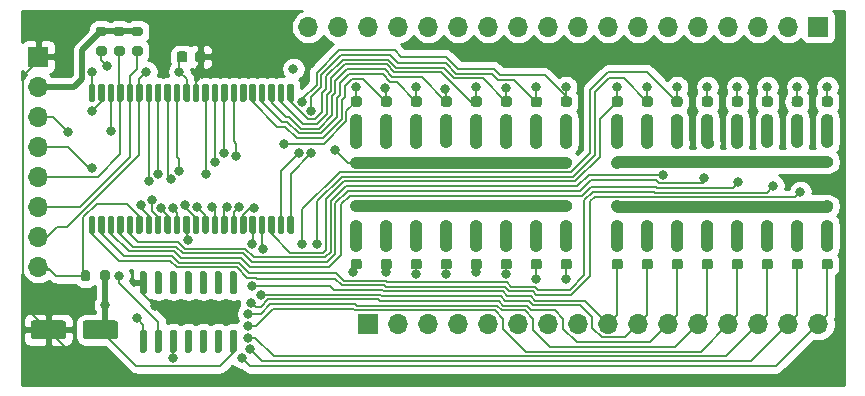
<source format=gbr>
%TF.GenerationSoftware,KiCad,Pcbnew,(5.1.10-1-10_14)*%
%TF.CreationDate,2021-09-25T13:26:57-04:00*%
%TF.ProjectId,RAM,52414d2e-6b69-4636-9164-5f7063625858,rev?*%
%TF.SameCoordinates,Original*%
%TF.FileFunction,Copper,L1,Top*%
%TF.FilePolarity,Positive*%
%FSLAX46Y46*%
G04 Gerber Fmt 4.6, Leading zero omitted, Abs format (unit mm)*
G04 Created by KiCad (PCBNEW (5.1.10-1-10_14)) date 2021-09-25 13:26:57*
%MOMM*%
%LPD*%
G01*
G04 APERTURE LIST*
%TA.AperFunction,ComponentPad*%
%ADD10O,1.700000X1.700000*%
%TD*%
%TA.AperFunction,ComponentPad*%
%ADD11R,1.700000X1.700000*%
%TD*%
%TA.AperFunction,ViaPad*%
%ADD12C,0.800000*%
%TD*%
%TA.AperFunction,Conductor*%
%ADD13C,1.000000*%
%TD*%
%TA.AperFunction,Conductor*%
%ADD14C,0.500000*%
%TD*%
%TA.AperFunction,Conductor*%
%ADD15C,0.200000*%
%TD*%
%TA.AperFunction,Conductor*%
%ADD16C,0.250000*%
%TD*%
%TA.AperFunction,Conductor*%
%ADD17C,0.254000*%
%TD*%
%TA.AperFunction,Conductor*%
%ADD18C,0.100000*%
%TD*%
G04 APERTURE END LIST*
%TO.P,C2,2*%
%TO.N,GND*%
%TA.AperFunction,SMDPad,CuDef*%
G36*
G01*
X225744000Y-97578000D02*
X225744000Y-96478000D01*
G75*
G02*
X225994000Y-96228000I250000J0D01*
G01*
X228494000Y-96228000D01*
G75*
G02*
X228744000Y-96478000I0J-250000D01*
G01*
X228744000Y-97578000D01*
G75*
G02*
X228494000Y-97828000I-250000J0D01*
G01*
X225994000Y-97828000D01*
G75*
G02*
X225744000Y-97578000I0J250000D01*
G01*
G37*
%TD.AperFunction*%
%TO.P,C2,1*%
%TO.N,VCC*%
%TA.AperFunction,SMDPad,CuDef*%
G36*
G01*
X221344000Y-97578000D02*
X221344000Y-96478000D01*
G75*
G02*
X221594000Y-96228000I250000J0D01*
G01*
X224094000Y-96228000D01*
G75*
G02*
X224344000Y-96478000I0J-250000D01*
G01*
X224344000Y-97578000D01*
G75*
G02*
X224094000Y-97828000I-250000J0D01*
G01*
X221594000Y-97828000D01*
G75*
G02*
X221344000Y-97578000I0J250000D01*
G01*
G37*
%TD.AperFunction*%
%TD*%
%TO.P,C1,2*%
%TO.N,GND*%
%TA.AperFunction,SMDPad,CuDef*%
G36*
G01*
X234612000Y-73664000D02*
X234612000Y-74164000D01*
G75*
G02*
X234387000Y-74389000I-225000J0D01*
G01*
X233937000Y-74389000D01*
G75*
G02*
X233712000Y-74164000I0J225000D01*
G01*
X233712000Y-73664000D01*
G75*
G02*
X233937000Y-73439000I225000J0D01*
G01*
X234387000Y-73439000D01*
G75*
G02*
X234612000Y-73664000I0J-225000D01*
G01*
G37*
%TD.AperFunction*%
%TO.P,C1,1*%
%TO.N,VCC*%
%TA.AperFunction,SMDPad,CuDef*%
G36*
G01*
X236162000Y-73664000D02*
X236162000Y-74164000D01*
G75*
G02*
X235937000Y-74389000I-225000J0D01*
G01*
X235487000Y-74389000D01*
G75*
G02*
X235262000Y-74164000I0J225000D01*
G01*
X235262000Y-73664000D01*
G75*
G02*
X235487000Y-73439000I225000J0D01*
G01*
X235937000Y-73439000D01*
G75*
G02*
X236162000Y-73664000I0J-225000D01*
G01*
G37*
%TD.AperFunction*%
%TD*%
%TO.P,U70,2*%
%TO.N,~CE*%
%TA.AperFunction,SMDPad,CuDef*%
G36*
G01*
X226397000Y-92181000D02*
X226397000Y-92731000D01*
G75*
G02*
X226197000Y-92931000I-200000J0D01*
G01*
X225797000Y-92931000D01*
G75*
G02*
X225597000Y-92731000I0J200000D01*
G01*
X225597000Y-92181000D01*
G75*
G02*
X225797000Y-91981000I200000J0D01*
G01*
X226197000Y-91981000D01*
G75*
G02*
X226397000Y-92181000I0J-200000D01*
G01*
G37*
%TD.AperFunction*%
%TO.P,U70,1*%
%TO.N,GND*%
%TA.AperFunction,SMDPad,CuDef*%
G36*
G01*
X228047000Y-92181000D02*
X228047000Y-92731000D01*
G75*
G02*
X227847000Y-92931000I-200000J0D01*
G01*
X227447000Y-92931000D01*
G75*
G02*
X227247000Y-92731000I0J200000D01*
G01*
X227247000Y-92181000D01*
G75*
G02*
X227447000Y-91981000I200000J0D01*
G01*
X227847000Y-91981000D01*
G75*
G02*
X228047000Y-92181000I0J-200000D01*
G01*
G37*
%TD.AperFunction*%
%TD*%
%TO.P,U69,2*%
%TO.N,~LB*%
%TA.AperFunction,SMDPad,CuDef*%
G36*
G01*
X227055000Y-73006000D02*
X227605000Y-73006000D01*
G75*
G02*
X227805000Y-73206000I0J-200000D01*
G01*
X227805000Y-73606000D01*
G75*
G02*
X227605000Y-73806000I-200000J0D01*
G01*
X227055000Y-73806000D01*
G75*
G02*
X226855000Y-73606000I0J200000D01*
G01*
X226855000Y-73206000D01*
G75*
G02*
X227055000Y-73006000I200000J0D01*
G01*
G37*
%TD.AperFunction*%
%TO.P,U69,1*%
%TO.N,GND*%
%TA.AperFunction,SMDPad,CuDef*%
G36*
G01*
X227055000Y-71356000D02*
X227605000Y-71356000D01*
G75*
G02*
X227805000Y-71556000I0J-200000D01*
G01*
X227805000Y-71956000D01*
G75*
G02*
X227605000Y-72156000I-200000J0D01*
G01*
X227055000Y-72156000D01*
G75*
G02*
X226855000Y-71956000I0J200000D01*
G01*
X226855000Y-71556000D01*
G75*
G02*
X227055000Y-71356000I200000J0D01*
G01*
G37*
%TD.AperFunction*%
%TD*%
%TO.P,U68,14*%
%TO.N,VCC*%
%TA.AperFunction,SMDPad,CuDef*%
G36*
G01*
X231036000Y-94004000D02*
X230736000Y-94004000D01*
G75*
G02*
X230586000Y-93854000I0J150000D01*
G01*
X230586000Y-92204000D01*
G75*
G02*
X230736000Y-92054000I150000J0D01*
G01*
X231036000Y-92054000D01*
G75*
G02*
X231186000Y-92204000I0J-150000D01*
G01*
X231186000Y-93854000D01*
G75*
G02*
X231036000Y-94004000I-150000J0D01*
G01*
G37*
%TD.AperFunction*%
%TO.P,U68,13*%
%TO.N,N/C*%
%TA.AperFunction,SMDPad,CuDef*%
G36*
G01*
X232306000Y-94004000D02*
X232006000Y-94004000D01*
G75*
G02*
X231856000Y-93854000I0J150000D01*
G01*
X231856000Y-92204000D01*
G75*
G02*
X232006000Y-92054000I150000J0D01*
G01*
X232306000Y-92054000D01*
G75*
G02*
X232456000Y-92204000I0J-150000D01*
G01*
X232456000Y-93854000D01*
G75*
G02*
X232306000Y-94004000I-150000J0D01*
G01*
G37*
%TD.AperFunction*%
%TO.P,U68,12*%
%TA.AperFunction,SMDPad,CuDef*%
G36*
G01*
X233576000Y-94004000D02*
X233276000Y-94004000D01*
G75*
G02*
X233126000Y-93854000I0J150000D01*
G01*
X233126000Y-92204000D01*
G75*
G02*
X233276000Y-92054000I150000J0D01*
G01*
X233576000Y-92054000D01*
G75*
G02*
X233726000Y-92204000I0J-150000D01*
G01*
X233726000Y-93854000D01*
G75*
G02*
X233576000Y-94004000I-150000J0D01*
G01*
G37*
%TD.AperFunction*%
%TO.P,U68,11*%
%TA.AperFunction,SMDPad,CuDef*%
G36*
G01*
X234846000Y-94004000D02*
X234546000Y-94004000D01*
G75*
G02*
X234396000Y-93854000I0J150000D01*
G01*
X234396000Y-92204000D01*
G75*
G02*
X234546000Y-92054000I150000J0D01*
G01*
X234846000Y-92054000D01*
G75*
G02*
X234996000Y-92204000I0J-150000D01*
G01*
X234996000Y-93854000D01*
G75*
G02*
X234846000Y-94004000I-150000J0D01*
G01*
G37*
%TD.AperFunction*%
%TO.P,U68,10*%
%TA.AperFunction,SMDPad,CuDef*%
G36*
G01*
X236116000Y-94004000D02*
X235816000Y-94004000D01*
G75*
G02*
X235666000Y-93854000I0J150000D01*
G01*
X235666000Y-92204000D01*
G75*
G02*
X235816000Y-92054000I150000J0D01*
G01*
X236116000Y-92054000D01*
G75*
G02*
X236266000Y-92204000I0J-150000D01*
G01*
X236266000Y-93854000D01*
G75*
G02*
X236116000Y-94004000I-150000J0D01*
G01*
G37*
%TD.AperFunction*%
%TO.P,U68,9*%
%TA.AperFunction,SMDPad,CuDef*%
G36*
G01*
X237386000Y-94004000D02*
X237086000Y-94004000D01*
G75*
G02*
X236936000Y-93854000I0J150000D01*
G01*
X236936000Y-92204000D01*
G75*
G02*
X237086000Y-92054000I150000J0D01*
G01*
X237386000Y-92054000D01*
G75*
G02*
X237536000Y-92204000I0J-150000D01*
G01*
X237536000Y-93854000D01*
G75*
G02*
X237386000Y-94004000I-150000J0D01*
G01*
G37*
%TD.AperFunction*%
%TO.P,U68,8*%
%TA.AperFunction,SMDPad,CuDef*%
G36*
G01*
X238656000Y-94004000D02*
X238356000Y-94004000D01*
G75*
G02*
X238206000Y-93854000I0J150000D01*
G01*
X238206000Y-92204000D01*
G75*
G02*
X238356000Y-92054000I150000J0D01*
G01*
X238656000Y-92054000D01*
G75*
G02*
X238806000Y-92204000I0J-150000D01*
G01*
X238806000Y-93854000D01*
G75*
G02*
X238656000Y-94004000I-150000J0D01*
G01*
G37*
%TD.AperFunction*%
%TO.P,U68,7*%
%TO.N,GND*%
%TA.AperFunction,SMDPad,CuDef*%
G36*
G01*
X238656000Y-98954000D02*
X238356000Y-98954000D01*
G75*
G02*
X238206000Y-98804000I0J150000D01*
G01*
X238206000Y-97154000D01*
G75*
G02*
X238356000Y-97004000I150000J0D01*
G01*
X238656000Y-97004000D01*
G75*
G02*
X238806000Y-97154000I0J-150000D01*
G01*
X238806000Y-98804000D01*
G75*
G02*
X238656000Y-98954000I-150000J0D01*
G01*
G37*
%TD.AperFunction*%
%TO.P,U68,6*%
%TO.N,N/C*%
%TA.AperFunction,SMDPad,CuDef*%
G36*
G01*
X237386000Y-98954000D02*
X237086000Y-98954000D01*
G75*
G02*
X236936000Y-98804000I0J150000D01*
G01*
X236936000Y-97154000D01*
G75*
G02*
X237086000Y-97004000I150000J0D01*
G01*
X237386000Y-97004000D01*
G75*
G02*
X237536000Y-97154000I0J-150000D01*
G01*
X237536000Y-98804000D01*
G75*
G02*
X237386000Y-98954000I-150000J0D01*
G01*
G37*
%TD.AperFunction*%
%TO.P,U68,5*%
%TA.AperFunction,SMDPad,CuDef*%
G36*
G01*
X236116000Y-98954000D02*
X235816000Y-98954000D01*
G75*
G02*
X235666000Y-98804000I0J150000D01*
G01*
X235666000Y-97154000D01*
G75*
G02*
X235816000Y-97004000I150000J0D01*
G01*
X236116000Y-97004000D01*
G75*
G02*
X236266000Y-97154000I0J-150000D01*
G01*
X236266000Y-98804000D01*
G75*
G02*
X236116000Y-98954000I-150000J0D01*
G01*
G37*
%TD.AperFunction*%
%TO.P,U68,4*%
%TA.AperFunction,SMDPad,CuDef*%
G36*
G01*
X234846000Y-98954000D02*
X234546000Y-98954000D01*
G75*
G02*
X234396000Y-98804000I0J150000D01*
G01*
X234396000Y-97154000D01*
G75*
G02*
X234546000Y-97004000I150000J0D01*
G01*
X234846000Y-97004000D01*
G75*
G02*
X234996000Y-97154000I0J-150000D01*
G01*
X234996000Y-98804000D01*
G75*
G02*
X234846000Y-98954000I-150000J0D01*
G01*
G37*
%TD.AperFunction*%
%TO.P,U68,3*%
%TO.N,Net-(U67-Pad17)*%
%TA.AperFunction,SMDPad,CuDef*%
G36*
G01*
X233576000Y-98954000D02*
X233276000Y-98954000D01*
G75*
G02*
X233126000Y-98804000I0J150000D01*
G01*
X233126000Y-97154000D01*
G75*
G02*
X233276000Y-97004000I150000J0D01*
G01*
X233576000Y-97004000D01*
G75*
G02*
X233726000Y-97154000I0J-150000D01*
G01*
X233726000Y-98804000D01*
G75*
G02*
X233576000Y-98954000I-150000J0D01*
G01*
G37*
%TD.AperFunction*%
%TO.P,U68,2*%
%TO.N,CP*%
%TA.AperFunction,SMDPad,CuDef*%
G36*
G01*
X232306000Y-98954000D02*
X232006000Y-98954000D01*
G75*
G02*
X231856000Y-98804000I0J150000D01*
G01*
X231856000Y-97154000D01*
G75*
G02*
X232006000Y-97004000I150000J0D01*
G01*
X232306000Y-97004000D01*
G75*
G02*
X232456000Y-97154000I0J-150000D01*
G01*
X232456000Y-98804000D01*
G75*
G02*
X232306000Y-98954000I-150000J0D01*
G01*
G37*
%TD.AperFunction*%
%TO.P,U68,1*%
%TO.N,WE*%
%TA.AperFunction,SMDPad,CuDef*%
G36*
G01*
X231036000Y-98954000D02*
X230736000Y-98954000D01*
G75*
G02*
X230586000Y-98804000I0J150000D01*
G01*
X230586000Y-97154000D01*
G75*
G02*
X230736000Y-97004000I150000J0D01*
G01*
X231036000Y-97004000D01*
G75*
G02*
X231186000Y-97154000I0J-150000D01*
G01*
X231186000Y-98804000D01*
G75*
G02*
X231036000Y-98954000I-150000J0D01*
G01*
G37*
%TD.AperFunction*%
%TD*%
%TO.P,U67,44*%
%TO.N,Net-(J2-Pad18)*%
%TA.AperFunction,SMDPad,CuDef*%
G36*
G01*
X226687500Y-77725000D02*
X226412500Y-77725000D01*
G75*
G02*
X226275000Y-77587500I0J137500D01*
G01*
X226275000Y-76337500D01*
G75*
G02*
X226412500Y-76200000I137500J0D01*
G01*
X226687500Y-76200000D01*
G75*
G02*
X226825000Y-76337500I0J-137500D01*
G01*
X226825000Y-77587500D01*
G75*
G02*
X226687500Y-77725000I-137500J0D01*
G01*
G37*
%TD.AperFunction*%
%TO.P,U67,43*%
%TO.N,Net-(J2-Pad17)*%
%TA.AperFunction,SMDPad,CuDef*%
G36*
G01*
X227487500Y-77725000D02*
X227212500Y-77725000D01*
G75*
G02*
X227075000Y-77587500I0J137500D01*
G01*
X227075000Y-76337500D01*
G75*
G02*
X227212500Y-76200000I137500J0D01*
G01*
X227487500Y-76200000D01*
G75*
G02*
X227625000Y-76337500I0J-137500D01*
G01*
X227625000Y-77587500D01*
G75*
G02*
X227487500Y-77725000I-137500J0D01*
G01*
G37*
%TD.AperFunction*%
%TO.P,U67,42*%
%TO.N,/A15*%
%TA.AperFunction,SMDPad,CuDef*%
G36*
G01*
X228287500Y-77725000D02*
X228012500Y-77725000D01*
G75*
G02*
X227875000Y-77587500I0J137500D01*
G01*
X227875000Y-76337500D01*
G75*
G02*
X228012500Y-76200000I137500J0D01*
G01*
X228287500Y-76200000D01*
G75*
G02*
X228425000Y-76337500I0J-137500D01*
G01*
X228425000Y-77587500D01*
G75*
G02*
X228287500Y-77725000I-137500J0D01*
G01*
G37*
%TD.AperFunction*%
%TO.P,U67,41*%
%TO.N,~OE*%
%TA.AperFunction,SMDPad,CuDef*%
G36*
G01*
X229087500Y-77725000D02*
X228812500Y-77725000D01*
G75*
G02*
X228675000Y-77587500I0J137500D01*
G01*
X228675000Y-76337500D01*
G75*
G02*
X228812500Y-76200000I137500J0D01*
G01*
X229087500Y-76200000D01*
G75*
G02*
X229225000Y-76337500I0J-137500D01*
G01*
X229225000Y-77587500D01*
G75*
G02*
X229087500Y-77725000I-137500J0D01*
G01*
G37*
%TD.AperFunction*%
%TO.P,U67,40*%
%TO.N,~UB*%
%TA.AperFunction,SMDPad,CuDef*%
G36*
G01*
X229887500Y-77725000D02*
X229612500Y-77725000D01*
G75*
G02*
X229475000Y-77587500I0J137500D01*
G01*
X229475000Y-76337500D01*
G75*
G02*
X229612500Y-76200000I137500J0D01*
G01*
X229887500Y-76200000D01*
G75*
G02*
X230025000Y-76337500I0J-137500D01*
G01*
X230025000Y-77587500D01*
G75*
G02*
X229887500Y-77725000I-137500J0D01*
G01*
G37*
%TD.AperFunction*%
%TO.P,U67,39*%
%TO.N,~LB*%
%TA.AperFunction,SMDPad,CuDef*%
G36*
G01*
X230687500Y-77725000D02*
X230412500Y-77725000D01*
G75*
G02*
X230275000Y-77587500I0J137500D01*
G01*
X230275000Y-76337500D01*
G75*
G02*
X230412500Y-76200000I137500J0D01*
G01*
X230687500Y-76200000D01*
G75*
G02*
X230825000Y-76337500I0J-137500D01*
G01*
X230825000Y-77587500D01*
G75*
G02*
X230687500Y-77725000I-137500J0D01*
G01*
G37*
%TD.AperFunction*%
%TO.P,U67,38*%
%TO.N,/IO15*%
%TA.AperFunction,SMDPad,CuDef*%
G36*
G01*
X231487500Y-77725000D02*
X231212500Y-77725000D01*
G75*
G02*
X231075000Y-77587500I0J137500D01*
G01*
X231075000Y-76337500D01*
G75*
G02*
X231212500Y-76200000I137500J0D01*
G01*
X231487500Y-76200000D01*
G75*
G02*
X231625000Y-76337500I0J-137500D01*
G01*
X231625000Y-77587500D01*
G75*
G02*
X231487500Y-77725000I-137500J0D01*
G01*
G37*
%TD.AperFunction*%
%TO.P,U67,37*%
%TO.N,/IO14*%
%TA.AperFunction,SMDPad,CuDef*%
G36*
G01*
X232287500Y-77725000D02*
X232012500Y-77725000D01*
G75*
G02*
X231875000Y-77587500I0J137500D01*
G01*
X231875000Y-76337500D01*
G75*
G02*
X232012500Y-76200000I137500J0D01*
G01*
X232287500Y-76200000D01*
G75*
G02*
X232425000Y-76337500I0J-137500D01*
G01*
X232425000Y-77587500D01*
G75*
G02*
X232287500Y-77725000I-137500J0D01*
G01*
G37*
%TD.AperFunction*%
%TO.P,U67,36*%
%TO.N,/IO13*%
%TA.AperFunction,SMDPad,CuDef*%
G36*
G01*
X233087500Y-77725000D02*
X232812500Y-77725000D01*
G75*
G02*
X232675000Y-77587500I0J137500D01*
G01*
X232675000Y-76337500D01*
G75*
G02*
X232812500Y-76200000I137500J0D01*
G01*
X233087500Y-76200000D01*
G75*
G02*
X233225000Y-76337500I0J-137500D01*
G01*
X233225000Y-77587500D01*
G75*
G02*
X233087500Y-77725000I-137500J0D01*
G01*
G37*
%TD.AperFunction*%
%TO.P,U67,35*%
%TO.N,/IO12*%
%TA.AperFunction,SMDPad,CuDef*%
G36*
G01*
X233887500Y-77725000D02*
X233612500Y-77725000D01*
G75*
G02*
X233475000Y-77587500I0J137500D01*
G01*
X233475000Y-76337500D01*
G75*
G02*
X233612500Y-76200000I137500J0D01*
G01*
X233887500Y-76200000D01*
G75*
G02*
X234025000Y-76337500I0J-137500D01*
G01*
X234025000Y-77587500D01*
G75*
G02*
X233887500Y-77725000I-137500J0D01*
G01*
G37*
%TD.AperFunction*%
%TO.P,U67,34*%
%TO.N,GND*%
%TA.AperFunction,SMDPad,CuDef*%
G36*
G01*
X234687500Y-77725000D02*
X234412500Y-77725000D01*
G75*
G02*
X234275000Y-77587500I0J137500D01*
G01*
X234275000Y-76337500D01*
G75*
G02*
X234412500Y-76200000I137500J0D01*
G01*
X234687500Y-76200000D01*
G75*
G02*
X234825000Y-76337500I0J-137500D01*
G01*
X234825000Y-77587500D01*
G75*
G02*
X234687500Y-77725000I-137500J0D01*
G01*
G37*
%TD.AperFunction*%
%TO.P,U67,33*%
%TO.N,VCC*%
%TA.AperFunction,SMDPad,CuDef*%
G36*
G01*
X235487500Y-77725000D02*
X235212500Y-77725000D01*
G75*
G02*
X235075000Y-77587500I0J137500D01*
G01*
X235075000Y-76337500D01*
G75*
G02*
X235212500Y-76200000I137500J0D01*
G01*
X235487500Y-76200000D01*
G75*
G02*
X235625000Y-76337500I0J-137500D01*
G01*
X235625000Y-77587500D01*
G75*
G02*
X235487500Y-77725000I-137500J0D01*
G01*
G37*
%TD.AperFunction*%
%TO.P,U67,32*%
%TO.N,/IO11*%
%TA.AperFunction,SMDPad,CuDef*%
G36*
G01*
X236287500Y-77725000D02*
X236012500Y-77725000D01*
G75*
G02*
X235875000Y-77587500I0J137500D01*
G01*
X235875000Y-76337500D01*
G75*
G02*
X236012500Y-76200000I137500J0D01*
G01*
X236287500Y-76200000D01*
G75*
G02*
X236425000Y-76337500I0J-137500D01*
G01*
X236425000Y-77587500D01*
G75*
G02*
X236287500Y-77725000I-137500J0D01*
G01*
G37*
%TD.AperFunction*%
%TO.P,U67,31*%
%TO.N,/IO10*%
%TA.AperFunction,SMDPad,CuDef*%
G36*
G01*
X237087500Y-77725000D02*
X236812500Y-77725000D01*
G75*
G02*
X236675000Y-77587500I0J137500D01*
G01*
X236675000Y-76337500D01*
G75*
G02*
X236812500Y-76200000I137500J0D01*
G01*
X237087500Y-76200000D01*
G75*
G02*
X237225000Y-76337500I0J-137500D01*
G01*
X237225000Y-77587500D01*
G75*
G02*
X237087500Y-77725000I-137500J0D01*
G01*
G37*
%TD.AperFunction*%
%TO.P,U67,30*%
%TO.N,/IO9*%
%TA.AperFunction,SMDPad,CuDef*%
G36*
G01*
X237887500Y-77725000D02*
X237612500Y-77725000D01*
G75*
G02*
X237475000Y-77587500I0J137500D01*
G01*
X237475000Y-76337500D01*
G75*
G02*
X237612500Y-76200000I137500J0D01*
G01*
X237887500Y-76200000D01*
G75*
G02*
X238025000Y-76337500I0J-137500D01*
G01*
X238025000Y-77587500D01*
G75*
G02*
X237887500Y-77725000I-137500J0D01*
G01*
G37*
%TD.AperFunction*%
%TO.P,U67,29*%
%TO.N,/IO8*%
%TA.AperFunction,SMDPad,CuDef*%
G36*
G01*
X238687500Y-77725000D02*
X238412500Y-77725000D01*
G75*
G02*
X238275000Y-77587500I0J137500D01*
G01*
X238275000Y-76337500D01*
G75*
G02*
X238412500Y-76200000I137500J0D01*
G01*
X238687500Y-76200000D01*
G75*
G02*
X238825000Y-76337500I0J-137500D01*
G01*
X238825000Y-77587500D01*
G75*
G02*
X238687500Y-77725000I-137500J0D01*
G01*
G37*
%TD.AperFunction*%
%TO.P,U67,28*%
%TO.N,Net-(U67-Pad28)*%
%TA.AperFunction,SMDPad,CuDef*%
G36*
G01*
X239487500Y-77725000D02*
X239212500Y-77725000D01*
G75*
G02*
X239075000Y-77587500I0J137500D01*
G01*
X239075000Y-76337500D01*
G75*
G02*
X239212500Y-76200000I137500J0D01*
G01*
X239487500Y-76200000D01*
G75*
G02*
X239625000Y-76337500I0J-137500D01*
G01*
X239625000Y-77587500D01*
G75*
G02*
X239487500Y-77725000I-137500J0D01*
G01*
G37*
%TD.AperFunction*%
%TO.P,U67,27*%
%TO.N,/A14*%
%TA.AperFunction,SMDPad,CuDef*%
G36*
G01*
X240287500Y-77725000D02*
X240012500Y-77725000D01*
G75*
G02*
X239875000Y-77587500I0J137500D01*
G01*
X239875000Y-76337500D01*
G75*
G02*
X240012500Y-76200000I137500J0D01*
G01*
X240287500Y-76200000D01*
G75*
G02*
X240425000Y-76337500I0J-137500D01*
G01*
X240425000Y-77587500D01*
G75*
G02*
X240287500Y-77725000I-137500J0D01*
G01*
G37*
%TD.AperFunction*%
%TO.P,U67,26*%
%TO.N,/A13*%
%TA.AperFunction,SMDPad,CuDef*%
G36*
G01*
X241087500Y-77725000D02*
X240812500Y-77725000D01*
G75*
G02*
X240675000Y-77587500I0J137500D01*
G01*
X240675000Y-76337500D01*
G75*
G02*
X240812500Y-76200000I137500J0D01*
G01*
X241087500Y-76200000D01*
G75*
G02*
X241225000Y-76337500I0J-137500D01*
G01*
X241225000Y-77587500D01*
G75*
G02*
X241087500Y-77725000I-137500J0D01*
G01*
G37*
%TD.AperFunction*%
%TO.P,U67,25*%
%TO.N,/A12*%
%TA.AperFunction,SMDPad,CuDef*%
G36*
G01*
X241887500Y-77725000D02*
X241612500Y-77725000D01*
G75*
G02*
X241475000Y-77587500I0J137500D01*
G01*
X241475000Y-76337500D01*
G75*
G02*
X241612500Y-76200000I137500J0D01*
G01*
X241887500Y-76200000D01*
G75*
G02*
X242025000Y-76337500I0J-137500D01*
G01*
X242025000Y-77587500D01*
G75*
G02*
X241887500Y-77725000I-137500J0D01*
G01*
G37*
%TD.AperFunction*%
%TO.P,U67,24*%
%TO.N,/A11*%
%TA.AperFunction,SMDPad,CuDef*%
G36*
G01*
X242687500Y-77725000D02*
X242412500Y-77725000D01*
G75*
G02*
X242275000Y-77587500I0J137500D01*
G01*
X242275000Y-76337500D01*
G75*
G02*
X242412500Y-76200000I137500J0D01*
G01*
X242687500Y-76200000D01*
G75*
G02*
X242825000Y-76337500I0J-137500D01*
G01*
X242825000Y-77587500D01*
G75*
G02*
X242687500Y-77725000I-137500J0D01*
G01*
G37*
%TD.AperFunction*%
%TO.P,U67,23*%
%TO.N,/A10*%
%TA.AperFunction,SMDPad,CuDef*%
G36*
G01*
X243487500Y-77725000D02*
X243212500Y-77725000D01*
G75*
G02*
X243075000Y-77587500I0J137500D01*
G01*
X243075000Y-76337500D01*
G75*
G02*
X243212500Y-76200000I137500J0D01*
G01*
X243487500Y-76200000D01*
G75*
G02*
X243625000Y-76337500I0J-137500D01*
G01*
X243625000Y-77587500D01*
G75*
G02*
X243487500Y-77725000I-137500J0D01*
G01*
G37*
%TD.AperFunction*%
%TO.P,U67,22*%
%TO.N,/A09*%
%TA.AperFunction,SMDPad,CuDef*%
G36*
G01*
X243487500Y-88900000D02*
X243212500Y-88900000D01*
G75*
G02*
X243075000Y-88762500I0J137500D01*
G01*
X243075000Y-87512500D01*
G75*
G02*
X243212500Y-87375000I137500J0D01*
G01*
X243487500Y-87375000D01*
G75*
G02*
X243625000Y-87512500I0J-137500D01*
G01*
X243625000Y-88762500D01*
G75*
G02*
X243487500Y-88900000I-137500J0D01*
G01*
G37*
%TD.AperFunction*%
%TO.P,U67,21*%
%TO.N,/A08*%
%TA.AperFunction,SMDPad,CuDef*%
G36*
G01*
X242687500Y-88900000D02*
X242412500Y-88900000D01*
G75*
G02*
X242275000Y-88762500I0J137500D01*
G01*
X242275000Y-87512500D01*
G75*
G02*
X242412500Y-87375000I137500J0D01*
G01*
X242687500Y-87375000D01*
G75*
G02*
X242825000Y-87512500I0J-137500D01*
G01*
X242825000Y-88762500D01*
G75*
G02*
X242687500Y-88900000I-137500J0D01*
G01*
G37*
%TD.AperFunction*%
%TO.P,U67,20*%
%TO.N,/A07*%
%TA.AperFunction,SMDPad,CuDef*%
G36*
G01*
X241887500Y-88900000D02*
X241612500Y-88900000D01*
G75*
G02*
X241475000Y-88762500I0J137500D01*
G01*
X241475000Y-87512500D01*
G75*
G02*
X241612500Y-87375000I137500J0D01*
G01*
X241887500Y-87375000D01*
G75*
G02*
X242025000Y-87512500I0J-137500D01*
G01*
X242025000Y-88762500D01*
G75*
G02*
X241887500Y-88900000I-137500J0D01*
G01*
G37*
%TD.AperFunction*%
%TO.P,U67,19*%
%TO.N,/A06*%
%TA.AperFunction,SMDPad,CuDef*%
G36*
G01*
X241087500Y-88900000D02*
X240812500Y-88900000D01*
G75*
G02*
X240675000Y-88762500I0J137500D01*
G01*
X240675000Y-87512500D01*
G75*
G02*
X240812500Y-87375000I137500J0D01*
G01*
X241087500Y-87375000D01*
G75*
G02*
X241225000Y-87512500I0J-137500D01*
G01*
X241225000Y-88762500D01*
G75*
G02*
X241087500Y-88900000I-137500J0D01*
G01*
G37*
%TD.AperFunction*%
%TO.P,U67,18*%
%TO.N,/A05*%
%TA.AperFunction,SMDPad,CuDef*%
G36*
G01*
X240287500Y-88900000D02*
X240012500Y-88900000D01*
G75*
G02*
X239875000Y-88762500I0J137500D01*
G01*
X239875000Y-87512500D01*
G75*
G02*
X240012500Y-87375000I137500J0D01*
G01*
X240287500Y-87375000D01*
G75*
G02*
X240425000Y-87512500I0J-137500D01*
G01*
X240425000Y-88762500D01*
G75*
G02*
X240287500Y-88900000I-137500J0D01*
G01*
G37*
%TD.AperFunction*%
%TO.P,U67,17*%
%TO.N,Net-(U67-Pad17)*%
%TA.AperFunction,SMDPad,CuDef*%
G36*
G01*
X239487500Y-88900000D02*
X239212500Y-88900000D01*
G75*
G02*
X239075000Y-88762500I0J137500D01*
G01*
X239075000Y-87512500D01*
G75*
G02*
X239212500Y-87375000I137500J0D01*
G01*
X239487500Y-87375000D01*
G75*
G02*
X239625000Y-87512500I0J-137500D01*
G01*
X239625000Y-88762500D01*
G75*
G02*
X239487500Y-88900000I-137500J0D01*
G01*
G37*
%TD.AperFunction*%
%TO.P,U67,16*%
%TO.N,/IO7*%
%TA.AperFunction,SMDPad,CuDef*%
G36*
G01*
X238687500Y-88900000D02*
X238412500Y-88900000D01*
G75*
G02*
X238275000Y-88762500I0J137500D01*
G01*
X238275000Y-87512500D01*
G75*
G02*
X238412500Y-87375000I137500J0D01*
G01*
X238687500Y-87375000D01*
G75*
G02*
X238825000Y-87512500I0J-137500D01*
G01*
X238825000Y-88762500D01*
G75*
G02*
X238687500Y-88900000I-137500J0D01*
G01*
G37*
%TD.AperFunction*%
%TO.P,U67,15*%
%TO.N,/IO6*%
%TA.AperFunction,SMDPad,CuDef*%
G36*
G01*
X237887500Y-88900000D02*
X237612500Y-88900000D01*
G75*
G02*
X237475000Y-88762500I0J137500D01*
G01*
X237475000Y-87512500D01*
G75*
G02*
X237612500Y-87375000I137500J0D01*
G01*
X237887500Y-87375000D01*
G75*
G02*
X238025000Y-87512500I0J-137500D01*
G01*
X238025000Y-88762500D01*
G75*
G02*
X237887500Y-88900000I-137500J0D01*
G01*
G37*
%TD.AperFunction*%
%TO.P,U67,14*%
%TO.N,/IO5*%
%TA.AperFunction,SMDPad,CuDef*%
G36*
G01*
X237087500Y-88900000D02*
X236812500Y-88900000D01*
G75*
G02*
X236675000Y-88762500I0J137500D01*
G01*
X236675000Y-87512500D01*
G75*
G02*
X236812500Y-87375000I137500J0D01*
G01*
X237087500Y-87375000D01*
G75*
G02*
X237225000Y-87512500I0J-137500D01*
G01*
X237225000Y-88762500D01*
G75*
G02*
X237087500Y-88900000I-137500J0D01*
G01*
G37*
%TD.AperFunction*%
%TO.P,U67,13*%
%TO.N,/IO4*%
%TA.AperFunction,SMDPad,CuDef*%
G36*
G01*
X236287500Y-88900000D02*
X236012500Y-88900000D01*
G75*
G02*
X235875000Y-88762500I0J137500D01*
G01*
X235875000Y-87512500D01*
G75*
G02*
X236012500Y-87375000I137500J0D01*
G01*
X236287500Y-87375000D01*
G75*
G02*
X236425000Y-87512500I0J-137500D01*
G01*
X236425000Y-88762500D01*
G75*
G02*
X236287500Y-88900000I-137500J0D01*
G01*
G37*
%TD.AperFunction*%
%TO.P,U67,12*%
%TO.N,GND*%
%TA.AperFunction,SMDPad,CuDef*%
G36*
G01*
X235487500Y-88900000D02*
X235212500Y-88900000D01*
G75*
G02*
X235075000Y-88762500I0J137500D01*
G01*
X235075000Y-87512500D01*
G75*
G02*
X235212500Y-87375000I137500J0D01*
G01*
X235487500Y-87375000D01*
G75*
G02*
X235625000Y-87512500I0J-137500D01*
G01*
X235625000Y-88762500D01*
G75*
G02*
X235487500Y-88900000I-137500J0D01*
G01*
G37*
%TD.AperFunction*%
%TO.P,U67,11*%
%TO.N,VCC*%
%TA.AperFunction,SMDPad,CuDef*%
G36*
G01*
X234687500Y-88900000D02*
X234412500Y-88900000D01*
G75*
G02*
X234275000Y-88762500I0J137500D01*
G01*
X234275000Y-87512500D01*
G75*
G02*
X234412500Y-87375000I137500J0D01*
G01*
X234687500Y-87375000D01*
G75*
G02*
X234825000Y-87512500I0J-137500D01*
G01*
X234825000Y-88762500D01*
G75*
G02*
X234687500Y-88900000I-137500J0D01*
G01*
G37*
%TD.AperFunction*%
%TO.P,U67,10*%
%TO.N,/IO3*%
%TA.AperFunction,SMDPad,CuDef*%
G36*
G01*
X233887500Y-88900000D02*
X233612500Y-88900000D01*
G75*
G02*
X233475000Y-88762500I0J137500D01*
G01*
X233475000Y-87512500D01*
G75*
G02*
X233612500Y-87375000I137500J0D01*
G01*
X233887500Y-87375000D01*
G75*
G02*
X234025000Y-87512500I0J-137500D01*
G01*
X234025000Y-88762500D01*
G75*
G02*
X233887500Y-88900000I-137500J0D01*
G01*
G37*
%TD.AperFunction*%
%TO.P,U67,9*%
%TO.N,/IO2*%
%TA.AperFunction,SMDPad,CuDef*%
G36*
G01*
X233087500Y-88900000D02*
X232812500Y-88900000D01*
G75*
G02*
X232675000Y-88762500I0J137500D01*
G01*
X232675000Y-87512500D01*
G75*
G02*
X232812500Y-87375000I137500J0D01*
G01*
X233087500Y-87375000D01*
G75*
G02*
X233225000Y-87512500I0J-137500D01*
G01*
X233225000Y-88762500D01*
G75*
G02*
X233087500Y-88900000I-137500J0D01*
G01*
G37*
%TD.AperFunction*%
%TO.P,U67,8*%
%TO.N,/IO1*%
%TA.AperFunction,SMDPad,CuDef*%
G36*
G01*
X232287500Y-88900000D02*
X232012500Y-88900000D01*
G75*
G02*
X231875000Y-88762500I0J137500D01*
G01*
X231875000Y-87512500D01*
G75*
G02*
X232012500Y-87375000I137500J0D01*
G01*
X232287500Y-87375000D01*
G75*
G02*
X232425000Y-87512500I0J-137500D01*
G01*
X232425000Y-88762500D01*
G75*
G02*
X232287500Y-88900000I-137500J0D01*
G01*
G37*
%TD.AperFunction*%
%TO.P,U67,7*%
%TO.N,/IO0*%
%TA.AperFunction,SMDPad,CuDef*%
G36*
G01*
X231487500Y-88900000D02*
X231212500Y-88900000D01*
G75*
G02*
X231075000Y-88762500I0J137500D01*
G01*
X231075000Y-87512500D01*
G75*
G02*
X231212500Y-87375000I137500J0D01*
G01*
X231487500Y-87375000D01*
G75*
G02*
X231625000Y-87512500I0J-137500D01*
G01*
X231625000Y-88762500D01*
G75*
G02*
X231487500Y-88900000I-137500J0D01*
G01*
G37*
%TD.AperFunction*%
%TO.P,U67,6*%
%TO.N,~CE*%
%TA.AperFunction,SMDPad,CuDef*%
G36*
G01*
X230687500Y-88900000D02*
X230412500Y-88900000D01*
G75*
G02*
X230275000Y-88762500I0J137500D01*
G01*
X230275000Y-87512500D01*
G75*
G02*
X230412500Y-87375000I137500J0D01*
G01*
X230687500Y-87375000D01*
G75*
G02*
X230825000Y-87512500I0J-137500D01*
G01*
X230825000Y-88762500D01*
G75*
G02*
X230687500Y-88900000I-137500J0D01*
G01*
G37*
%TD.AperFunction*%
%TO.P,U67,5*%
%TO.N,/A04*%
%TA.AperFunction,SMDPad,CuDef*%
G36*
G01*
X229887500Y-88900000D02*
X229612500Y-88900000D01*
G75*
G02*
X229475000Y-88762500I0J137500D01*
G01*
X229475000Y-87512500D01*
G75*
G02*
X229612500Y-87375000I137500J0D01*
G01*
X229887500Y-87375000D01*
G75*
G02*
X230025000Y-87512500I0J-137500D01*
G01*
X230025000Y-88762500D01*
G75*
G02*
X229887500Y-88900000I-137500J0D01*
G01*
G37*
%TD.AperFunction*%
%TO.P,U67,4*%
%TO.N,/A03*%
%TA.AperFunction,SMDPad,CuDef*%
G36*
G01*
X229087500Y-88900000D02*
X228812500Y-88900000D01*
G75*
G02*
X228675000Y-88762500I0J137500D01*
G01*
X228675000Y-87512500D01*
G75*
G02*
X228812500Y-87375000I137500J0D01*
G01*
X229087500Y-87375000D01*
G75*
G02*
X229225000Y-87512500I0J-137500D01*
G01*
X229225000Y-88762500D01*
G75*
G02*
X229087500Y-88900000I-137500J0D01*
G01*
G37*
%TD.AperFunction*%
%TO.P,U67,3*%
%TO.N,/A02*%
%TA.AperFunction,SMDPad,CuDef*%
G36*
G01*
X228287500Y-88900000D02*
X228012500Y-88900000D01*
G75*
G02*
X227875000Y-88762500I0J137500D01*
G01*
X227875000Y-87512500D01*
G75*
G02*
X228012500Y-87375000I137500J0D01*
G01*
X228287500Y-87375000D01*
G75*
G02*
X228425000Y-87512500I0J-137500D01*
G01*
X228425000Y-88762500D01*
G75*
G02*
X228287500Y-88900000I-137500J0D01*
G01*
G37*
%TD.AperFunction*%
%TO.P,U67,2*%
%TO.N,/A01*%
%TA.AperFunction,SMDPad,CuDef*%
G36*
G01*
X227487500Y-88900000D02*
X227212500Y-88900000D01*
G75*
G02*
X227075000Y-88762500I0J137500D01*
G01*
X227075000Y-87512500D01*
G75*
G02*
X227212500Y-87375000I137500J0D01*
G01*
X227487500Y-87375000D01*
G75*
G02*
X227625000Y-87512500I0J-137500D01*
G01*
X227625000Y-88762500D01*
G75*
G02*
X227487500Y-88900000I-137500J0D01*
G01*
G37*
%TD.AperFunction*%
%TO.P,U67,1*%
%TO.N,/A00*%
%TA.AperFunction,SMDPad,CuDef*%
G36*
G01*
X226687500Y-88900000D02*
X226412500Y-88900000D01*
G75*
G02*
X226275000Y-88762500I0J137500D01*
G01*
X226275000Y-87512500D01*
G75*
G02*
X226412500Y-87375000I137500J0D01*
G01*
X226687500Y-87375000D01*
G75*
G02*
X226825000Y-87512500I0J-137500D01*
G01*
X226825000Y-88762500D01*
G75*
G02*
X226687500Y-88900000I-137500J0D01*
G01*
G37*
%TD.AperFunction*%
%TD*%
%TO.P,U34,2*%
%TO.N,~UB*%
%TA.AperFunction,SMDPad,CuDef*%
G36*
G01*
X230103000Y-73006000D02*
X230653000Y-73006000D01*
G75*
G02*
X230853000Y-73206000I0J-200000D01*
G01*
X230853000Y-73606000D01*
G75*
G02*
X230653000Y-73806000I-200000J0D01*
G01*
X230103000Y-73806000D01*
G75*
G02*
X229903000Y-73606000I0J200000D01*
G01*
X229903000Y-73206000D01*
G75*
G02*
X230103000Y-73006000I200000J0D01*
G01*
G37*
%TD.AperFunction*%
%TO.P,U34,1*%
%TO.N,GND*%
%TA.AperFunction,SMDPad,CuDef*%
G36*
G01*
X230103000Y-71356000D02*
X230653000Y-71356000D01*
G75*
G02*
X230853000Y-71556000I0J-200000D01*
G01*
X230853000Y-71956000D01*
G75*
G02*
X230653000Y-72156000I-200000J0D01*
G01*
X230103000Y-72156000D01*
G75*
G02*
X229903000Y-71956000I0J200000D01*
G01*
X229903000Y-71556000D01*
G75*
G02*
X230103000Y-71356000I200000J0D01*
G01*
G37*
%TD.AperFunction*%
%TD*%
%TO.P,U1,2*%
%TO.N,~OE*%
%TA.AperFunction,SMDPad,CuDef*%
G36*
G01*
X228579000Y-73006000D02*
X229129000Y-73006000D01*
G75*
G02*
X229329000Y-73206000I0J-200000D01*
G01*
X229329000Y-73606000D01*
G75*
G02*
X229129000Y-73806000I-200000J0D01*
G01*
X228579000Y-73806000D01*
G75*
G02*
X228379000Y-73606000I0J200000D01*
G01*
X228379000Y-73206000D01*
G75*
G02*
X228579000Y-73006000I200000J0D01*
G01*
G37*
%TD.AperFunction*%
%TO.P,U1,1*%
%TO.N,GND*%
%TA.AperFunction,SMDPad,CuDef*%
G36*
G01*
X228579000Y-71356000D02*
X229129000Y-71356000D01*
G75*
G02*
X229329000Y-71556000I0J-200000D01*
G01*
X229329000Y-71956000D01*
G75*
G02*
X229129000Y-72156000I-200000J0D01*
G01*
X228579000Y-72156000D01*
G75*
G02*
X228379000Y-71956000I0J200000D01*
G01*
X228379000Y-71556000D01*
G75*
G02*
X228579000Y-71356000I200000J0D01*
G01*
G37*
%TD.AperFunction*%
%TD*%
D10*
%TO.P,J3,16*%
%TO.N,/IO0*%
X288036000Y-96520000D03*
%TO.P,J3,15*%
%TO.N,/IO1*%
X285496000Y-96520000D03*
%TO.P,J3,14*%
%TO.N,/IO2*%
X282956000Y-96520000D03*
%TO.P,J3,13*%
%TO.N,/IO3*%
X280416000Y-96520000D03*
%TO.P,J3,12*%
%TO.N,/IO4*%
X277876000Y-96520000D03*
%TO.P,J3,11*%
%TO.N,/IO5*%
X275336000Y-96520000D03*
%TO.P,J3,10*%
%TO.N,/IO6*%
X272796000Y-96520000D03*
%TO.P,J3,9*%
%TO.N,/IO7*%
X270256000Y-96520000D03*
%TO.P,J3,8*%
%TO.N,/IO8*%
X267716000Y-96520000D03*
%TO.P,J3,7*%
%TO.N,/IO9*%
X265176000Y-96520000D03*
%TO.P,J3,6*%
%TO.N,/IO10*%
X262636000Y-96520000D03*
%TO.P,J3,5*%
%TO.N,/IO11*%
X260096000Y-96520000D03*
%TO.P,J3,4*%
%TO.N,/IO12*%
X257556000Y-96520000D03*
%TO.P,J3,3*%
%TO.N,/IO13*%
X255016000Y-96520000D03*
%TO.P,J3,2*%
%TO.N,/IO14*%
X252476000Y-96520000D03*
D11*
%TO.P,J3,1*%
%TO.N,/IO15*%
X249936000Y-96520000D03*
%TD*%
D10*
%TO.P,J2,18*%
%TO.N,Net-(J2-Pad18)*%
X244856000Y-71374000D03*
%TO.P,J2,17*%
%TO.N,Net-(J2-Pad17)*%
X247396000Y-71374000D03*
%TO.P,J2,16*%
%TO.N,/A15*%
X249936000Y-71374000D03*
%TO.P,J2,15*%
%TO.N,/A14*%
X252476000Y-71374000D03*
%TO.P,J2,14*%
%TO.N,/A13*%
X255016000Y-71374000D03*
%TO.P,J2,13*%
%TO.N,/A12*%
X257556000Y-71374000D03*
%TO.P,J2,12*%
%TO.N,/A11*%
X260096000Y-71374000D03*
%TO.P,J2,11*%
%TO.N,/A10*%
X262636000Y-71374000D03*
%TO.P,J2,10*%
%TO.N,/A09*%
X265176000Y-71374000D03*
%TO.P,J2,9*%
%TO.N,/A08*%
X267716000Y-71374000D03*
%TO.P,J2,8*%
%TO.N,/A07*%
X270256000Y-71374000D03*
%TO.P,J2,7*%
%TO.N,/A06*%
X272796000Y-71374000D03*
%TO.P,J2,6*%
%TO.N,/A05*%
X275336000Y-71374000D03*
%TO.P,J2,5*%
%TO.N,/A04*%
X277876000Y-71374000D03*
%TO.P,J2,4*%
%TO.N,/A03*%
X280416000Y-71374000D03*
%TO.P,J2,3*%
%TO.N,/A02*%
X282956000Y-71374000D03*
%TO.P,J2,2*%
%TO.N,/A01*%
X285496000Y-71374000D03*
D11*
%TO.P,J2,1*%
%TO.N,/A00*%
X288036000Y-71374000D03*
%TD*%
D10*
%TO.P,J1,8*%
%TO.N,~CE*%
X221996000Y-91690000D03*
%TO.P,J1,7*%
%TO.N,~LB*%
X221996000Y-89150000D03*
%TO.P,J1,6*%
%TO.N,~UB*%
X221996000Y-86610000D03*
%TO.P,J1,5*%
%TO.N,~OE*%
X221996000Y-84070000D03*
%TO.P,J1,4*%
%TO.N,WE*%
X221996000Y-81530000D03*
%TO.P,J1,3*%
%TO.N,CP*%
X221996000Y-78990000D03*
%TO.P,J1,2*%
%TO.N,GND*%
X221996000Y-76450000D03*
D11*
%TO.P,J1,1*%
%TO.N,VCC*%
X221996000Y-73910000D03*
%TD*%
%TO.P,U65,1*%
%TO.N,Net-(U65-Pad1)*%
%TA.AperFunction,SMDPad,CuDef*%
G36*
G01*
X289054250Y-79711000D02*
X288541750Y-79711000D01*
G75*
G02*
X288323000Y-79492250I0J218750D01*
G01*
X288323000Y-79054750D01*
G75*
G02*
X288541750Y-78836000I218750J0D01*
G01*
X289054250Y-78836000D01*
G75*
G02*
X289273000Y-79054750I0J-218750D01*
G01*
X289273000Y-79492250D01*
G75*
G02*
X289054250Y-79711000I-218750J0D01*
G01*
G37*
%TD.AperFunction*%
%TO.P,U65,2*%
%TO.N,/A00*%
%TA.AperFunction,SMDPad,CuDef*%
G36*
G01*
X289054250Y-78136000D02*
X288541750Y-78136000D01*
G75*
G02*
X288323000Y-77917250I0J218750D01*
G01*
X288323000Y-77479750D01*
G75*
G02*
X288541750Y-77261000I218750J0D01*
G01*
X289054250Y-77261000D01*
G75*
G02*
X289273000Y-77479750I0J-218750D01*
G01*
X289273000Y-77917250D01*
G75*
G02*
X289054250Y-78136000I-218750J0D01*
G01*
G37*
%TD.AperFunction*%
%TD*%
%TO.P,U61,1*%
%TO.N,Net-(U61-Pad1)*%
%TA.AperFunction,SMDPad,CuDef*%
G36*
G01*
X286514250Y-79711000D02*
X286001750Y-79711000D01*
G75*
G02*
X285783000Y-79492250I0J218750D01*
G01*
X285783000Y-79054750D01*
G75*
G02*
X286001750Y-78836000I218750J0D01*
G01*
X286514250Y-78836000D01*
G75*
G02*
X286733000Y-79054750I0J-218750D01*
G01*
X286733000Y-79492250D01*
G75*
G02*
X286514250Y-79711000I-218750J0D01*
G01*
G37*
%TD.AperFunction*%
%TO.P,U61,2*%
%TO.N,/A01*%
%TA.AperFunction,SMDPad,CuDef*%
G36*
G01*
X286514250Y-78136000D02*
X286001750Y-78136000D01*
G75*
G02*
X285783000Y-77917250I0J218750D01*
G01*
X285783000Y-77479750D01*
G75*
G02*
X286001750Y-77261000I218750J0D01*
G01*
X286514250Y-77261000D01*
G75*
G02*
X286733000Y-77479750I0J-218750D01*
G01*
X286733000Y-77917250D01*
G75*
G02*
X286514250Y-78136000I-218750J0D01*
G01*
G37*
%TD.AperFunction*%
%TD*%
%TO.P,U57,1*%
%TO.N,Net-(U57-Pad1)*%
%TA.AperFunction,SMDPad,CuDef*%
G36*
G01*
X283974250Y-79711000D02*
X283461750Y-79711000D01*
G75*
G02*
X283243000Y-79492250I0J218750D01*
G01*
X283243000Y-79054750D01*
G75*
G02*
X283461750Y-78836000I218750J0D01*
G01*
X283974250Y-78836000D01*
G75*
G02*
X284193000Y-79054750I0J-218750D01*
G01*
X284193000Y-79492250D01*
G75*
G02*
X283974250Y-79711000I-218750J0D01*
G01*
G37*
%TD.AperFunction*%
%TO.P,U57,2*%
%TO.N,/A02*%
%TA.AperFunction,SMDPad,CuDef*%
G36*
G01*
X283974250Y-78136000D02*
X283461750Y-78136000D01*
G75*
G02*
X283243000Y-77917250I0J218750D01*
G01*
X283243000Y-77479750D01*
G75*
G02*
X283461750Y-77261000I218750J0D01*
G01*
X283974250Y-77261000D01*
G75*
G02*
X284193000Y-77479750I0J-218750D01*
G01*
X284193000Y-77917250D01*
G75*
G02*
X283974250Y-78136000I-218750J0D01*
G01*
G37*
%TD.AperFunction*%
%TD*%
%TO.P,U53,1*%
%TO.N,Net-(U53-Pad1)*%
%TA.AperFunction,SMDPad,CuDef*%
G36*
G01*
X281434250Y-79711000D02*
X280921750Y-79711000D01*
G75*
G02*
X280703000Y-79492250I0J218750D01*
G01*
X280703000Y-79054750D01*
G75*
G02*
X280921750Y-78836000I218750J0D01*
G01*
X281434250Y-78836000D01*
G75*
G02*
X281653000Y-79054750I0J-218750D01*
G01*
X281653000Y-79492250D01*
G75*
G02*
X281434250Y-79711000I-218750J0D01*
G01*
G37*
%TD.AperFunction*%
%TO.P,U53,2*%
%TO.N,/A03*%
%TA.AperFunction,SMDPad,CuDef*%
G36*
G01*
X281434250Y-78136000D02*
X280921750Y-78136000D01*
G75*
G02*
X280703000Y-77917250I0J218750D01*
G01*
X280703000Y-77479750D01*
G75*
G02*
X280921750Y-77261000I218750J0D01*
G01*
X281434250Y-77261000D01*
G75*
G02*
X281653000Y-77479750I0J-218750D01*
G01*
X281653000Y-77917250D01*
G75*
G02*
X281434250Y-78136000I-218750J0D01*
G01*
G37*
%TD.AperFunction*%
%TD*%
%TO.P,U49,1*%
%TO.N,Net-(U49-Pad1)*%
%TA.AperFunction,SMDPad,CuDef*%
G36*
G01*
X278894250Y-79711000D02*
X278381750Y-79711000D01*
G75*
G02*
X278163000Y-79492250I0J218750D01*
G01*
X278163000Y-79054750D01*
G75*
G02*
X278381750Y-78836000I218750J0D01*
G01*
X278894250Y-78836000D01*
G75*
G02*
X279113000Y-79054750I0J-218750D01*
G01*
X279113000Y-79492250D01*
G75*
G02*
X278894250Y-79711000I-218750J0D01*
G01*
G37*
%TD.AperFunction*%
%TO.P,U49,2*%
%TO.N,/A04*%
%TA.AperFunction,SMDPad,CuDef*%
G36*
G01*
X278894250Y-78136000D02*
X278381750Y-78136000D01*
G75*
G02*
X278163000Y-77917250I0J218750D01*
G01*
X278163000Y-77479750D01*
G75*
G02*
X278381750Y-77261000I218750J0D01*
G01*
X278894250Y-77261000D01*
G75*
G02*
X279113000Y-77479750I0J-218750D01*
G01*
X279113000Y-77917250D01*
G75*
G02*
X278894250Y-78136000I-218750J0D01*
G01*
G37*
%TD.AperFunction*%
%TD*%
%TO.P,U45,1*%
%TO.N,Net-(U45-Pad1)*%
%TA.AperFunction,SMDPad,CuDef*%
G36*
G01*
X276328750Y-79711000D02*
X275816250Y-79711000D01*
G75*
G02*
X275597500Y-79492250I0J218750D01*
G01*
X275597500Y-79054750D01*
G75*
G02*
X275816250Y-78836000I218750J0D01*
G01*
X276328750Y-78836000D01*
G75*
G02*
X276547500Y-79054750I0J-218750D01*
G01*
X276547500Y-79492250D01*
G75*
G02*
X276328750Y-79711000I-218750J0D01*
G01*
G37*
%TD.AperFunction*%
%TO.P,U45,2*%
%TO.N,/A05*%
%TA.AperFunction,SMDPad,CuDef*%
G36*
G01*
X276328750Y-78136000D02*
X275816250Y-78136000D01*
G75*
G02*
X275597500Y-77917250I0J218750D01*
G01*
X275597500Y-77479750D01*
G75*
G02*
X275816250Y-77261000I218750J0D01*
G01*
X276328750Y-77261000D01*
G75*
G02*
X276547500Y-77479750I0J-218750D01*
G01*
X276547500Y-77917250D01*
G75*
G02*
X276328750Y-78136000I-218750J0D01*
G01*
G37*
%TD.AperFunction*%
%TD*%
%TO.P,U41,1*%
%TO.N,Net-(U41-Pad1)*%
%TA.AperFunction,SMDPad,CuDef*%
G36*
G01*
X273814250Y-79711000D02*
X273301750Y-79711000D01*
G75*
G02*
X273083000Y-79492250I0J218750D01*
G01*
X273083000Y-79054750D01*
G75*
G02*
X273301750Y-78836000I218750J0D01*
G01*
X273814250Y-78836000D01*
G75*
G02*
X274033000Y-79054750I0J-218750D01*
G01*
X274033000Y-79492250D01*
G75*
G02*
X273814250Y-79711000I-218750J0D01*
G01*
G37*
%TD.AperFunction*%
%TO.P,U41,2*%
%TO.N,/A06*%
%TA.AperFunction,SMDPad,CuDef*%
G36*
G01*
X273814250Y-78136000D02*
X273301750Y-78136000D01*
G75*
G02*
X273083000Y-77917250I0J218750D01*
G01*
X273083000Y-77479750D01*
G75*
G02*
X273301750Y-77261000I218750J0D01*
G01*
X273814250Y-77261000D01*
G75*
G02*
X274033000Y-77479750I0J-218750D01*
G01*
X274033000Y-77917250D01*
G75*
G02*
X273814250Y-78136000I-218750J0D01*
G01*
G37*
%TD.AperFunction*%
%TD*%
%TO.P,U37,1*%
%TO.N,Net-(U37-Pad1)*%
%TA.AperFunction,SMDPad,CuDef*%
G36*
G01*
X271274250Y-79711000D02*
X270761750Y-79711000D01*
G75*
G02*
X270543000Y-79492250I0J218750D01*
G01*
X270543000Y-79054750D01*
G75*
G02*
X270761750Y-78836000I218750J0D01*
G01*
X271274250Y-78836000D01*
G75*
G02*
X271493000Y-79054750I0J-218750D01*
G01*
X271493000Y-79492250D01*
G75*
G02*
X271274250Y-79711000I-218750J0D01*
G01*
G37*
%TD.AperFunction*%
%TO.P,U37,2*%
%TO.N,/A07*%
%TA.AperFunction,SMDPad,CuDef*%
G36*
G01*
X271274250Y-78136000D02*
X270761750Y-78136000D01*
G75*
G02*
X270543000Y-77917250I0J218750D01*
G01*
X270543000Y-77479750D01*
G75*
G02*
X270761750Y-77261000I218750J0D01*
G01*
X271274250Y-77261000D01*
G75*
G02*
X271493000Y-77479750I0J-218750D01*
G01*
X271493000Y-77917250D01*
G75*
G02*
X271274250Y-78136000I-218750J0D01*
G01*
G37*
%TD.AperFunction*%
%TD*%
%TO.P,U32,1*%
%TO.N,Net-(U32-Pad1)*%
%TA.AperFunction,SMDPad,CuDef*%
G36*
G01*
X266942250Y-79711000D02*
X266429750Y-79711000D01*
G75*
G02*
X266211000Y-79492250I0J218750D01*
G01*
X266211000Y-79054750D01*
G75*
G02*
X266429750Y-78836000I218750J0D01*
G01*
X266942250Y-78836000D01*
G75*
G02*
X267161000Y-79054750I0J-218750D01*
G01*
X267161000Y-79492250D01*
G75*
G02*
X266942250Y-79711000I-218750J0D01*
G01*
G37*
%TD.AperFunction*%
%TO.P,U32,2*%
%TO.N,/A08*%
%TA.AperFunction,SMDPad,CuDef*%
G36*
G01*
X266942250Y-78136000D02*
X266429750Y-78136000D01*
G75*
G02*
X266211000Y-77917250I0J218750D01*
G01*
X266211000Y-77479750D01*
G75*
G02*
X266429750Y-77261000I218750J0D01*
G01*
X266942250Y-77261000D01*
G75*
G02*
X267161000Y-77479750I0J-218750D01*
G01*
X267161000Y-77917250D01*
G75*
G02*
X266942250Y-78136000I-218750J0D01*
G01*
G37*
%TD.AperFunction*%
%TD*%
%TO.P,U28,1*%
%TO.N,Net-(U28-Pad1)*%
%TA.AperFunction,SMDPad,CuDef*%
G36*
G01*
X264416250Y-79736500D02*
X263903750Y-79736500D01*
G75*
G02*
X263685000Y-79517750I0J218750D01*
G01*
X263685000Y-79080250D01*
G75*
G02*
X263903750Y-78861500I218750J0D01*
G01*
X264416250Y-78861500D01*
G75*
G02*
X264635000Y-79080250I0J-218750D01*
G01*
X264635000Y-79517750D01*
G75*
G02*
X264416250Y-79736500I-218750J0D01*
G01*
G37*
%TD.AperFunction*%
%TO.P,U28,2*%
%TO.N,/A09*%
%TA.AperFunction,SMDPad,CuDef*%
G36*
G01*
X264416250Y-78161500D02*
X263903750Y-78161500D01*
G75*
G02*
X263685000Y-77942750I0J218750D01*
G01*
X263685000Y-77505250D01*
G75*
G02*
X263903750Y-77286500I218750J0D01*
G01*
X264416250Y-77286500D01*
G75*
G02*
X264635000Y-77505250I0J-218750D01*
G01*
X264635000Y-77942750D01*
G75*
G02*
X264416250Y-78161500I-218750J0D01*
G01*
G37*
%TD.AperFunction*%
%TD*%
%TO.P,U24,1*%
%TO.N,Net-(U24-Pad1)*%
%TA.AperFunction,SMDPad,CuDef*%
G36*
G01*
X261876250Y-79711000D02*
X261363750Y-79711000D01*
G75*
G02*
X261145000Y-79492250I0J218750D01*
G01*
X261145000Y-79054750D01*
G75*
G02*
X261363750Y-78836000I218750J0D01*
G01*
X261876250Y-78836000D01*
G75*
G02*
X262095000Y-79054750I0J-218750D01*
G01*
X262095000Y-79492250D01*
G75*
G02*
X261876250Y-79711000I-218750J0D01*
G01*
G37*
%TD.AperFunction*%
%TO.P,U24,2*%
%TO.N,/A10*%
%TA.AperFunction,SMDPad,CuDef*%
G36*
G01*
X261876250Y-78136000D02*
X261363750Y-78136000D01*
G75*
G02*
X261145000Y-77917250I0J218750D01*
G01*
X261145000Y-77479750D01*
G75*
G02*
X261363750Y-77261000I218750J0D01*
G01*
X261876250Y-77261000D01*
G75*
G02*
X262095000Y-77479750I0J-218750D01*
G01*
X262095000Y-77917250D01*
G75*
G02*
X261876250Y-78136000I-218750J0D01*
G01*
G37*
%TD.AperFunction*%
%TD*%
%TO.P,U20,1*%
%TO.N,Net-(U20-Pad1)*%
%TA.AperFunction,SMDPad,CuDef*%
G36*
G01*
X259336250Y-79711000D02*
X258823750Y-79711000D01*
G75*
G02*
X258605000Y-79492250I0J218750D01*
G01*
X258605000Y-79054750D01*
G75*
G02*
X258823750Y-78836000I218750J0D01*
G01*
X259336250Y-78836000D01*
G75*
G02*
X259555000Y-79054750I0J-218750D01*
G01*
X259555000Y-79492250D01*
G75*
G02*
X259336250Y-79711000I-218750J0D01*
G01*
G37*
%TD.AperFunction*%
%TO.P,U20,2*%
%TO.N,/A11*%
%TA.AperFunction,SMDPad,CuDef*%
G36*
G01*
X259336250Y-78136000D02*
X258823750Y-78136000D01*
G75*
G02*
X258605000Y-77917250I0J218750D01*
G01*
X258605000Y-77479750D01*
G75*
G02*
X258823750Y-77261000I218750J0D01*
G01*
X259336250Y-77261000D01*
G75*
G02*
X259555000Y-77479750I0J-218750D01*
G01*
X259555000Y-77917250D01*
G75*
G02*
X259336250Y-78136000I-218750J0D01*
G01*
G37*
%TD.AperFunction*%
%TD*%
%TO.P,U16,1*%
%TO.N,Net-(U16-Pad1)*%
%TA.AperFunction,SMDPad,CuDef*%
G36*
G01*
X256796250Y-79711000D02*
X256283750Y-79711000D01*
G75*
G02*
X256065000Y-79492250I0J218750D01*
G01*
X256065000Y-79054750D01*
G75*
G02*
X256283750Y-78836000I218750J0D01*
G01*
X256796250Y-78836000D01*
G75*
G02*
X257015000Y-79054750I0J-218750D01*
G01*
X257015000Y-79492250D01*
G75*
G02*
X256796250Y-79711000I-218750J0D01*
G01*
G37*
%TD.AperFunction*%
%TO.P,U16,2*%
%TO.N,/A12*%
%TA.AperFunction,SMDPad,CuDef*%
G36*
G01*
X256796250Y-78136000D02*
X256283750Y-78136000D01*
G75*
G02*
X256065000Y-77917250I0J218750D01*
G01*
X256065000Y-77479750D01*
G75*
G02*
X256283750Y-77261000I218750J0D01*
G01*
X256796250Y-77261000D01*
G75*
G02*
X257015000Y-77479750I0J-218750D01*
G01*
X257015000Y-77917250D01*
G75*
G02*
X256796250Y-78136000I-218750J0D01*
G01*
G37*
%TD.AperFunction*%
%TD*%
%TO.P,U12,1*%
%TO.N,Net-(U12-Pad1)*%
%TA.AperFunction,SMDPad,CuDef*%
G36*
G01*
X254256250Y-79711000D02*
X253743750Y-79711000D01*
G75*
G02*
X253525000Y-79492250I0J218750D01*
G01*
X253525000Y-79054750D01*
G75*
G02*
X253743750Y-78836000I218750J0D01*
G01*
X254256250Y-78836000D01*
G75*
G02*
X254475000Y-79054750I0J-218750D01*
G01*
X254475000Y-79492250D01*
G75*
G02*
X254256250Y-79711000I-218750J0D01*
G01*
G37*
%TD.AperFunction*%
%TO.P,U12,2*%
%TO.N,/A13*%
%TA.AperFunction,SMDPad,CuDef*%
G36*
G01*
X254256250Y-78136000D02*
X253743750Y-78136000D01*
G75*
G02*
X253525000Y-77917250I0J218750D01*
G01*
X253525000Y-77479750D01*
G75*
G02*
X253743750Y-77261000I218750J0D01*
G01*
X254256250Y-77261000D01*
G75*
G02*
X254475000Y-77479750I0J-218750D01*
G01*
X254475000Y-77917250D01*
G75*
G02*
X254256250Y-78136000I-218750J0D01*
G01*
G37*
%TD.AperFunction*%
%TD*%
%TO.P,U8,1*%
%TO.N,Net-(U38-Pad1)*%
%TA.AperFunction,SMDPad,CuDef*%
G36*
G01*
X251716250Y-79711000D02*
X251203750Y-79711000D01*
G75*
G02*
X250985000Y-79492250I0J218750D01*
G01*
X250985000Y-79054750D01*
G75*
G02*
X251203750Y-78836000I218750J0D01*
G01*
X251716250Y-78836000D01*
G75*
G02*
X251935000Y-79054750I0J-218750D01*
G01*
X251935000Y-79492250D01*
G75*
G02*
X251716250Y-79711000I-218750J0D01*
G01*
G37*
%TD.AperFunction*%
%TO.P,U8,2*%
%TO.N,/A14*%
%TA.AperFunction,SMDPad,CuDef*%
G36*
G01*
X251716250Y-78136000D02*
X251203750Y-78136000D01*
G75*
G02*
X250985000Y-77917250I0J218750D01*
G01*
X250985000Y-77479750D01*
G75*
G02*
X251203750Y-77261000I218750J0D01*
G01*
X251716250Y-77261000D01*
G75*
G02*
X251935000Y-77479750I0J-218750D01*
G01*
X251935000Y-77917250D01*
G75*
G02*
X251716250Y-78136000I-218750J0D01*
G01*
G37*
%TD.AperFunction*%
%TD*%
%TO.P,U4,1*%
%TO.N,Net-(U36-Pad1)*%
%TA.AperFunction,SMDPad,CuDef*%
G36*
G01*
X249176250Y-79711000D02*
X248663750Y-79711000D01*
G75*
G02*
X248445000Y-79492250I0J218750D01*
G01*
X248445000Y-79054750D01*
G75*
G02*
X248663750Y-78836000I218750J0D01*
G01*
X249176250Y-78836000D01*
G75*
G02*
X249395000Y-79054750I0J-218750D01*
G01*
X249395000Y-79492250D01*
G75*
G02*
X249176250Y-79711000I-218750J0D01*
G01*
G37*
%TD.AperFunction*%
%TO.P,U4,2*%
%TO.N,/A15*%
%TA.AperFunction,SMDPad,CuDef*%
G36*
G01*
X249176250Y-78136000D02*
X248663750Y-78136000D01*
G75*
G02*
X248445000Y-77917250I0J218750D01*
G01*
X248445000Y-77479750D01*
G75*
G02*
X248663750Y-77261000I218750J0D01*
G01*
X249176250Y-77261000D01*
G75*
G02*
X249395000Y-77479750I0J-218750D01*
G01*
X249395000Y-77917250D01*
G75*
G02*
X249176250Y-78136000I-218750J0D01*
G01*
G37*
%TD.AperFunction*%
%TD*%
%TO.P,U63,1*%
%TO.N,Net-(U33-Pad1)*%
%TA.AperFunction,SMDPad,CuDef*%
G36*
G01*
X288541750Y-89453000D02*
X289054250Y-89453000D01*
G75*
G02*
X289273000Y-89671750I0J-218750D01*
G01*
X289273000Y-90109250D01*
G75*
G02*
X289054250Y-90328000I-218750J0D01*
G01*
X288541750Y-90328000D01*
G75*
G02*
X288323000Y-90109250I0J218750D01*
G01*
X288323000Y-89671750D01*
G75*
G02*
X288541750Y-89453000I218750J0D01*
G01*
G37*
%TD.AperFunction*%
%TO.P,U63,2*%
%TO.N,/IO0*%
%TA.AperFunction,SMDPad,CuDef*%
G36*
G01*
X288541750Y-91028000D02*
X289054250Y-91028000D01*
G75*
G02*
X289273000Y-91246750I0J-218750D01*
G01*
X289273000Y-91684250D01*
G75*
G02*
X289054250Y-91903000I-218750J0D01*
G01*
X288541750Y-91903000D01*
G75*
G02*
X288323000Y-91684250I0J218750D01*
G01*
X288323000Y-91246750D01*
G75*
G02*
X288541750Y-91028000I218750J0D01*
G01*
G37*
%TD.AperFunction*%
%TD*%
%TO.P,U59,1*%
%TO.N,Net-(U31-Pad1)*%
%TA.AperFunction,SMDPad,CuDef*%
G36*
G01*
X286001750Y-89453000D02*
X286514250Y-89453000D01*
G75*
G02*
X286733000Y-89671750I0J-218750D01*
G01*
X286733000Y-90109250D01*
G75*
G02*
X286514250Y-90328000I-218750J0D01*
G01*
X286001750Y-90328000D01*
G75*
G02*
X285783000Y-90109250I0J218750D01*
G01*
X285783000Y-89671750D01*
G75*
G02*
X286001750Y-89453000I218750J0D01*
G01*
G37*
%TD.AperFunction*%
%TO.P,U59,2*%
%TO.N,/IO1*%
%TA.AperFunction,SMDPad,CuDef*%
G36*
G01*
X286001750Y-91028000D02*
X286514250Y-91028000D01*
G75*
G02*
X286733000Y-91246750I0J-218750D01*
G01*
X286733000Y-91684250D01*
G75*
G02*
X286514250Y-91903000I-218750J0D01*
G01*
X286001750Y-91903000D01*
G75*
G02*
X285783000Y-91684250I0J218750D01*
G01*
X285783000Y-91246750D01*
G75*
G02*
X286001750Y-91028000I218750J0D01*
G01*
G37*
%TD.AperFunction*%
%TD*%
%TO.P,U55,1*%
%TO.N,Net-(U29-Pad1)*%
%TA.AperFunction,SMDPad,CuDef*%
G36*
G01*
X283461750Y-89453000D02*
X283974250Y-89453000D01*
G75*
G02*
X284193000Y-89671750I0J-218750D01*
G01*
X284193000Y-90109250D01*
G75*
G02*
X283974250Y-90328000I-218750J0D01*
G01*
X283461750Y-90328000D01*
G75*
G02*
X283243000Y-90109250I0J218750D01*
G01*
X283243000Y-89671750D01*
G75*
G02*
X283461750Y-89453000I218750J0D01*
G01*
G37*
%TD.AperFunction*%
%TO.P,U55,2*%
%TO.N,/IO2*%
%TA.AperFunction,SMDPad,CuDef*%
G36*
G01*
X283461750Y-91028000D02*
X283974250Y-91028000D01*
G75*
G02*
X284193000Y-91246750I0J-218750D01*
G01*
X284193000Y-91684250D01*
G75*
G02*
X283974250Y-91903000I-218750J0D01*
G01*
X283461750Y-91903000D01*
G75*
G02*
X283243000Y-91684250I0J218750D01*
G01*
X283243000Y-91246750D01*
G75*
G02*
X283461750Y-91028000I218750J0D01*
G01*
G37*
%TD.AperFunction*%
%TD*%
%TO.P,U51,1*%
%TO.N,Net-(U27-Pad1)*%
%TA.AperFunction,SMDPad,CuDef*%
G36*
G01*
X280921750Y-89453000D02*
X281434250Y-89453000D01*
G75*
G02*
X281653000Y-89671750I0J-218750D01*
G01*
X281653000Y-90109250D01*
G75*
G02*
X281434250Y-90328000I-218750J0D01*
G01*
X280921750Y-90328000D01*
G75*
G02*
X280703000Y-90109250I0J218750D01*
G01*
X280703000Y-89671750D01*
G75*
G02*
X280921750Y-89453000I218750J0D01*
G01*
G37*
%TD.AperFunction*%
%TO.P,U51,2*%
%TO.N,/IO3*%
%TA.AperFunction,SMDPad,CuDef*%
G36*
G01*
X280921750Y-91028000D02*
X281434250Y-91028000D01*
G75*
G02*
X281653000Y-91246750I0J-218750D01*
G01*
X281653000Y-91684250D01*
G75*
G02*
X281434250Y-91903000I-218750J0D01*
G01*
X280921750Y-91903000D01*
G75*
G02*
X280703000Y-91684250I0J218750D01*
G01*
X280703000Y-91246750D01*
G75*
G02*
X280921750Y-91028000I218750J0D01*
G01*
G37*
%TD.AperFunction*%
%TD*%
%TO.P,U47,1*%
%TO.N,Net-(U25-Pad1)*%
%TA.AperFunction,SMDPad,CuDef*%
G36*
G01*
X278381750Y-89453000D02*
X278894250Y-89453000D01*
G75*
G02*
X279113000Y-89671750I0J-218750D01*
G01*
X279113000Y-90109250D01*
G75*
G02*
X278894250Y-90328000I-218750J0D01*
G01*
X278381750Y-90328000D01*
G75*
G02*
X278163000Y-90109250I0J218750D01*
G01*
X278163000Y-89671750D01*
G75*
G02*
X278381750Y-89453000I218750J0D01*
G01*
G37*
%TD.AperFunction*%
%TO.P,U47,2*%
%TO.N,/IO4*%
%TA.AperFunction,SMDPad,CuDef*%
G36*
G01*
X278381750Y-91028000D02*
X278894250Y-91028000D01*
G75*
G02*
X279113000Y-91246750I0J-218750D01*
G01*
X279113000Y-91684250D01*
G75*
G02*
X278894250Y-91903000I-218750J0D01*
G01*
X278381750Y-91903000D01*
G75*
G02*
X278163000Y-91684250I0J218750D01*
G01*
X278163000Y-91246750D01*
G75*
G02*
X278381750Y-91028000I218750J0D01*
G01*
G37*
%TD.AperFunction*%
%TD*%
%TO.P,U43,1*%
%TO.N,Net-(U23-Pad1)*%
%TA.AperFunction,SMDPad,CuDef*%
G36*
G01*
X275841750Y-89453000D02*
X276354250Y-89453000D01*
G75*
G02*
X276573000Y-89671750I0J-218750D01*
G01*
X276573000Y-90109250D01*
G75*
G02*
X276354250Y-90328000I-218750J0D01*
G01*
X275841750Y-90328000D01*
G75*
G02*
X275623000Y-90109250I0J218750D01*
G01*
X275623000Y-89671750D01*
G75*
G02*
X275841750Y-89453000I218750J0D01*
G01*
G37*
%TD.AperFunction*%
%TO.P,U43,2*%
%TO.N,/IO5*%
%TA.AperFunction,SMDPad,CuDef*%
G36*
G01*
X275841750Y-91028000D02*
X276354250Y-91028000D01*
G75*
G02*
X276573000Y-91246750I0J-218750D01*
G01*
X276573000Y-91684250D01*
G75*
G02*
X276354250Y-91903000I-218750J0D01*
G01*
X275841750Y-91903000D01*
G75*
G02*
X275623000Y-91684250I0J218750D01*
G01*
X275623000Y-91246750D01*
G75*
G02*
X275841750Y-91028000I218750J0D01*
G01*
G37*
%TD.AperFunction*%
%TD*%
%TO.P,U39,1*%
%TO.N,Net-(U21-Pad1)*%
%TA.AperFunction,SMDPad,CuDef*%
G36*
G01*
X273301750Y-89453000D02*
X273814250Y-89453000D01*
G75*
G02*
X274033000Y-89671750I0J-218750D01*
G01*
X274033000Y-90109250D01*
G75*
G02*
X273814250Y-90328000I-218750J0D01*
G01*
X273301750Y-90328000D01*
G75*
G02*
X273083000Y-90109250I0J218750D01*
G01*
X273083000Y-89671750D01*
G75*
G02*
X273301750Y-89453000I218750J0D01*
G01*
G37*
%TD.AperFunction*%
%TO.P,U39,2*%
%TO.N,/IO6*%
%TA.AperFunction,SMDPad,CuDef*%
G36*
G01*
X273301750Y-91028000D02*
X273814250Y-91028000D01*
G75*
G02*
X274033000Y-91246750I0J-218750D01*
G01*
X274033000Y-91684250D01*
G75*
G02*
X273814250Y-91903000I-218750J0D01*
G01*
X273301750Y-91903000D01*
G75*
G02*
X273083000Y-91684250I0J218750D01*
G01*
X273083000Y-91246750D01*
G75*
G02*
X273301750Y-91028000I218750J0D01*
G01*
G37*
%TD.AperFunction*%
%TD*%
%TO.P,U35,1*%
%TO.N,Net-(U19-Pad1)*%
%TA.AperFunction,SMDPad,CuDef*%
G36*
G01*
X270761750Y-89453000D02*
X271274250Y-89453000D01*
G75*
G02*
X271493000Y-89671750I0J-218750D01*
G01*
X271493000Y-90109250D01*
G75*
G02*
X271274250Y-90328000I-218750J0D01*
G01*
X270761750Y-90328000D01*
G75*
G02*
X270543000Y-90109250I0J218750D01*
G01*
X270543000Y-89671750D01*
G75*
G02*
X270761750Y-89453000I218750J0D01*
G01*
G37*
%TD.AperFunction*%
%TO.P,U35,2*%
%TO.N,/IO7*%
%TA.AperFunction,SMDPad,CuDef*%
G36*
G01*
X270761750Y-91028000D02*
X271274250Y-91028000D01*
G75*
G02*
X271493000Y-91246750I0J-218750D01*
G01*
X271493000Y-91684250D01*
G75*
G02*
X271274250Y-91903000I-218750J0D01*
G01*
X270761750Y-91903000D01*
G75*
G02*
X270543000Y-91684250I0J218750D01*
G01*
X270543000Y-91246750D01*
G75*
G02*
X270761750Y-91028000I218750J0D01*
G01*
G37*
%TD.AperFunction*%
%TD*%
%TO.P,U30,1*%
%TO.N,Net-(U17-Pad1)*%
%TA.AperFunction,SMDPad,CuDef*%
G36*
G01*
X266443750Y-89453000D02*
X266956250Y-89453000D01*
G75*
G02*
X267175000Y-89671750I0J-218750D01*
G01*
X267175000Y-90109250D01*
G75*
G02*
X266956250Y-90328000I-218750J0D01*
G01*
X266443750Y-90328000D01*
G75*
G02*
X266225000Y-90109250I0J218750D01*
G01*
X266225000Y-89671750D01*
G75*
G02*
X266443750Y-89453000I218750J0D01*
G01*
G37*
%TD.AperFunction*%
%TO.P,U30,2*%
%TO.N,/IO8*%
%TA.AperFunction,SMDPad,CuDef*%
G36*
G01*
X266443750Y-91028000D02*
X266956250Y-91028000D01*
G75*
G02*
X267175000Y-91246750I0J-218750D01*
G01*
X267175000Y-91684250D01*
G75*
G02*
X266956250Y-91903000I-218750J0D01*
G01*
X266443750Y-91903000D01*
G75*
G02*
X266225000Y-91684250I0J218750D01*
G01*
X266225000Y-91246750D01*
G75*
G02*
X266443750Y-91028000I218750J0D01*
G01*
G37*
%TD.AperFunction*%
%TD*%
%TO.P,U26,1*%
%TO.N,Net-(U15-Pad1)*%
%TA.AperFunction,SMDPad,CuDef*%
G36*
G01*
X263903750Y-89453000D02*
X264416250Y-89453000D01*
G75*
G02*
X264635000Y-89671750I0J-218750D01*
G01*
X264635000Y-90109250D01*
G75*
G02*
X264416250Y-90328000I-218750J0D01*
G01*
X263903750Y-90328000D01*
G75*
G02*
X263685000Y-90109250I0J218750D01*
G01*
X263685000Y-89671750D01*
G75*
G02*
X263903750Y-89453000I218750J0D01*
G01*
G37*
%TD.AperFunction*%
%TO.P,U26,2*%
%TO.N,/IO9*%
%TA.AperFunction,SMDPad,CuDef*%
G36*
G01*
X263903750Y-91028000D02*
X264416250Y-91028000D01*
G75*
G02*
X264635000Y-91246750I0J-218750D01*
G01*
X264635000Y-91684250D01*
G75*
G02*
X264416250Y-91903000I-218750J0D01*
G01*
X263903750Y-91903000D01*
G75*
G02*
X263685000Y-91684250I0J218750D01*
G01*
X263685000Y-91246750D01*
G75*
G02*
X263903750Y-91028000I218750J0D01*
G01*
G37*
%TD.AperFunction*%
%TD*%
%TO.P,U22,1*%
%TO.N,Net-(U13-Pad1)*%
%TA.AperFunction,SMDPad,CuDef*%
G36*
G01*
X261363750Y-89453000D02*
X261876250Y-89453000D01*
G75*
G02*
X262095000Y-89671750I0J-218750D01*
G01*
X262095000Y-90109250D01*
G75*
G02*
X261876250Y-90328000I-218750J0D01*
G01*
X261363750Y-90328000D01*
G75*
G02*
X261145000Y-90109250I0J218750D01*
G01*
X261145000Y-89671750D01*
G75*
G02*
X261363750Y-89453000I218750J0D01*
G01*
G37*
%TD.AperFunction*%
%TO.P,U22,2*%
%TO.N,/IO10*%
%TA.AperFunction,SMDPad,CuDef*%
G36*
G01*
X261363750Y-91028000D02*
X261876250Y-91028000D01*
G75*
G02*
X262095000Y-91246750I0J-218750D01*
G01*
X262095000Y-91684250D01*
G75*
G02*
X261876250Y-91903000I-218750J0D01*
G01*
X261363750Y-91903000D01*
G75*
G02*
X261145000Y-91684250I0J218750D01*
G01*
X261145000Y-91246750D01*
G75*
G02*
X261363750Y-91028000I218750J0D01*
G01*
G37*
%TD.AperFunction*%
%TD*%
%TO.P,U18,1*%
%TO.N,Net-(U11-Pad1)*%
%TA.AperFunction,SMDPad,CuDef*%
G36*
G01*
X258823750Y-89453000D02*
X259336250Y-89453000D01*
G75*
G02*
X259555000Y-89671750I0J-218750D01*
G01*
X259555000Y-90109250D01*
G75*
G02*
X259336250Y-90328000I-218750J0D01*
G01*
X258823750Y-90328000D01*
G75*
G02*
X258605000Y-90109250I0J218750D01*
G01*
X258605000Y-89671750D01*
G75*
G02*
X258823750Y-89453000I218750J0D01*
G01*
G37*
%TD.AperFunction*%
%TO.P,U18,2*%
%TO.N,/IO11*%
%TA.AperFunction,SMDPad,CuDef*%
G36*
G01*
X258823750Y-91028000D02*
X259336250Y-91028000D01*
G75*
G02*
X259555000Y-91246750I0J-218750D01*
G01*
X259555000Y-91684250D01*
G75*
G02*
X259336250Y-91903000I-218750J0D01*
G01*
X258823750Y-91903000D01*
G75*
G02*
X258605000Y-91684250I0J218750D01*
G01*
X258605000Y-91246750D01*
G75*
G02*
X258823750Y-91028000I218750J0D01*
G01*
G37*
%TD.AperFunction*%
%TD*%
%TO.P,U14,1*%
%TO.N,Net-(U14-Pad1)*%
%TA.AperFunction,SMDPad,CuDef*%
G36*
G01*
X256283750Y-89453000D02*
X256796250Y-89453000D01*
G75*
G02*
X257015000Y-89671750I0J-218750D01*
G01*
X257015000Y-90109250D01*
G75*
G02*
X256796250Y-90328000I-218750J0D01*
G01*
X256283750Y-90328000D01*
G75*
G02*
X256065000Y-90109250I0J218750D01*
G01*
X256065000Y-89671750D01*
G75*
G02*
X256283750Y-89453000I218750J0D01*
G01*
G37*
%TD.AperFunction*%
%TO.P,U14,2*%
%TO.N,/IO12*%
%TA.AperFunction,SMDPad,CuDef*%
G36*
G01*
X256283750Y-91028000D02*
X256796250Y-91028000D01*
G75*
G02*
X257015000Y-91246750I0J-218750D01*
G01*
X257015000Y-91684250D01*
G75*
G02*
X256796250Y-91903000I-218750J0D01*
G01*
X256283750Y-91903000D01*
G75*
G02*
X256065000Y-91684250I0J218750D01*
G01*
X256065000Y-91246750D01*
G75*
G02*
X256283750Y-91028000I218750J0D01*
G01*
G37*
%TD.AperFunction*%
%TD*%
%TO.P,U10,1*%
%TO.N,Net-(U10-Pad1)*%
%TA.AperFunction,SMDPad,CuDef*%
G36*
G01*
X253743750Y-89453000D02*
X254256250Y-89453000D01*
G75*
G02*
X254475000Y-89671750I0J-218750D01*
G01*
X254475000Y-90109250D01*
G75*
G02*
X254256250Y-90328000I-218750J0D01*
G01*
X253743750Y-90328000D01*
G75*
G02*
X253525000Y-90109250I0J218750D01*
G01*
X253525000Y-89671750D01*
G75*
G02*
X253743750Y-89453000I218750J0D01*
G01*
G37*
%TD.AperFunction*%
%TO.P,U10,2*%
%TO.N,/IO13*%
%TA.AperFunction,SMDPad,CuDef*%
G36*
G01*
X253743750Y-91028000D02*
X254256250Y-91028000D01*
G75*
G02*
X254475000Y-91246750I0J-218750D01*
G01*
X254475000Y-91684250D01*
G75*
G02*
X254256250Y-91903000I-218750J0D01*
G01*
X253743750Y-91903000D01*
G75*
G02*
X253525000Y-91684250I0J218750D01*
G01*
X253525000Y-91246750D01*
G75*
G02*
X253743750Y-91028000I218750J0D01*
G01*
G37*
%TD.AperFunction*%
%TD*%
%TO.P,U6,1*%
%TO.N,Net-(U5-Pad1)*%
%TA.AperFunction,SMDPad,CuDef*%
G36*
G01*
X251203750Y-89453000D02*
X251716250Y-89453000D01*
G75*
G02*
X251935000Y-89671750I0J-218750D01*
G01*
X251935000Y-90109250D01*
G75*
G02*
X251716250Y-90328000I-218750J0D01*
G01*
X251203750Y-90328000D01*
G75*
G02*
X250985000Y-90109250I0J218750D01*
G01*
X250985000Y-89671750D01*
G75*
G02*
X251203750Y-89453000I218750J0D01*
G01*
G37*
%TD.AperFunction*%
%TO.P,U6,2*%
%TO.N,/IO14*%
%TA.AperFunction,SMDPad,CuDef*%
G36*
G01*
X251203750Y-91028000D02*
X251716250Y-91028000D01*
G75*
G02*
X251935000Y-91246750I0J-218750D01*
G01*
X251935000Y-91684250D01*
G75*
G02*
X251716250Y-91903000I-218750J0D01*
G01*
X251203750Y-91903000D01*
G75*
G02*
X250985000Y-91684250I0J218750D01*
G01*
X250985000Y-91246750D01*
G75*
G02*
X251203750Y-91028000I218750J0D01*
G01*
G37*
%TD.AperFunction*%
%TD*%
%TO.P,U2,1*%
%TO.N,Net-(U2-Pad1)*%
%TA.AperFunction,SMDPad,CuDef*%
G36*
G01*
X248663750Y-89453000D02*
X249176250Y-89453000D01*
G75*
G02*
X249395000Y-89671750I0J-218750D01*
G01*
X249395000Y-90109250D01*
G75*
G02*
X249176250Y-90328000I-218750J0D01*
G01*
X248663750Y-90328000D01*
G75*
G02*
X248445000Y-90109250I0J218750D01*
G01*
X248445000Y-89671750D01*
G75*
G02*
X248663750Y-89453000I218750J0D01*
G01*
G37*
%TD.AperFunction*%
%TO.P,U2,2*%
%TO.N,/IO15*%
%TA.AperFunction,SMDPad,CuDef*%
G36*
G01*
X248663750Y-91028000D02*
X249176250Y-91028000D01*
G75*
G02*
X249395000Y-91246750I0J-218750D01*
G01*
X249395000Y-91684250D01*
G75*
G02*
X249176250Y-91903000I-218750J0D01*
G01*
X248663750Y-91903000D01*
G75*
G02*
X248445000Y-91684250I0J218750D01*
G01*
X248445000Y-91246750D01*
G75*
G02*
X248663750Y-91028000I218750J0D01*
G01*
G37*
%TD.AperFunction*%
%TD*%
%TO.P,U66,1*%
%TO.N,Net-(U65-Pad1)*%
%TA.AperFunction,SMDPad,CuDef*%
G36*
G01*
X288523000Y-80754000D02*
X289073000Y-80754000D01*
G75*
G02*
X289273000Y-80954000I0J-200000D01*
G01*
X289273000Y-81354000D01*
G75*
G02*
X289073000Y-81554000I-200000J0D01*
G01*
X288523000Y-81554000D01*
G75*
G02*
X288323000Y-81354000I0J200000D01*
G01*
X288323000Y-80954000D01*
G75*
G02*
X288523000Y-80754000I200000J0D01*
G01*
G37*
%TD.AperFunction*%
%TO.P,U66,2*%
%TO.N,GND*%
%TA.AperFunction,SMDPad,CuDef*%
G36*
G01*
X288523000Y-82404000D02*
X289073000Y-82404000D01*
G75*
G02*
X289273000Y-82604000I0J-200000D01*
G01*
X289273000Y-83004000D01*
G75*
G02*
X289073000Y-83204000I-200000J0D01*
G01*
X288523000Y-83204000D01*
G75*
G02*
X288323000Y-83004000I0J200000D01*
G01*
X288323000Y-82604000D01*
G75*
G02*
X288523000Y-82404000I200000J0D01*
G01*
G37*
%TD.AperFunction*%
%TD*%
%TO.P,U64,1*%
%TO.N,Net-(U61-Pad1)*%
%TA.AperFunction,SMDPad,CuDef*%
G36*
G01*
X285983000Y-80754000D02*
X286533000Y-80754000D01*
G75*
G02*
X286733000Y-80954000I0J-200000D01*
G01*
X286733000Y-81354000D01*
G75*
G02*
X286533000Y-81554000I-200000J0D01*
G01*
X285983000Y-81554000D01*
G75*
G02*
X285783000Y-81354000I0J200000D01*
G01*
X285783000Y-80954000D01*
G75*
G02*
X285983000Y-80754000I200000J0D01*
G01*
G37*
%TD.AperFunction*%
%TO.P,U64,2*%
%TO.N,GND*%
%TA.AperFunction,SMDPad,CuDef*%
G36*
G01*
X285983000Y-82404000D02*
X286533000Y-82404000D01*
G75*
G02*
X286733000Y-82604000I0J-200000D01*
G01*
X286733000Y-83004000D01*
G75*
G02*
X286533000Y-83204000I-200000J0D01*
G01*
X285983000Y-83204000D01*
G75*
G02*
X285783000Y-83004000I0J200000D01*
G01*
X285783000Y-82604000D01*
G75*
G02*
X285983000Y-82404000I200000J0D01*
G01*
G37*
%TD.AperFunction*%
%TD*%
%TO.P,U62,1*%
%TO.N,Net-(U57-Pad1)*%
%TA.AperFunction,SMDPad,CuDef*%
G36*
G01*
X283443000Y-80754000D02*
X283993000Y-80754000D01*
G75*
G02*
X284193000Y-80954000I0J-200000D01*
G01*
X284193000Y-81354000D01*
G75*
G02*
X283993000Y-81554000I-200000J0D01*
G01*
X283443000Y-81554000D01*
G75*
G02*
X283243000Y-81354000I0J200000D01*
G01*
X283243000Y-80954000D01*
G75*
G02*
X283443000Y-80754000I200000J0D01*
G01*
G37*
%TD.AperFunction*%
%TO.P,U62,2*%
%TO.N,GND*%
%TA.AperFunction,SMDPad,CuDef*%
G36*
G01*
X283443000Y-82404000D02*
X283993000Y-82404000D01*
G75*
G02*
X284193000Y-82604000I0J-200000D01*
G01*
X284193000Y-83004000D01*
G75*
G02*
X283993000Y-83204000I-200000J0D01*
G01*
X283443000Y-83204000D01*
G75*
G02*
X283243000Y-83004000I0J200000D01*
G01*
X283243000Y-82604000D01*
G75*
G02*
X283443000Y-82404000I200000J0D01*
G01*
G37*
%TD.AperFunction*%
%TD*%
%TO.P,U60,1*%
%TO.N,Net-(U53-Pad1)*%
%TA.AperFunction,SMDPad,CuDef*%
G36*
G01*
X280903000Y-80817000D02*
X281453000Y-80817000D01*
G75*
G02*
X281653000Y-81017000I0J-200000D01*
G01*
X281653000Y-81417000D01*
G75*
G02*
X281453000Y-81617000I-200000J0D01*
G01*
X280903000Y-81617000D01*
G75*
G02*
X280703000Y-81417000I0J200000D01*
G01*
X280703000Y-81017000D01*
G75*
G02*
X280903000Y-80817000I200000J0D01*
G01*
G37*
%TD.AperFunction*%
%TO.P,U60,2*%
%TO.N,GND*%
%TA.AperFunction,SMDPad,CuDef*%
G36*
G01*
X280903000Y-82467000D02*
X281453000Y-82467000D01*
G75*
G02*
X281653000Y-82667000I0J-200000D01*
G01*
X281653000Y-83067000D01*
G75*
G02*
X281453000Y-83267000I-200000J0D01*
G01*
X280903000Y-83267000D01*
G75*
G02*
X280703000Y-83067000I0J200000D01*
G01*
X280703000Y-82667000D01*
G75*
G02*
X280903000Y-82467000I200000J0D01*
G01*
G37*
%TD.AperFunction*%
%TD*%
%TO.P,U58,1*%
%TO.N,Net-(U49-Pad1)*%
%TA.AperFunction,SMDPad,CuDef*%
G36*
G01*
X278426000Y-80817000D02*
X278976000Y-80817000D01*
G75*
G02*
X279176000Y-81017000I0J-200000D01*
G01*
X279176000Y-81417000D01*
G75*
G02*
X278976000Y-81617000I-200000J0D01*
G01*
X278426000Y-81617000D01*
G75*
G02*
X278226000Y-81417000I0J200000D01*
G01*
X278226000Y-81017000D01*
G75*
G02*
X278426000Y-80817000I200000J0D01*
G01*
G37*
%TD.AperFunction*%
%TO.P,U58,2*%
%TO.N,GND*%
%TA.AperFunction,SMDPad,CuDef*%
G36*
G01*
X278426000Y-82467000D02*
X278976000Y-82467000D01*
G75*
G02*
X279176000Y-82667000I0J-200000D01*
G01*
X279176000Y-83067000D01*
G75*
G02*
X278976000Y-83267000I-200000J0D01*
G01*
X278426000Y-83267000D01*
G75*
G02*
X278226000Y-83067000I0J200000D01*
G01*
X278226000Y-82667000D01*
G75*
G02*
X278426000Y-82467000I200000J0D01*
G01*
G37*
%TD.AperFunction*%
%TD*%
%TO.P,U56,1*%
%TO.N,Net-(U45-Pad1)*%
%TA.AperFunction,SMDPad,CuDef*%
G36*
G01*
X275823000Y-80817000D02*
X276373000Y-80817000D01*
G75*
G02*
X276573000Y-81017000I0J-200000D01*
G01*
X276573000Y-81417000D01*
G75*
G02*
X276373000Y-81617000I-200000J0D01*
G01*
X275823000Y-81617000D01*
G75*
G02*
X275623000Y-81417000I0J200000D01*
G01*
X275623000Y-81017000D01*
G75*
G02*
X275823000Y-80817000I200000J0D01*
G01*
G37*
%TD.AperFunction*%
%TO.P,U56,2*%
%TO.N,GND*%
%TA.AperFunction,SMDPad,CuDef*%
G36*
G01*
X275823000Y-82467000D02*
X276373000Y-82467000D01*
G75*
G02*
X276573000Y-82667000I0J-200000D01*
G01*
X276573000Y-83067000D01*
G75*
G02*
X276373000Y-83267000I-200000J0D01*
G01*
X275823000Y-83267000D01*
G75*
G02*
X275623000Y-83067000I0J200000D01*
G01*
X275623000Y-82667000D01*
G75*
G02*
X275823000Y-82467000I200000J0D01*
G01*
G37*
%TD.AperFunction*%
%TD*%
%TO.P,U54,1*%
%TO.N,Net-(U41-Pad1)*%
%TA.AperFunction,SMDPad,CuDef*%
G36*
G01*
X273283000Y-80817000D02*
X273833000Y-80817000D01*
G75*
G02*
X274033000Y-81017000I0J-200000D01*
G01*
X274033000Y-81417000D01*
G75*
G02*
X273833000Y-81617000I-200000J0D01*
G01*
X273283000Y-81617000D01*
G75*
G02*
X273083000Y-81417000I0J200000D01*
G01*
X273083000Y-81017000D01*
G75*
G02*
X273283000Y-80817000I200000J0D01*
G01*
G37*
%TD.AperFunction*%
%TO.P,U54,2*%
%TO.N,GND*%
%TA.AperFunction,SMDPad,CuDef*%
G36*
G01*
X273283000Y-82467000D02*
X273833000Y-82467000D01*
G75*
G02*
X274033000Y-82667000I0J-200000D01*
G01*
X274033000Y-83067000D01*
G75*
G02*
X273833000Y-83267000I-200000J0D01*
G01*
X273283000Y-83267000D01*
G75*
G02*
X273083000Y-83067000I0J200000D01*
G01*
X273083000Y-82667000D01*
G75*
G02*
X273283000Y-82467000I200000J0D01*
G01*
G37*
%TD.AperFunction*%
%TD*%
%TO.P,U52,1*%
%TO.N,Net-(U37-Pad1)*%
%TA.AperFunction,SMDPad,CuDef*%
G36*
G01*
X270743000Y-80817000D02*
X271293000Y-80817000D01*
G75*
G02*
X271493000Y-81017000I0J-200000D01*
G01*
X271493000Y-81417000D01*
G75*
G02*
X271293000Y-81617000I-200000J0D01*
G01*
X270743000Y-81617000D01*
G75*
G02*
X270543000Y-81417000I0J200000D01*
G01*
X270543000Y-81017000D01*
G75*
G02*
X270743000Y-80817000I200000J0D01*
G01*
G37*
%TD.AperFunction*%
%TO.P,U52,2*%
%TO.N,GND*%
%TA.AperFunction,SMDPad,CuDef*%
G36*
G01*
X270743000Y-82467000D02*
X271293000Y-82467000D01*
G75*
G02*
X271493000Y-82667000I0J-200000D01*
G01*
X271493000Y-83067000D01*
G75*
G02*
X271293000Y-83267000I-200000J0D01*
G01*
X270743000Y-83267000D01*
G75*
G02*
X270543000Y-83067000I0J200000D01*
G01*
X270543000Y-82667000D01*
G75*
G02*
X270743000Y-82467000I200000J0D01*
G01*
G37*
%TD.AperFunction*%
%TD*%
%TO.P,U50,1*%
%TO.N,Net-(U32-Pad1)*%
%TA.AperFunction,SMDPad,CuDef*%
G36*
G01*
X266425000Y-80817000D02*
X266975000Y-80817000D01*
G75*
G02*
X267175000Y-81017000I0J-200000D01*
G01*
X267175000Y-81417000D01*
G75*
G02*
X266975000Y-81617000I-200000J0D01*
G01*
X266425000Y-81617000D01*
G75*
G02*
X266225000Y-81417000I0J200000D01*
G01*
X266225000Y-81017000D01*
G75*
G02*
X266425000Y-80817000I200000J0D01*
G01*
G37*
%TD.AperFunction*%
%TO.P,U50,2*%
%TO.N,GND*%
%TA.AperFunction,SMDPad,CuDef*%
G36*
G01*
X266425000Y-82467000D02*
X266975000Y-82467000D01*
G75*
G02*
X267175000Y-82667000I0J-200000D01*
G01*
X267175000Y-83067000D01*
G75*
G02*
X266975000Y-83267000I-200000J0D01*
G01*
X266425000Y-83267000D01*
G75*
G02*
X266225000Y-83067000I0J200000D01*
G01*
X266225000Y-82667000D01*
G75*
G02*
X266425000Y-82467000I200000J0D01*
G01*
G37*
%TD.AperFunction*%
%TD*%
%TO.P,U48,1*%
%TO.N,Net-(U28-Pad1)*%
%TA.AperFunction,SMDPad,CuDef*%
G36*
G01*
X263885000Y-80817000D02*
X264435000Y-80817000D01*
G75*
G02*
X264635000Y-81017000I0J-200000D01*
G01*
X264635000Y-81417000D01*
G75*
G02*
X264435000Y-81617000I-200000J0D01*
G01*
X263885000Y-81617000D01*
G75*
G02*
X263685000Y-81417000I0J200000D01*
G01*
X263685000Y-81017000D01*
G75*
G02*
X263885000Y-80817000I200000J0D01*
G01*
G37*
%TD.AperFunction*%
%TO.P,U48,2*%
%TO.N,GND*%
%TA.AperFunction,SMDPad,CuDef*%
G36*
G01*
X263885000Y-82467000D02*
X264435000Y-82467000D01*
G75*
G02*
X264635000Y-82667000I0J-200000D01*
G01*
X264635000Y-83067000D01*
G75*
G02*
X264435000Y-83267000I-200000J0D01*
G01*
X263885000Y-83267000D01*
G75*
G02*
X263685000Y-83067000I0J200000D01*
G01*
X263685000Y-82667000D01*
G75*
G02*
X263885000Y-82467000I200000J0D01*
G01*
G37*
%TD.AperFunction*%
%TD*%
%TO.P,U46,1*%
%TO.N,Net-(U24-Pad1)*%
%TA.AperFunction,SMDPad,CuDef*%
G36*
G01*
X261345000Y-80817000D02*
X261895000Y-80817000D01*
G75*
G02*
X262095000Y-81017000I0J-200000D01*
G01*
X262095000Y-81417000D01*
G75*
G02*
X261895000Y-81617000I-200000J0D01*
G01*
X261345000Y-81617000D01*
G75*
G02*
X261145000Y-81417000I0J200000D01*
G01*
X261145000Y-81017000D01*
G75*
G02*
X261345000Y-80817000I200000J0D01*
G01*
G37*
%TD.AperFunction*%
%TO.P,U46,2*%
%TO.N,GND*%
%TA.AperFunction,SMDPad,CuDef*%
G36*
G01*
X261345000Y-82467000D02*
X261895000Y-82467000D01*
G75*
G02*
X262095000Y-82667000I0J-200000D01*
G01*
X262095000Y-83067000D01*
G75*
G02*
X261895000Y-83267000I-200000J0D01*
G01*
X261345000Y-83267000D01*
G75*
G02*
X261145000Y-83067000I0J200000D01*
G01*
X261145000Y-82667000D01*
G75*
G02*
X261345000Y-82467000I200000J0D01*
G01*
G37*
%TD.AperFunction*%
%TD*%
%TO.P,U44,1*%
%TO.N,Net-(U20-Pad1)*%
%TA.AperFunction,SMDPad,CuDef*%
G36*
G01*
X258805000Y-80817000D02*
X259355000Y-80817000D01*
G75*
G02*
X259555000Y-81017000I0J-200000D01*
G01*
X259555000Y-81417000D01*
G75*
G02*
X259355000Y-81617000I-200000J0D01*
G01*
X258805000Y-81617000D01*
G75*
G02*
X258605000Y-81417000I0J200000D01*
G01*
X258605000Y-81017000D01*
G75*
G02*
X258805000Y-80817000I200000J0D01*
G01*
G37*
%TD.AperFunction*%
%TO.P,U44,2*%
%TO.N,GND*%
%TA.AperFunction,SMDPad,CuDef*%
G36*
G01*
X258805000Y-82467000D02*
X259355000Y-82467000D01*
G75*
G02*
X259555000Y-82667000I0J-200000D01*
G01*
X259555000Y-83067000D01*
G75*
G02*
X259355000Y-83267000I-200000J0D01*
G01*
X258805000Y-83267000D01*
G75*
G02*
X258605000Y-83067000I0J200000D01*
G01*
X258605000Y-82667000D01*
G75*
G02*
X258805000Y-82467000I200000J0D01*
G01*
G37*
%TD.AperFunction*%
%TD*%
%TO.P,U42,1*%
%TO.N,Net-(U16-Pad1)*%
%TA.AperFunction,SMDPad,CuDef*%
G36*
G01*
X256265000Y-80754000D02*
X256815000Y-80754000D01*
G75*
G02*
X257015000Y-80954000I0J-200000D01*
G01*
X257015000Y-81354000D01*
G75*
G02*
X256815000Y-81554000I-200000J0D01*
G01*
X256265000Y-81554000D01*
G75*
G02*
X256065000Y-81354000I0J200000D01*
G01*
X256065000Y-80954000D01*
G75*
G02*
X256265000Y-80754000I200000J0D01*
G01*
G37*
%TD.AperFunction*%
%TO.P,U42,2*%
%TO.N,GND*%
%TA.AperFunction,SMDPad,CuDef*%
G36*
G01*
X256265000Y-82404000D02*
X256815000Y-82404000D01*
G75*
G02*
X257015000Y-82604000I0J-200000D01*
G01*
X257015000Y-83004000D01*
G75*
G02*
X256815000Y-83204000I-200000J0D01*
G01*
X256265000Y-83204000D01*
G75*
G02*
X256065000Y-83004000I0J200000D01*
G01*
X256065000Y-82604000D01*
G75*
G02*
X256265000Y-82404000I200000J0D01*
G01*
G37*
%TD.AperFunction*%
%TD*%
%TO.P,U40,1*%
%TO.N,Net-(U12-Pad1)*%
%TA.AperFunction,SMDPad,CuDef*%
G36*
G01*
X253725000Y-80817000D02*
X254275000Y-80817000D01*
G75*
G02*
X254475000Y-81017000I0J-200000D01*
G01*
X254475000Y-81417000D01*
G75*
G02*
X254275000Y-81617000I-200000J0D01*
G01*
X253725000Y-81617000D01*
G75*
G02*
X253525000Y-81417000I0J200000D01*
G01*
X253525000Y-81017000D01*
G75*
G02*
X253725000Y-80817000I200000J0D01*
G01*
G37*
%TD.AperFunction*%
%TO.P,U40,2*%
%TO.N,GND*%
%TA.AperFunction,SMDPad,CuDef*%
G36*
G01*
X253725000Y-82467000D02*
X254275000Y-82467000D01*
G75*
G02*
X254475000Y-82667000I0J-200000D01*
G01*
X254475000Y-83067000D01*
G75*
G02*
X254275000Y-83267000I-200000J0D01*
G01*
X253725000Y-83267000D01*
G75*
G02*
X253525000Y-83067000I0J200000D01*
G01*
X253525000Y-82667000D01*
G75*
G02*
X253725000Y-82467000I200000J0D01*
G01*
G37*
%TD.AperFunction*%
%TD*%
%TO.P,U38,1*%
%TO.N,Net-(U38-Pad1)*%
%TA.AperFunction,SMDPad,CuDef*%
G36*
G01*
X251185000Y-80817000D02*
X251735000Y-80817000D01*
G75*
G02*
X251935000Y-81017000I0J-200000D01*
G01*
X251935000Y-81417000D01*
G75*
G02*
X251735000Y-81617000I-200000J0D01*
G01*
X251185000Y-81617000D01*
G75*
G02*
X250985000Y-81417000I0J200000D01*
G01*
X250985000Y-81017000D01*
G75*
G02*
X251185000Y-80817000I200000J0D01*
G01*
G37*
%TD.AperFunction*%
%TO.P,U38,2*%
%TO.N,GND*%
%TA.AperFunction,SMDPad,CuDef*%
G36*
G01*
X251185000Y-82467000D02*
X251735000Y-82467000D01*
G75*
G02*
X251935000Y-82667000I0J-200000D01*
G01*
X251935000Y-83067000D01*
G75*
G02*
X251735000Y-83267000I-200000J0D01*
G01*
X251185000Y-83267000D01*
G75*
G02*
X250985000Y-83067000I0J200000D01*
G01*
X250985000Y-82667000D01*
G75*
G02*
X251185000Y-82467000I200000J0D01*
G01*
G37*
%TD.AperFunction*%
%TD*%
%TO.P,U36,1*%
%TO.N,Net-(U36-Pad1)*%
%TA.AperFunction,SMDPad,CuDef*%
G36*
G01*
X248645000Y-80817000D02*
X249195000Y-80817000D01*
G75*
G02*
X249395000Y-81017000I0J-200000D01*
G01*
X249395000Y-81417000D01*
G75*
G02*
X249195000Y-81617000I-200000J0D01*
G01*
X248645000Y-81617000D01*
G75*
G02*
X248445000Y-81417000I0J200000D01*
G01*
X248445000Y-81017000D01*
G75*
G02*
X248645000Y-80817000I200000J0D01*
G01*
G37*
%TD.AperFunction*%
%TO.P,U36,2*%
%TO.N,GND*%
%TA.AperFunction,SMDPad,CuDef*%
G36*
G01*
X248645000Y-82467000D02*
X249195000Y-82467000D01*
G75*
G02*
X249395000Y-82667000I0J-200000D01*
G01*
X249395000Y-83067000D01*
G75*
G02*
X249195000Y-83267000I-200000J0D01*
G01*
X248645000Y-83267000D01*
G75*
G02*
X248445000Y-83067000I0J200000D01*
G01*
X248445000Y-82667000D01*
G75*
G02*
X248645000Y-82467000I200000J0D01*
G01*
G37*
%TD.AperFunction*%
%TD*%
%TO.P,U33,1*%
%TO.N,Net-(U33-Pad1)*%
%TA.AperFunction,SMDPad,CuDef*%
G36*
G01*
X289073000Y-88601000D02*
X288523000Y-88601000D01*
G75*
G02*
X288323000Y-88401000I0J200000D01*
G01*
X288323000Y-88001000D01*
G75*
G02*
X288523000Y-87801000I200000J0D01*
G01*
X289073000Y-87801000D01*
G75*
G02*
X289273000Y-88001000I0J-200000D01*
G01*
X289273000Y-88401000D01*
G75*
G02*
X289073000Y-88601000I-200000J0D01*
G01*
G37*
%TD.AperFunction*%
%TO.P,U33,2*%
%TO.N,GND*%
%TA.AperFunction,SMDPad,CuDef*%
G36*
G01*
X289073000Y-86951000D02*
X288523000Y-86951000D01*
G75*
G02*
X288323000Y-86751000I0J200000D01*
G01*
X288323000Y-86351000D01*
G75*
G02*
X288523000Y-86151000I200000J0D01*
G01*
X289073000Y-86151000D01*
G75*
G02*
X289273000Y-86351000I0J-200000D01*
G01*
X289273000Y-86751000D01*
G75*
G02*
X289073000Y-86951000I-200000J0D01*
G01*
G37*
%TD.AperFunction*%
%TD*%
%TO.P,U31,1*%
%TO.N,Net-(U31-Pad1)*%
%TA.AperFunction,SMDPad,CuDef*%
G36*
G01*
X286533000Y-88601000D02*
X285983000Y-88601000D01*
G75*
G02*
X285783000Y-88401000I0J200000D01*
G01*
X285783000Y-88001000D01*
G75*
G02*
X285983000Y-87801000I200000J0D01*
G01*
X286533000Y-87801000D01*
G75*
G02*
X286733000Y-88001000I0J-200000D01*
G01*
X286733000Y-88401000D01*
G75*
G02*
X286533000Y-88601000I-200000J0D01*
G01*
G37*
%TD.AperFunction*%
%TO.P,U31,2*%
%TO.N,GND*%
%TA.AperFunction,SMDPad,CuDef*%
G36*
G01*
X286533000Y-86951000D02*
X285983000Y-86951000D01*
G75*
G02*
X285783000Y-86751000I0J200000D01*
G01*
X285783000Y-86351000D01*
G75*
G02*
X285983000Y-86151000I200000J0D01*
G01*
X286533000Y-86151000D01*
G75*
G02*
X286733000Y-86351000I0J-200000D01*
G01*
X286733000Y-86751000D01*
G75*
G02*
X286533000Y-86951000I-200000J0D01*
G01*
G37*
%TD.AperFunction*%
%TD*%
%TO.P,U29,1*%
%TO.N,Net-(U29-Pad1)*%
%TA.AperFunction,SMDPad,CuDef*%
G36*
G01*
X283993000Y-88601000D02*
X283443000Y-88601000D01*
G75*
G02*
X283243000Y-88401000I0J200000D01*
G01*
X283243000Y-88001000D01*
G75*
G02*
X283443000Y-87801000I200000J0D01*
G01*
X283993000Y-87801000D01*
G75*
G02*
X284193000Y-88001000I0J-200000D01*
G01*
X284193000Y-88401000D01*
G75*
G02*
X283993000Y-88601000I-200000J0D01*
G01*
G37*
%TD.AperFunction*%
%TO.P,U29,2*%
%TO.N,GND*%
%TA.AperFunction,SMDPad,CuDef*%
G36*
G01*
X283993000Y-86951000D02*
X283443000Y-86951000D01*
G75*
G02*
X283243000Y-86751000I0J200000D01*
G01*
X283243000Y-86351000D01*
G75*
G02*
X283443000Y-86151000I200000J0D01*
G01*
X283993000Y-86151000D01*
G75*
G02*
X284193000Y-86351000I0J-200000D01*
G01*
X284193000Y-86751000D01*
G75*
G02*
X283993000Y-86951000I-200000J0D01*
G01*
G37*
%TD.AperFunction*%
%TD*%
%TO.P,U27,1*%
%TO.N,Net-(U27-Pad1)*%
%TA.AperFunction,SMDPad,CuDef*%
G36*
G01*
X281453000Y-88601000D02*
X280903000Y-88601000D01*
G75*
G02*
X280703000Y-88401000I0J200000D01*
G01*
X280703000Y-88001000D01*
G75*
G02*
X280903000Y-87801000I200000J0D01*
G01*
X281453000Y-87801000D01*
G75*
G02*
X281653000Y-88001000I0J-200000D01*
G01*
X281653000Y-88401000D01*
G75*
G02*
X281453000Y-88601000I-200000J0D01*
G01*
G37*
%TD.AperFunction*%
%TO.P,U27,2*%
%TO.N,GND*%
%TA.AperFunction,SMDPad,CuDef*%
G36*
G01*
X281453000Y-86951000D02*
X280903000Y-86951000D01*
G75*
G02*
X280703000Y-86751000I0J200000D01*
G01*
X280703000Y-86351000D01*
G75*
G02*
X280903000Y-86151000I200000J0D01*
G01*
X281453000Y-86151000D01*
G75*
G02*
X281653000Y-86351000I0J-200000D01*
G01*
X281653000Y-86751000D01*
G75*
G02*
X281453000Y-86951000I-200000J0D01*
G01*
G37*
%TD.AperFunction*%
%TD*%
%TO.P,U25,1*%
%TO.N,Net-(U25-Pad1)*%
%TA.AperFunction,SMDPad,CuDef*%
G36*
G01*
X278913000Y-88601000D02*
X278363000Y-88601000D01*
G75*
G02*
X278163000Y-88401000I0J200000D01*
G01*
X278163000Y-88001000D01*
G75*
G02*
X278363000Y-87801000I200000J0D01*
G01*
X278913000Y-87801000D01*
G75*
G02*
X279113000Y-88001000I0J-200000D01*
G01*
X279113000Y-88401000D01*
G75*
G02*
X278913000Y-88601000I-200000J0D01*
G01*
G37*
%TD.AperFunction*%
%TO.P,U25,2*%
%TO.N,GND*%
%TA.AperFunction,SMDPad,CuDef*%
G36*
G01*
X278913000Y-86951000D02*
X278363000Y-86951000D01*
G75*
G02*
X278163000Y-86751000I0J200000D01*
G01*
X278163000Y-86351000D01*
G75*
G02*
X278363000Y-86151000I200000J0D01*
G01*
X278913000Y-86151000D01*
G75*
G02*
X279113000Y-86351000I0J-200000D01*
G01*
X279113000Y-86751000D01*
G75*
G02*
X278913000Y-86951000I-200000J0D01*
G01*
G37*
%TD.AperFunction*%
%TD*%
%TO.P,U23,1*%
%TO.N,Net-(U23-Pad1)*%
%TA.AperFunction,SMDPad,CuDef*%
G36*
G01*
X276373000Y-88601000D02*
X275823000Y-88601000D01*
G75*
G02*
X275623000Y-88401000I0J200000D01*
G01*
X275623000Y-88001000D01*
G75*
G02*
X275823000Y-87801000I200000J0D01*
G01*
X276373000Y-87801000D01*
G75*
G02*
X276573000Y-88001000I0J-200000D01*
G01*
X276573000Y-88401000D01*
G75*
G02*
X276373000Y-88601000I-200000J0D01*
G01*
G37*
%TD.AperFunction*%
%TO.P,U23,2*%
%TO.N,GND*%
%TA.AperFunction,SMDPad,CuDef*%
G36*
G01*
X276373000Y-86951000D02*
X275823000Y-86951000D01*
G75*
G02*
X275623000Y-86751000I0J200000D01*
G01*
X275623000Y-86351000D01*
G75*
G02*
X275823000Y-86151000I200000J0D01*
G01*
X276373000Y-86151000D01*
G75*
G02*
X276573000Y-86351000I0J-200000D01*
G01*
X276573000Y-86751000D01*
G75*
G02*
X276373000Y-86951000I-200000J0D01*
G01*
G37*
%TD.AperFunction*%
%TD*%
%TO.P,U21,1*%
%TO.N,Net-(U21-Pad1)*%
%TA.AperFunction,SMDPad,CuDef*%
G36*
G01*
X273833000Y-88601000D02*
X273283000Y-88601000D01*
G75*
G02*
X273083000Y-88401000I0J200000D01*
G01*
X273083000Y-88001000D01*
G75*
G02*
X273283000Y-87801000I200000J0D01*
G01*
X273833000Y-87801000D01*
G75*
G02*
X274033000Y-88001000I0J-200000D01*
G01*
X274033000Y-88401000D01*
G75*
G02*
X273833000Y-88601000I-200000J0D01*
G01*
G37*
%TD.AperFunction*%
%TO.P,U21,2*%
%TO.N,GND*%
%TA.AperFunction,SMDPad,CuDef*%
G36*
G01*
X273833000Y-86951000D02*
X273283000Y-86951000D01*
G75*
G02*
X273083000Y-86751000I0J200000D01*
G01*
X273083000Y-86351000D01*
G75*
G02*
X273283000Y-86151000I200000J0D01*
G01*
X273833000Y-86151000D01*
G75*
G02*
X274033000Y-86351000I0J-200000D01*
G01*
X274033000Y-86751000D01*
G75*
G02*
X273833000Y-86951000I-200000J0D01*
G01*
G37*
%TD.AperFunction*%
%TD*%
%TO.P,U19,1*%
%TO.N,Net-(U19-Pad1)*%
%TA.AperFunction,SMDPad,CuDef*%
G36*
G01*
X271293000Y-88601000D02*
X270743000Y-88601000D01*
G75*
G02*
X270543000Y-88401000I0J200000D01*
G01*
X270543000Y-88001000D01*
G75*
G02*
X270743000Y-87801000I200000J0D01*
G01*
X271293000Y-87801000D01*
G75*
G02*
X271493000Y-88001000I0J-200000D01*
G01*
X271493000Y-88401000D01*
G75*
G02*
X271293000Y-88601000I-200000J0D01*
G01*
G37*
%TD.AperFunction*%
%TO.P,U19,2*%
%TO.N,GND*%
%TA.AperFunction,SMDPad,CuDef*%
G36*
G01*
X271293000Y-86951000D02*
X270743000Y-86951000D01*
G75*
G02*
X270543000Y-86751000I0J200000D01*
G01*
X270543000Y-86351000D01*
G75*
G02*
X270743000Y-86151000I200000J0D01*
G01*
X271293000Y-86151000D01*
G75*
G02*
X271493000Y-86351000I0J-200000D01*
G01*
X271493000Y-86751000D01*
G75*
G02*
X271293000Y-86951000I-200000J0D01*
G01*
G37*
%TD.AperFunction*%
%TD*%
%TO.P,U17,1*%
%TO.N,Net-(U17-Pad1)*%
%TA.AperFunction,SMDPad,CuDef*%
G36*
G01*
X266975000Y-88601000D02*
X266425000Y-88601000D01*
G75*
G02*
X266225000Y-88401000I0J200000D01*
G01*
X266225000Y-88001000D01*
G75*
G02*
X266425000Y-87801000I200000J0D01*
G01*
X266975000Y-87801000D01*
G75*
G02*
X267175000Y-88001000I0J-200000D01*
G01*
X267175000Y-88401000D01*
G75*
G02*
X266975000Y-88601000I-200000J0D01*
G01*
G37*
%TD.AperFunction*%
%TO.P,U17,2*%
%TO.N,GND*%
%TA.AperFunction,SMDPad,CuDef*%
G36*
G01*
X266975000Y-86951000D02*
X266425000Y-86951000D01*
G75*
G02*
X266225000Y-86751000I0J200000D01*
G01*
X266225000Y-86351000D01*
G75*
G02*
X266425000Y-86151000I200000J0D01*
G01*
X266975000Y-86151000D01*
G75*
G02*
X267175000Y-86351000I0J-200000D01*
G01*
X267175000Y-86751000D01*
G75*
G02*
X266975000Y-86951000I-200000J0D01*
G01*
G37*
%TD.AperFunction*%
%TD*%
%TO.P,U15,1*%
%TO.N,Net-(U15-Pad1)*%
%TA.AperFunction,SMDPad,CuDef*%
G36*
G01*
X264435000Y-88601000D02*
X263885000Y-88601000D01*
G75*
G02*
X263685000Y-88401000I0J200000D01*
G01*
X263685000Y-88001000D01*
G75*
G02*
X263885000Y-87801000I200000J0D01*
G01*
X264435000Y-87801000D01*
G75*
G02*
X264635000Y-88001000I0J-200000D01*
G01*
X264635000Y-88401000D01*
G75*
G02*
X264435000Y-88601000I-200000J0D01*
G01*
G37*
%TD.AperFunction*%
%TO.P,U15,2*%
%TO.N,GND*%
%TA.AperFunction,SMDPad,CuDef*%
G36*
G01*
X264435000Y-86951000D02*
X263885000Y-86951000D01*
G75*
G02*
X263685000Y-86751000I0J200000D01*
G01*
X263685000Y-86351000D01*
G75*
G02*
X263885000Y-86151000I200000J0D01*
G01*
X264435000Y-86151000D01*
G75*
G02*
X264635000Y-86351000I0J-200000D01*
G01*
X264635000Y-86751000D01*
G75*
G02*
X264435000Y-86951000I-200000J0D01*
G01*
G37*
%TD.AperFunction*%
%TD*%
%TO.P,U13,1*%
%TO.N,Net-(U13-Pad1)*%
%TA.AperFunction,SMDPad,CuDef*%
G36*
G01*
X261895000Y-88601000D02*
X261345000Y-88601000D01*
G75*
G02*
X261145000Y-88401000I0J200000D01*
G01*
X261145000Y-88001000D01*
G75*
G02*
X261345000Y-87801000I200000J0D01*
G01*
X261895000Y-87801000D01*
G75*
G02*
X262095000Y-88001000I0J-200000D01*
G01*
X262095000Y-88401000D01*
G75*
G02*
X261895000Y-88601000I-200000J0D01*
G01*
G37*
%TD.AperFunction*%
%TO.P,U13,2*%
%TO.N,GND*%
%TA.AperFunction,SMDPad,CuDef*%
G36*
G01*
X261895000Y-86951000D02*
X261345000Y-86951000D01*
G75*
G02*
X261145000Y-86751000I0J200000D01*
G01*
X261145000Y-86351000D01*
G75*
G02*
X261345000Y-86151000I200000J0D01*
G01*
X261895000Y-86151000D01*
G75*
G02*
X262095000Y-86351000I0J-200000D01*
G01*
X262095000Y-86751000D01*
G75*
G02*
X261895000Y-86951000I-200000J0D01*
G01*
G37*
%TD.AperFunction*%
%TD*%
%TO.P,U11,1*%
%TO.N,Net-(U11-Pad1)*%
%TA.AperFunction,SMDPad,CuDef*%
G36*
G01*
X259355000Y-88601000D02*
X258805000Y-88601000D01*
G75*
G02*
X258605000Y-88401000I0J200000D01*
G01*
X258605000Y-88001000D01*
G75*
G02*
X258805000Y-87801000I200000J0D01*
G01*
X259355000Y-87801000D01*
G75*
G02*
X259555000Y-88001000I0J-200000D01*
G01*
X259555000Y-88401000D01*
G75*
G02*
X259355000Y-88601000I-200000J0D01*
G01*
G37*
%TD.AperFunction*%
%TO.P,U11,2*%
%TO.N,GND*%
%TA.AperFunction,SMDPad,CuDef*%
G36*
G01*
X259355000Y-86951000D02*
X258805000Y-86951000D01*
G75*
G02*
X258605000Y-86751000I0J200000D01*
G01*
X258605000Y-86351000D01*
G75*
G02*
X258805000Y-86151000I200000J0D01*
G01*
X259355000Y-86151000D01*
G75*
G02*
X259555000Y-86351000I0J-200000D01*
G01*
X259555000Y-86751000D01*
G75*
G02*
X259355000Y-86951000I-200000J0D01*
G01*
G37*
%TD.AperFunction*%
%TD*%
%TO.P,U9,1*%
%TO.N,Net-(U14-Pad1)*%
%TA.AperFunction,SMDPad,CuDef*%
G36*
G01*
X256815000Y-88601000D02*
X256265000Y-88601000D01*
G75*
G02*
X256065000Y-88401000I0J200000D01*
G01*
X256065000Y-88001000D01*
G75*
G02*
X256265000Y-87801000I200000J0D01*
G01*
X256815000Y-87801000D01*
G75*
G02*
X257015000Y-88001000I0J-200000D01*
G01*
X257015000Y-88401000D01*
G75*
G02*
X256815000Y-88601000I-200000J0D01*
G01*
G37*
%TD.AperFunction*%
%TO.P,U9,2*%
%TO.N,GND*%
%TA.AperFunction,SMDPad,CuDef*%
G36*
G01*
X256815000Y-86951000D02*
X256265000Y-86951000D01*
G75*
G02*
X256065000Y-86751000I0J200000D01*
G01*
X256065000Y-86351000D01*
G75*
G02*
X256265000Y-86151000I200000J0D01*
G01*
X256815000Y-86151000D01*
G75*
G02*
X257015000Y-86351000I0J-200000D01*
G01*
X257015000Y-86751000D01*
G75*
G02*
X256815000Y-86951000I-200000J0D01*
G01*
G37*
%TD.AperFunction*%
%TD*%
%TO.P,U7,1*%
%TO.N,Net-(U10-Pad1)*%
%TA.AperFunction,SMDPad,CuDef*%
G36*
G01*
X254275000Y-88601000D02*
X253725000Y-88601000D01*
G75*
G02*
X253525000Y-88401000I0J200000D01*
G01*
X253525000Y-88001000D01*
G75*
G02*
X253725000Y-87801000I200000J0D01*
G01*
X254275000Y-87801000D01*
G75*
G02*
X254475000Y-88001000I0J-200000D01*
G01*
X254475000Y-88401000D01*
G75*
G02*
X254275000Y-88601000I-200000J0D01*
G01*
G37*
%TD.AperFunction*%
%TO.P,U7,2*%
%TO.N,GND*%
%TA.AperFunction,SMDPad,CuDef*%
G36*
G01*
X254275000Y-86951000D02*
X253725000Y-86951000D01*
G75*
G02*
X253525000Y-86751000I0J200000D01*
G01*
X253525000Y-86351000D01*
G75*
G02*
X253725000Y-86151000I200000J0D01*
G01*
X254275000Y-86151000D01*
G75*
G02*
X254475000Y-86351000I0J-200000D01*
G01*
X254475000Y-86751000D01*
G75*
G02*
X254275000Y-86951000I-200000J0D01*
G01*
G37*
%TD.AperFunction*%
%TD*%
%TO.P,U5,1*%
%TO.N,Net-(U5-Pad1)*%
%TA.AperFunction,SMDPad,CuDef*%
G36*
G01*
X251735000Y-88601000D02*
X251185000Y-88601000D01*
G75*
G02*
X250985000Y-88401000I0J200000D01*
G01*
X250985000Y-88001000D01*
G75*
G02*
X251185000Y-87801000I200000J0D01*
G01*
X251735000Y-87801000D01*
G75*
G02*
X251935000Y-88001000I0J-200000D01*
G01*
X251935000Y-88401000D01*
G75*
G02*
X251735000Y-88601000I-200000J0D01*
G01*
G37*
%TD.AperFunction*%
%TO.P,U5,2*%
%TO.N,GND*%
%TA.AperFunction,SMDPad,CuDef*%
G36*
G01*
X251735000Y-86951000D02*
X251185000Y-86951000D01*
G75*
G02*
X250985000Y-86751000I0J200000D01*
G01*
X250985000Y-86351000D01*
G75*
G02*
X251185000Y-86151000I200000J0D01*
G01*
X251735000Y-86151000D01*
G75*
G02*
X251935000Y-86351000I0J-200000D01*
G01*
X251935000Y-86751000D01*
G75*
G02*
X251735000Y-86951000I-200000J0D01*
G01*
G37*
%TD.AperFunction*%
%TD*%
%TO.P,U3,1*%
%TO.N,Net-(U2-Pad1)*%
%TA.AperFunction,SMDPad,CuDef*%
G36*
G01*
X249195000Y-88601000D02*
X248645000Y-88601000D01*
G75*
G02*
X248445000Y-88401000I0J200000D01*
G01*
X248445000Y-88001000D01*
G75*
G02*
X248645000Y-87801000I200000J0D01*
G01*
X249195000Y-87801000D01*
G75*
G02*
X249395000Y-88001000I0J-200000D01*
G01*
X249395000Y-88401000D01*
G75*
G02*
X249195000Y-88601000I-200000J0D01*
G01*
G37*
%TD.AperFunction*%
%TO.P,U3,2*%
%TO.N,GND*%
%TA.AperFunction,SMDPad,CuDef*%
G36*
G01*
X249195000Y-86951000D02*
X248645000Y-86951000D01*
G75*
G02*
X248445000Y-86751000I0J200000D01*
G01*
X248445000Y-86351000D01*
G75*
G02*
X248645000Y-86151000I200000J0D01*
G01*
X249195000Y-86151000D01*
G75*
G02*
X249395000Y-86351000I0J-200000D01*
G01*
X249395000Y-86751000D01*
G75*
G02*
X249195000Y-86951000I-200000J0D01*
G01*
G37*
%TD.AperFunction*%
%TD*%
D12*
%TO.N,GND*%
X272288000Y-82804000D03*
X265367000Y-82867000D03*
X272297944Y-86604056D03*
X265239000Y-86551000D03*
X233934000Y-75184000D03*
X234412262Y-86492206D03*
X247142000Y-81788000D03*
X227647000Y-94933000D03*
X243586000Y-74930000D03*
%TO.N,VCC*%
X235712000Y-74930000D03*
X234696000Y-89408000D03*
X236982000Y-94996000D03*
X231902000Y-94996000D03*
X225552000Y-99060000D03*
%TO.N,/IO15*%
X248605521Y-92149926D03*
X231328268Y-84389990D03*
%TO.N,/IO14*%
X251390857Y-92149926D03*
X232161761Y-83811438D03*
%TO.N,/IO13*%
X254000000Y-92269923D03*
X233214750Y-84281386D03*
%TO.N,/IO12*%
X233934000Y-83566000D03*
X256497864Y-92269923D03*
%TO.N,/IO11*%
X236220000Y-83820000D03*
X259093226Y-92149926D03*
%TO.N,/IO10*%
X236982000Y-82804000D03*
X261605294Y-92269923D03*
%TO.N,/IO9*%
X237744000Y-82042000D03*
X264165236Y-92685929D03*
%TO.N,/IO8*%
X266700000Y-92710000D03*
X238760000Y-82296000D03*
%TO.N,/IO7*%
X238982026Y-86614000D03*
X240060225Y-93315039D03*
%TO.N,/IO6*%
X237982013Y-86614000D03*
X240824768Y-94111867D03*
%TO.N,/IO5*%
X236727986Y-86614000D03*
X240027164Y-94715050D03*
%TO.N,/IO4*%
X235458000Y-86614000D03*
X239775867Y-95682973D03*
%TO.N,/IO3*%
X239777652Y-96682983D03*
X233372292Y-86715588D03*
%TO.N,/IO2*%
X239759497Y-97682830D03*
X232372673Y-86687550D03*
%TO.N,/IO1*%
X239911693Y-98671192D03*
X231607245Y-86044010D03*
%TO.N,/IO0*%
X239202268Y-99375990D03*
X230691284Y-86445308D03*
%TO.N,~LB*%
X231140000Y-75184000D03*
X227838000Y-74676000D03*
%TO.N,/A15*%
X248920000Y-76454000D03*
X242824004Y-81280000D03*
X228150000Y-80206000D03*
%TO.N,/A14*%
X251370102Y-76563929D03*
%TO.N,/A13*%
X254000000Y-76454000D03*
%TO.N,/A12*%
X256443297Y-76628466D03*
%TO.N,/A11*%
X259080000Y-76454000D03*
%TO.N,/A10*%
X261608970Y-76538021D03*
%TO.N,/A09*%
X264160000Y-76454000D03*
X245110000Y-78486000D03*
X245110000Y-82042000D03*
%TO.N,/A08*%
X266686000Y-76468000D03*
X244348000Y-77724000D03*
X244094000Y-82042000D03*
%TO.N,/A07*%
X271018000Y-76454000D03*
%TO.N,/A06*%
X273558000Y-76454000D03*
X245615328Y-89793957D03*
X240994349Y-90193968D03*
%TO.N,/A05*%
X276072500Y-76479500D03*
X240095952Y-89754776D03*
X244351261Y-89782445D03*
%TO.N,/A04*%
X278638000Y-76454000D03*
X274896254Y-83904010D03*
%TO.N,/A03*%
X281178000Y-76454000D03*
X278358619Y-84148631D03*
%TO.N,/A02*%
X283718000Y-76454000D03*
X281247537Y-84504486D03*
%TO.N,/A01*%
X286258000Y-76454000D03*
X284226000Y-84836000D03*
%TO.N,/A00*%
X288798000Y-76454000D03*
X286512000Y-85344000D03*
%TO.N,CP*%
X228854000Y-92456000D03*
X224536000Y-80264000D03*
%TO.N,WE*%
X230316010Y-96012000D03*
X226568000Y-83312000D03*
%TO.N,Net-(J2-Pad18)*%
X226568000Y-75184000D03*
%TO.N,Net-(J2-Pad17)*%
X226541755Y-78478122D03*
%TO.N,Net-(U67-Pad17)*%
X240241076Y-86694342D03*
X233426000Y-99375990D03*
%TD*%
D13*
%TO.N,GND*%
X248920000Y-82867000D02*
X265367000Y-82867000D01*
X271081000Y-82804000D02*
X272288000Y-82804000D01*
X271018000Y-82867000D02*
X271081000Y-82804000D01*
X288323000Y-82804000D02*
X288798000Y-82804000D01*
X271018000Y-86551000D02*
X271071056Y-86604056D01*
X271071056Y-86604056D02*
X272297944Y-86604056D01*
X288744944Y-86604056D02*
X288798000Y-86551000D01*
X248920000Y-86551000D02*
X265239000Y-86551000D01*
X272288000Y-82804000D02*
X288323000Y-82804000D01*
X265367000Y-82867000D02*
X266700000Y-82867000D01*
X272297944Y-86604056D02*
X288744944Y-86604056D01*
X265239000Y-86551000D02*
X266700000Y-86551000D01*
D14*
X227330000Y-71756000D02*
X230378000Y-71756000D01*
D15*
X234550000Y-76962500D02*
X234550000Y-75800000D01*
X234550000Y-75800000D02*
X233934000Y-75184000D01*
X235350000Y-88137500D02*
X235350000Y-87522000D01*
X235350000Y-87522000D02*
X234412262Y-86584262D01*
X234412262Y-86584262D02*
X234412262Y-86492206D01*
X248920000Y-82867000D02*
X248221000Y-82867000D01*
X248221000Y-82867000D02*
X247142000Y-81788000D01*
X233934000Y-74142000D02*
X234162000Y-73914000D01*
X233934000Y-75184000D02*
X233934000Y-74142000D01*
X227647000Y-92931000D02*
X227647000Y-92456000D01*
D14*
X227647000Y-96625000D02*
X227244000Y-97028000D01*
X227647000Y-92456000D02*
X227647000Y-94933000D01*
D15*
X230292000Y-100076000D02*
X227244000Y-97028000D01*
X237384000Y-100076000D02*
X230292000Y-100076000D01*
X238506000Y-98954000D02*
X237384000Y-100076000D01*
X238506000Y-97979000D02*
X238506000Y-98954000D01*
D14*
X227647000Y-94933000D02*
X227647000Y-96625000D01*
X227330000Y-71756000D02*
X225717999Y-73368001D01*
X225717999Y-73368001D02*
X225717999Y-75780001D01*
X225717999Y-75780001D02*
X225044000Y-76454000D01*
X225044000Y-76454000D02*
X222758000Y-76454000D01*
D15*
%TO.N,VCC*%
X235350000Y-76962500D02*
X235350000Y-75292000D01*
X235350000Y-75292000D02*
X235712000Y-74930000D01*
X234550000Y-88137500D02*
X234550000Y-89262000D01*
X234550000Y-89262000D02*
X234696000Y-89408000D01*
X230886000Y-94004000D02*
X230886000Y-93029000D01*
X231878000Y-94996000D02*
X230886000Y-94004000D01*
X236982000Y-94996000D02*
X231902000Y-94996000D01*
X231902000Y-94996000D02*
X231878000Y-94996000D01*
X235712000Y-73914000D02*
X235712000Y-74930000D01*
X224876000Y-99060000D02*
X222844000Y-97028000D01*
X225552000Y-99060000D02*
X224876000Y-99060000D01*
X220726000Y-94910000D02*
X222844000Y-97028000D01*
X220726000Y-75504000D02*
X220726000Y-94910000D01*
X222320000Y-73910000D02*
X220726000Y-75504000D01*
D13*
%TO.N,Net-(U2-Pad1)*%
X248920000Y-88201000D02*
X248920000Y-89890500D01*
%TO.N,Net-(U10-Pad1)*%
X254000000Y-88201000D02*
X254000000Y-89890500D01*
%TO.N,Net-(U12-Pad1)*%
X254000000Y-79273500D02*
X254000000Y-81217000D01*
%TO.N,Net-(U14-Pad1)*%
X256540000Y-89890500D02*
X256540000Y-88201000D01*
%TO.N,Net-(U16-Pad1)*%
X256540000Y-81154000D02*
X256540000Y-79273500D01*
%TO.N,Net-(U20-Pad1)*%
X259080000Y-79273500D02*
X259080000Y-81217000D01*
%TO.N,Net-(U24-Pad1)*%
X261620000Y-81217000D02*
X261620000Y-79273500D01*
%TO.N,Net-(U28-Pad1)*%
X264160000Y-79299000D02*
X264160000Y-81217000D01*
%TO.N,Net-(U32-Pad1)*%
X266700000Y-79287500D02*
X266686000Y-79273500D01*
X266700000Y-81217000D02*
X266700000Y-79287500D01*
D15*
%TO.N,/IO15*%
X248920000Y-91835447D02*
X248605521Y-92149926D01*
X248920000Y-91465500D02*
X248920000Y-91835447D01*
X231350000Y-84368258D02*
X231328268Y-84389990D01*
X231350000Y-76962500D02*
X231350000Y-84368258D01*
%TO.N,/IO14*%
X251460000Y-91465500D02*
X251460000Y-92080783D01*
X251460000Y-92080783D02*
X251390857Y-92149926D01*
X232150000Y-76962500D02*
X232150000Y-83799677D01*
X232150000Y-83799677D02*
X232161761Y-83811438D01*
%TO.N,/IO13*%
X254000000Y-91465500D02*
X254000000Y-92269923D01*
X232950000Y-76962500D02*
X232950000Y-84016636D01*
X232950000Y-84016636D02*
X233214750Y-84281386D01*
%TO.N,/IO12*%
X233934000Y-83566000D02*
X233934000Y-82550000D01*
X233750000Y-82366000D02*
X233750000Y-76962500D01*
X233934000Y-82550000D02*
X233750000Y-82366000D01*
X256540000Y-92227787D02*
X256497864Y-92269923D01*
X256540000Y-91465500D02*
X256540000Y-92227787D01*
%TO.N,/IO11*%
X236220000Y-77032500D02*
X236150000Y-76962500D01*
X236220000Y-83820000D02*
X236220000Y-77032500D01*
X259080000Y-91465500D02*
X259080000Y-92136700D01*
X259080000Y-92136700D02*
X259093226Y-92149926D01*
%TO.N,/IO10*%
X236982000Y-76994500D02*
X236950000Y-76962500D01*
X236982000Y-82804000D02*
X236982000Y-76994500D01*
X261620000Y-91465500D02*
X261620000Y-92255217D01*
X261620000Y-92255217D02*
X261605294Y-92269923D01*
%TO.N,/IO9*%
X237744000Y-76968500D02*
X237750000Y-76962500D01*
X237744000Y-82042000D02*
X237744000Y-76968500D01*
X264160000Y-92680693D02*
X264165236Y-92685929D01*
X264160000Y-91465500D02*
X264160000Y-92680693D01*
%TO.N,/IO8*%
X266700000Y-91465500D02*
X266700000Y-92710000D01*
X238760000Y-82296000D02*
X238760000Y-81280000D01*
X238550000Y-81070000D02*
X238550000Y-76962500D01*
X238760000Y-81280000D02*
X238550000Y-81070000D01*
%TO.N,/IO7*%
X271018000Y-95758000D02*
X270256000Y-96520000D01*
X271018000Y-91465500D02*
X271018000Y-95758000D01*
X238550000Y-88137500D02*
X238550000Y-87046026D01*
X238550000Y-87046026D02*
X238982026Y-86614000D01*
X261710768Y-94169966D02*
X261310757Y-93769955D01*
X251106758Y-93649958D02*
X246999060Y-93649958D01*
X264073069Y-94557967D02*
X263685068Y-94169966D01*
X246664141Y-93315039D02*
X240060225Y-93315039D01*
X263685068Y-94169966D02*
X261710768Y-94169966D01*
X261310757Y-93769955D02*
X251226755Y-93769955D01*
X268293967Y-94557967D02*
X264073069Y-94557967D01*
X270256000Y-96520000D02*
X268293967Y-94557967D01*
X251226755Y-93769955D02*
X251106758Y-93649958D01*
X246999060Y-93649958D02*
X246664141Y-93315039D01*
%TO.N,/IO6*%
X273558000Y-95758000D02*
X272796000Y-96520000D01*
X273558000Y-91465500D02*
X273558000Y-95758000D01*
X237750000Y-86846013D02*
X237982013Y-86614000D01*
X237750000Y-88137500D02*
X237750000Y-86846013D01*
X267855980Y-94957978D02*
X263907380Y-94957978D01*
X251061066Y-94169966D02*
X250941069Y-94049969D01*
X269703999Y-97670001D02*
X268866001Y-96832003D01*
X261545079Y-94569977D02*
X261145068Y-94169966D01*
X268866001Y-96832003D02*
X268866001Y-95967999D01*
X271645999Y-97670001D02*
X269703999Y-97670001D01*
X263519379Y-94569977D02*
X261545079Y-94569977D01*
X272796000Y-96520000D02*
X271645999Y-97670001D01*
X268866001Y-95967999D02*
X267855980Y-94957978D01*
X263907380Y-94957978D02*
X263519379Y-94569977D01*
X250941069Y-94049969D02*
X240886666Y-94049969D01*
X261145068Y-94169966D02*
X251061066Y-94169966D01*
X240886666Y-94049969D02*
X240824768Y-94111867D01*
%TO.N,/IO5*%
X276098000Y-95758000D02*
X275336000Y-96520000D01*
X276098000Y-91465500D02*
X276098000Y-95758000D01*
X236950000Y-88137500D02*
X236950000Y-86836014D01*
X236950000Y-86836014D02*
X236727986Y-86614000D01*
X267564010Y-98070012D02*
X266446000Y-96952002D01*
X265715991Y-95357989D02*
X263741691Y-95357989D01*
X261379390Y-94969988D02*
X260979379Y-94569977D01*
X241476622Y-94449978D02*
X240811551Y-95115049D01*
X266446000Y-96952002D02*
X266446000Y-96087998D01*
X263741691Y-95357989D02*
X263353690Y-94969988D01*
X240427163Y-95115049D02*
X240027164Y-94715050D01*
X240811551Y-95115049D02*
X240427163Y-95115049D01*
X273785988Y-98070012D02*
X267564010Y-98070012D01*
X263353690Y-94969988D02*
X261379390Y-94969988D01*
X250775378Y-94449978D02*
X241476622Y-94449978D01*
X250895377Y-94569977D02*
X250775378Y-94449978D01*
X260979379Y-94569977D02*
X250895377Y-94569977D01*
X275336000Y-96520000D02*
X273785988Y-98070012D01*
X266446000Y-96087998D02*
X265715991Y-95357989D01*
%TO.N,/IO4*%
X278638000Y-95758000D02*
X277876000Y-96520000D01*
X278638000Y-91465500D02*
X278638000Y-95758000D01*
X236150000Y-87306000D02*
X236150000Y-88137500D01*
X235458000Y-86614000D02*
X236150000Y-87306000D01*
X277876000Y-96520000D02*
X275925977Y-98470023D01*
X265348023Y-98470023D02*
X263906000Y-97028000D01*
X248831689Y-94849989D02*
X241642311Y-94849989D01*
X275925977Y-98470023D02*
X265348023Y-98470023D01*
X263906000Y-97028000D02*
X263906000Y-96087998D01*
X263906000Y-96087998D02*
X263188001Y-95369999D01*
X263188001Y-95369999D02*
X261213701Y-95369999D01*
X260813690Y-94969988D02*
X248951688Y-94969988D01*
X248951688Y-94969988D02*
X248831689Y-94849989D01*
X240809327Y-95682973D02*
X239775867Y-95682973D01*
X261213701Y-95369999D02*
X260813690Y-94969988D01*
X241642311Y-94849989D02*
X240809327Y-95682973D01*
%TO.N,/IO3*%
X281178000Y-95758000D02*
X280416000Y-96520000D01*
X281178000Y-91465500D02*
X281178000Y-95758000D01*
X248666000Y-95250000D02*
X241865685Y-95250000D01*
X280416000Y-96520000D02*
X278065966Y-98870034D01*
X278065966Y-98870034D02*
X263284032Y-98870034D01*
X248785999Y-95369999D02*
X248666000Y-95250000D01*
X263284032Y-98870034D02*
X261366000Y-96952002D01*
X261366000Y-96952002D02*
X261366000Y-96087998D01*
X240432702Y-96682983D02*
X239777652Y-96682983D01*
X261366000Y-96087998D02*
X260648001Y-95369999D01*
X260648001Y-95369999D02*
X248785999Y-95369999D01*
X241865685Y-95250000D02*
X240432702Y-96682983D01*
X233750000Y-87093296D02*
X233372292Y-86715588D01*
X233750000Y-88137500D02*
X233750000Y-87093296D01*
%TO.N,/IO2*%
X283718000Y-95758000D02*
X282956000Y-96520000D01*
X283718000Y-91465500D02*
X283718000Y-95758000D01*
X240325182Y-97682830D02*
X239759497Y-97682830D01*
X282956000Y-96520000D02*
X280205955Y-99270045D01*
X280205955Y-99270045D02*
X241912397Y-99270045D01*
X241912397Y-99270045D02*
X240325182Y-97682830D01*
X232950000Y-88137500D02*
X232950000Y-87370077D01*
X232372673Y-86792750D02*
X232372673Y-86687550D01*
X232950000Y-87370077D02*
X232372673Y-86792750D01*
%TO.N,/IO1*%
X286258000Y-95758000D02*
X285496000Y-96520000D01*
X286258000Y-91465500D02*
X286258000Y-95758000D01*
X285496000Y-96520000D02*
X282345944Y-99670056D01*
X240910557Y-99670056D02*
X239911693Y-98671192D01*
X282345944Y-99670056D02*
X240910557Y-99670056D01*
X231607245Y-86964572D02*
X231607245Y-86044010D01*
X232150000Y-88137500D02*
X232150000Y-87507327D01*
X232150000Y-87507327D02*
X231607245Y-86964572D01*
%TO.N,/IO0*%
X288798000Y-95758000D02*
X288036000Y-96520000D01*
X288798000Y-91465500D02*
X288798000Y-95758000D01*
X288036000Y-96520000D02*
X284452109Y-100103891D01*
X239930169Y-100103891D02*
X239202268Y-99375990D01*
X284452109Y-100103891D02*
X239930169Y-100103891D01*
X230691284Y-86716284D02*
X230691284Y-86445308D01*
X231350000Y-88137500D02*
X231350000Y-87375000D01*
X231350000Y-87375000D02*
X230691284Y-86716284D01*
%TO.N,~OE*%
X228950000Y-82142300D02*
X228950000Y-76962500D01*
X227018300Y-84074000D02*
X228950000Y-82142300D01*
X222758000Y-84074000D02*
X227018300Y-84074000D01*
X228854000Y-76866500D02*
X228950000Y-76962500D01*
X228854000Y-73406000D02*
X228854000Y-76866500D01*
%TO.N,~LB*%
X230378000Y-76790500D02*
X230550000Y-76962500D01*
X230550000Y-75774000D02*
X231140000Y-75184000D01*
X230550000Y-76962500D02*
X230550000Y-75774000D01*
X230550000Y-82181700D02*
X224427699Y-88304001D01*
X224427699Y-88304001D02*
X223607999Y-88304001D01*
X230550000Y-76962500D02*
X230550000Y-82181700D01*
X223607999Y-88304001D02*
X222758000Y-89154000D01*
X227330000Y-73406000D02*
X227330000Y-74168000D01*
X227330000Y-74168000D02*
X227838000Y-74676000D01*
%TO.N,~CE*%
X223520000Y-92456000D02*
X222913849Y-91849849D01*
X225997000Y-92456000D02*
X223520000Y-92456000D01*
X229535000Y-86360000D02*
X230550000Y-87375000D01*
X225806000Y-92647000D02*
X225806000Y-87491400D01*
X225806000Y-87491400D02*
X226937400Y-86360000D01*
X226937400Y-86360000D02*
X229535000Y-86360000D01*
X230550000Y-87375000D02*
X230550000Y-88137500D01*
D16*
X222155849Y-91849849D02*
X221996000Y-91690000D01*
X222913849Y-91849849D02*
X222155849Y-91849849D01*
D15*
%TO.N,/A15*%
X228150000Y-77725000D02*
X228150000Y-76962500D01*
X248920000Y-77698500D02*
X248920000Y-76454000D01*
X248088033Y-78530467D02*
X248088033Y-79372471D01*
X248088033Y-79372471D02*
X246180504Y-81280000D01*
X246180504Y-81280000D02*
X242824004Y-81280000D01*
X248920000Y-77698500D02*
X248088033Y-78530467D01*
X228150000Y-76962500D02*
X228150000Y-80206000D01*
%TO.N,/A14*%
X251460000Y-77698500D02*
X251434500Y-77698500D01*
X251460000Y-77698500D02*
X251460000Y-76653827D01*
X251460000Y-76653827D02*
X251370102Y-76563929D01*
X240150000Y-77725000D02*
X242242998Y-79817998D01*
X246108758Y-80786046D02*
X247688022Y-79206782D01*
X242242998Y-79817998D02*
X242906002Y-79817998D01*
X247688022Y-79206782D02*
X247688022Y-77544180D01*
X249515498Y-75753998D02*
X251460000Y-77698500D01*
X247956067Y-77276135D02*
X247956067Y-76381929D01*
X247956067Y-76381929D02*
X248583998Y-75753998D01*
X242906002Y-79817998D02*
X243874050Y-80786046D01*
X248583998Y-75753998D02*
X249515498Y-75753998D01*
X240150000Y-76962500D02*
X240150000Y-77725000D01*
X247688022Y-77544180D02*
X247956067Y-77276135D01*
X243874050Y-80786046D02*
X246108758Y-80786046D01*
%TO.N,/A13*%
X254000000Y-77698500D02*
X254000000Y-76454000D01*
X247556056Y-76097644D02*
X247556056Y-77110446D01*
X247288011Y-79041093D02*
X245943069Y-80386035D01*
X245943069Y-80386035D02*
X244039739Y-80386035D01*
X247288011Y-77378491D02*
X247288011Y-79041093D01*
X254000000Y-77698500D02*
X252323544Y-76022044D01*
X252323544Y-76022044D02*
X251813244Y-76022044D01*
X247556056Y-77110446D02*
X247288011Y-77378491D01*
X243071691Y-79417987D02*
X242642987Y-79417987D01*
X251813244Y-76022044D02*
X251145187Y-75353987D01*
X244039739Y-80386035D02*
X243071691Y-79417987D01*
X242642987Y-79417987D02*
X240950000Y-77725000D01*
X251145187Y-75353987D02*
X248299713Y-75353987D01*
X248299713Y-75353987D02*
X247556056Y-76097644D01*
X240950000Y-77725000D02*
X240950000Y-76962500D01*
%TO.N,/A12*%
X256540000Y-76725169D02*
X256443297Y-76628466D01*
X256540000Y-77698500D02*
X256540000Y-76725169D01*
X242983380Y-79017976D02*
X243237380Y-79017976D01*
X247156045Y-76944757D02*
X247156045Y-75931955D01*
X247156045Y-75931955D02*
X248134024Y-74953976D01*
X245777380Y-79986024D02*
X246888000Y-78875404D01*
X254463533Y-75622033D02*
X256540000Y-77698500D01*
X251978933Y-75622033D02*
X254463533Y-75622033D01*
X251310876Y-74953976D02*
X251978933Y-75622033D01*
X244205428Y-79986024D02*
X245777380Y-79986024D01*
X248134024Y-74953976D02*
X251310876Y-74953976D01*
X241750000Y-76962500D02*
X241750000Y-77784596D01*
X243237380Y-79017976D02*
X244205428Y-79986024D01*
X241750000Y-77784596D02*
X242983380Y-79017976D01*
X246888000Y-78875404D02*
X246888000Y-77212802D01*
X246888000Y-77212802D02*
X247156045Y-76944757D01*
%TO.N,/A11*%
X259080000Y-77698500D02*
X259080000Y-76454000D01*
X246418022Y-77117080D02*
X246418022Y-78779682D01*
X242550000Y-77725000D02*
X242550000Y-76962500D01*
X246756034Y-75743066D02*
X246756034Y-76779068D01*
X247945135Y-74553965D02*
X246756034Y-75743066D01*
X252144622Y-75222022D02*
X251476565Y-74553965D01*
X256128522Y-75222022D02*
X252144622Y-75222022D01*
X245611691Y-79586013D02*
X244411013Y-79586013D01*
X258605000Y-77698500D02*
X256128522Y-75222022D01*
X246756034Y-76779068D02*
X246418022Y-77117080D01*
X244411013Y-79586013D02*
X242550000Y-77725000D01*
X251476565Y-74553965D02*
X247945135Y-74553965D01*
X259080000Y-77698500D02*
X258605000Y-77698500D01*
X246418022Y-78779682D02*
X245611691Y-79586013D01*
%TO.N,/A10*%
X261620000Y-76549051D02*
X261608970Y-76538021D01*
X261620000Y-77698500D02*
X261620000Y-76549051D01*
X244811002Y-79186002D02*
X243350000Y-77725000D01*
X256316611Y-74822011D02*
X252310311Y-74822011D01*
X246018011Y-76951391D02*
X246018011Y-78613993D01*
X261620000Y-77698500D02*
X259651522Y-75730022D01*
X259651522Y-75730022D02*
X257224622Y-75730022D01*
X246356023Y-76613379D02*
X246018011Y-76951391D01*
X246356023Y-75577377D02*
X246356023Y-76613379D01*
X252310311Y-74822011D02*
X251642254Y-74153954D01*
X246018011Y-78613993D02*
X245446002Y-79186002D01*
X245446002Y-79186002D02*
X244811002Y-79186002D01*
X251642254Y-74153954D02*
X247779446Y-74153954D01*
X257224622Y-75730022D02*
X256316611Y-74822011D01*
X243350000Y-77725000D02*
X243350000Y-76962500D01*
X247779446Y-74153954D02*
X246356023Y-75577377D01*
%TO.N,/A09*%
X264160000Y-77724000D02*
X264160000Y-76454000D01*
X243350000Y-88137500D02*
X243350000Y-83802000D01*
X243350000Y-83802000D02*
X245110000Y-82042000D01*
X252476000Y-74422000D02*
X251807943Y-73753943D01*
X245956012Y-75411688D02*
X245956012Y-76447690D01*
X262274011Y-75838011D02*
X260946311Y-75838011D01*
X264160000Y-77724000D02*
X262274011Y-75838011D01*
X256482300Y-74422000D02*
X252476000Y-74422000D01*
X260438311Y-75330011D02*
X257390311Y-75330011D01*
X251807943Y-73753943D02*
X247613757Y-73753943D01*
X247613757Y-73753943D02*
X245956012Y-75411688D01*
X260946311Y-75838011D02*
X260438311Y-75330011D01*
X245110000Y-77293702D02*
X245110000Y-78486000D01*
X245956012Y-76447690D02*
X245110000Y-77293702D01*
X257390311Y-75330011D02*
X256482300Y-74422000D01*
%TO.N,/A08*%
X266686000Y-77698500D02*
X266686000Y-76468000D01*
X242550000Y-83586000D02*
X242550000Y-88137500D01*
X244094000Y-82042000D02*
X242550000Y-83586000D01*
X266686000Y-77698500D02*
X266686000Y-77261000D01*
X266686000Y-77261000D02*
X264863000Y-75438000D01*
X247448068Y-73353932D02*
X245556001Y-75245999D01*
X261112000Y-75438000D02*
X260604000Y-74930000D01*
X256540000Y-73914000D02*
X252730000Y-73914000D01*
X244348000Y-77490002D02*
X244348000Y-77724000D01*
X245556001Y-75245999D02*
X245556001Y-76282001D01*
X252169932Y-73353932D02*
X247448068Y-73353932D01*
X260604000Y-74930000D02*
X257556000Y-74930000D01*
X264863000Y-75438000D02*
X261112000Y-75438000D01*
X245556001Y-76282001D02*
X244348000Y-77490002D01*
X252730000Y-73914000D02*
X252169932Y-73353932D01*
X257556000Y-74930000D02*
X256540000Y-73914000D01*
%TO.N,/A07*%
X271018000Y-77698500D02*
X271018000Y-76454000D01*
X246341978Y-90288922D02*
X246136933Y-90493967D01*
X246341978Y-85970922D02*
X246341978Y-90288922D01*
X243343967Y-90493967D02*
X241750000Y-88900000D01*
X247845867Y-84467033D02*
X246341978Y-85970922D01*
X267461537Y-84467033D02*
X247845867Y-84467033D01*
X246136933Y-90493967D02*
X243343967Y-90493967D01*
X271018000Y-77698500D02*
X269532022Y-79184478D01*
X269532022Y-82396548D02*
X267461537Y-84467033D01*
X241750000Y-88900000D02*
X241750000Y-88137500D01*
X269532022Y-79184478D02*
X269532022Y-82396548D01*
%TO.N,/A06*%
X273558000Y-77698500D02*
X273558000Y-76454000D01*
X240950000Y-90149619D02*
X240994349Y-90193968D01*
X240950000Y-88137500D02*
X240950000Y-90149619D01*
X247680178Y-84067022D02*
X245615328Y-86131872D01*
X270313700Y-75692000D02*
X269132011Y-76873689D01*
X269132011Y-82230859D02*
X267295848Y-84067022D01*
X267295848Y-84067022D02*
X247680178Y-84067022D01*
X269132011Y-76873689D02*
X269132011Y-82230859D01*
X271551500Y-75692000D02*
X270313700Y-75692000D01*
X273558000Y-77698500D02*
X271551500Y-75692000D01*
X245615328Y-86131872D02*
X245615328Y-89793957D01*
%TO.N,/A05*%
X276072500Y-77698500D02*
X276072500Y-76479500D01*
X240150000Y-88137500D02*
X240150000Y-89700728D01*
X240150000Y-89700728D02*
X240095952Y-89754776D01*
X267130159Y-83667011D02*
X247514489Y-83667011D01*
X276072500Y-77698500D02*
X273558000Y-75184000D01*
X273558000Y-75184000D02*
X270256000Y-75184000D01*
X268732000Y-82065170D02*
X267130159Y-83667011D01*
X247514489Y-83667011D02*
X244351261Y-86830239D01*
X268732000Y-76708000D02*
X268732000Y-82065170D01*
X270256000Y-75184000D02*
X268732000Y-76708000D01*
X244351261Y-86830239D02*
X244351261Y-89782445D01*
%TO.N,/A04*%
X278638000Y-77698500D02*
X278638000Y-76454000D01*
X268590260Y-83904010D02*
X274896254Y-83904010D01*
X240245190Y-90893978D02*
X246302622Y-90893978D01*
X239494447Y-90143235D02*
X240245190Y-90893978D01*
X248011556Y-84867044D02*
X267627226Y-84867044D01*
X267627226Y-84867044D02*
X268590260Y-83904010D01*
X230435956Y-89585956D02*
X233837952Y-89585956D01*
X234395231Y-90143235D02*
X239494447Y-90143235D01*
X246741989Y-86136611D02*
X248011556Y-84867044D01*
X246302622Y-90893978D02*
X246741989Y-90454611D01*
X233837952Y-89585956D02*
X234395231Y-90143235D01*
X246741989Y-90454611D02*
X246741989Y-86136611D01*
X229750000Y-88900000D02*
X230435956Y-89585956D01*
X229750000Y-88137500D02*
X229750000Y-88900000D01*
%TO.N,/A03*%
X281178000Y-77698500D02*
X281178000Y-76454000D01*
X274316197Y-84359957D02*
X268780943Y-84359957D01*
X278246588Y-84604012D02*
X274560252Y-84604012D01*
X247142000Y-86302300D02*
X247142000Y-90620300D01*
X247142000Y-90620300D02*
X246468311Y-91293989D01*
X239328758Y-90543246D02*
X234229542Y-90543246D01*
X234229542Y-90543246D02*
X233672263Y-89985967D01*
X230035967Y-89985967D02*
X228950000Y-88900000D01*
X233672263Y-89985967D02*
X230035967Y-89985967D01*
X274560252Y-84604012D02*
X274316197Y-84359957D01*
X267873845Y-85267055D02*
X248177245Y-85267055D01*
X246468311Y-91293989D02*
X240079501Y-91293989D01*
X278376589Y-84474011D02*
X278246588Y-84604012D01*
X240079501Y-91293989D02*
X239328758Y-90543246D01*
X228950000Y-88900000D02*
X228950000Y-88137500D01*
X248177245Y-85267055D02*
X247142000Y-86302300D01*
X268780943Y-84359957D02*
X267873845Y-85267055D01*
%TO.N,/A02*%
X283718000Y-77698500D02*
X283718000Y-76454000D01*
X234063853Y-90943257D02*
X239163069Y-90943257D01*
X228150000Y-88137500D02*
X228150000Y-88900000D01*
X228150000Y-88900000D02*
X229635978Y-90385978D01*
X247650000Y-90678000D02*
X247650000Y-86360000D01*
X280829224Y-85004023D02*
X281082278Y-84750969D01*
X247650000Y-86360000D02*
X248342934Y-85667066D01*
X248342934Y-85667066D02*
X268039534Y-85667066D01*
X268039534Y-85667066D02*
X268755633Y-84950967D01*
X246634000Y-91694000D02*
X247650000Y-90678000D01*
X274341507Y-84950967D02*
X274394563Y-85004023D01*
X268755633Y-84950967D02*
X274341507Y-84950967D01*
X229635978Y-90385978D02*
X233506574Y-90385978D01*
X233506574Y-90385978D02*
X234063853Y-90943257D01*
X239913812Y-91694000D02*
X246634000Y-91694000D01*
X239163069Y-90943257D02*
X239913812Y-91694000D01*
X274394563Y-85004023D02*
X280829224Y-85004023D01*
%TO.N,/A01*%
X286258000Y-77698500D02*
X286258000Y-76454000D01*
X286258000Y-77698500D02*
X285783000Y-77698500D01*
X284118011Y-84943989D02*
X283657966Y-85404034D01*
X274228874Y-85404034D02*
X274175818Y-85350978D01*
X283657966Y-85404034D02*
X274228874Y-85404034D01*
X268224000Y-86048300D02*
X268224000Y-92398300D01*
X264016446Y-93369944D02*
X262042146Y-93369944D01*
X264296458Y-93649956D02*
X264016446Y-93369944D01*
X251558133Y-92969933D02*
X251438136Y-92849936D01*
X251438136Y-92849936D02*
X247847636Y-92849936D01*
X233898164Y-91343268D02*
X233340885Y-90785989D01*
X247847636Y-92849936D02*
X247199700Y-92202000D01*
X247199700Y-92202000D02*
X239856112Y-92202000D01*
X233340885Y-90785989D02*
X229235989Y-90785989D01*
X274175818Y-85350978D02*
X268921322Y-85350978D01*
X239856112Y-92202000D02*
X238997380Y-91343268D01*
X229235989Y-90785989D02*
X227350000Y-88900000D01*
X268224000Y-92398300D02*
X266972344Y-93649956D01*
X262042146Y-93369944D02*
X261642135Y-92969933D01*
X266972344Y-93649956D02*
X264296458Y-93649956D01*
X227350000Y-88900000D02*
X227350000Y-88137500D01*
X268921322Y-85350978D02*
X268224000Y-86048300D01*
X238997380Y-91343268D02*
X233898164Y-91343268D01*
X261642135Y-92969933D02*
X251558133Y-92969933D01*
%TO.N,/A00*%
X288798000Y-77698500D02*
X288798000Y-76454000D01*
X247681947Y-93249947D02*
X251272447Y-93249947D01*
X240468776Y-92687588D02*
X247119588Y-92687588D01*
X269087011Y-85750989D02*
X274010129Y-85750989D01*
X251392444Y-93369944D02*
X261476446Y-93369944D01*
X239703450Y-92615038D02*
X240396226Y-92615038D01*
X261476446Y-93369944D02*
X261876457Y-93769955D01*
X267138033Y-94049967D02*
X268732000Y-92456000D01*
X274063185Y-85804045D02*
X286051955Y-85804045D01*
X268732000Y-86106000D02*
X269087011Y-85750989D01*
X233732475Y-91743279D02*
X238831691Y-91743279D01*
X226550000Y-88137500D02*
X226550000Y-88900000D01*
X226550000Y-88900000D02*
X228836000Y-91186000D01*
X228836000Y-91186000D02*
X233175196Y-91186000D01*
X240396226Y-92615038D02*
X240468776Y-92687588D01*
X264130769Y-94049967D02*
X267138033Y-94049967D01*
X238831691Y-91743279D02*
X239703450Y-92615038D01*
X247119588Y-92687588D02*
X247681947Y-93249947D01*
X251272447Y-93249947D02*
X251392444Y-93369944D01*
X268732000Y-92456000D02*
X268732000Y-86106000D01*
X261876457Y-93769955D02*
X263850757Y-93769955D01*
X274010129Y-85750989D02*
X274063185Y-85804045D01*
X263850757Y-93769955D02*
X264130769Y-94049967D01*
X233175196Y-91186000D02*
X233732475Y-91743279D01*
X286051955Y-85804045D02*
X286512000Y-85344000D01*
D13*
%TO.N,Net-(U37-Pad1)*%
X271018000Y-79273500D02*
X271018000Y-81217000D01*
%TO.N,Net-(U41-Pad1)*%
X273558000Y-81217000D02*
X273558000Y-79273500D01*
%TO.N,Net-(U45-Pad1)*%
X276072500Y-81191500D02*
X276098000Y-81217000D01*
X276072500Y-79273500D02*
X276072500Y-81191500D01*
%TO.N,Net-(U49-Pad1)*%
X278638000Y-81154000D02*
X278701000Y-81217000D01*
X278638000Y-79273500D02*
X278638000Y-81154000D01*
%TO.N,Net-(U53-Pad1)*%
X281178000Y-81217000D02*
X281178000Y-79273500D01*
%TO.N,Net-(U57-Pad1)*%
X283718000Y-79273500D02*
X283718000Y-81154000D01*
%TO.N,Net-(U61-Pad1)*%
X286258000Y-81154000D02*
X286258000Y-79273500D01*
%TO.N,Net-(U65-Pad1)*%
X288798000Y-79273500D02*
X288798000Y-80772000D01*
X288798000Y-80772000D02*
X288798000Y-81154000D01*
D15*
%TO.N,CP*%
X232156000Y-96323685D02*
X228854000Y-93021685D01*
X228854000Y-93021685D02*
X228854000Y-92456000D01*
X232156000Y-97979000D02*
X232156000Y-96323685D01*
X223266000Y-78994000D02*
X224536000Y-80264000D01*
X222758000Y-78994000D02*
X223266000Y-78994000D01*
%TO.N,WE*%
X230886000Y-97979000D02*
X230886000Y-96581990D01*
X230886000Y-96581990D02*
X230316010Y-96012000D01*
X222758000Y-81534000D02*
X224536000Y-81534000D01*
X226314000Y-83312000D02*
X226568000Y-83312000D01*
X224536000Y-81534000D02*
X226314000Y-83312000D01*
D13*
%TO.N,Net-(U36-Pad1)*%
X248920000Y-79273500D02*
X248920000Y-81217000D01*
%TO.N,Net-(U5-Pad1)*%
X251460000Y-89890500D02*
X251460000Y-88201000D01*
%TO.N,Net-(U38-Pad1)*%
X251460000Y-81217000D02*
X251460000Y-79273500D01*
%TO.N,Net-(U11-Pad1)*%
X259080000Y-88201000D02*
X259080000Y-89890500D01*
%TO.N,Net-(U13-Pad1)*%
X261620000Y-89890500D02*
X261620000Y-88201000D01*
%TO.N,Net-(U15-Pad1)*%
X264160000Y-88201000D02*
X264160000Y-89890500D01*
%TO.N,Net-(U17-Pad1)*%
X266700000Y-89890500D02*
X266700000Y-88201000D01*
%TO.N,Net-(U19-Pad1)*%
X271018000Y-88201000D02*
X271018000Y-89890500D01*
%TO.N,Net-(U21-Pad1)*%
X273558000Y-89890500D02*
X273558000Y-88201000D01*
%TO.N,Net-(U23-Pad1)*%
X276098000Y-88201000D02*
X276098000Y-89890500D01*
%TO.N,Net-(U25-Pad1)*%
X278638000Y-89890500D02*
X278638000Y-88201000D01*
%TO.N,Net-(U27-Pad1)*%
X281178000Y-88201000D02*
X281178000Y-89890500D01*
%TO.N,Net-(U29-Pad1)*%
X283718000Y-89890500D02*
X283718000Y-88201000D01*
%TO.N,Net-(U31-Pad1)*%
X286258000Y-88201000D02*
X286258000Y-89890500D01*
%TO.N,Net-(U33-Pad1)*%
X288798000Y-88201000D02*
X288798000Y-89890500D01*
D15*
%TO.N,Net-(J2-Pad18)*%
X226568000Y-76944500D02*
X226550000Y-76962500D01*
X226568000Y-75184000D02*
X226568000Y-76944500D01*
%TO.N,Net-(J2-Pad17)*%
X227350000Y-77669877D02*
X226541755Y-78478122D01*
X227350000Y-76962500D02*
X227350000Y-77669877D01*
%TO.N,Net-(U67-Pad17)*%
X239350000Y-88137500D02*
X239350000Y-87294000D01*
X239949658Y-86694342D02*
X240241076Y-86694342D01*
X239350000Y-87294000D02*
X239949658Y-86694342D01*
X233426000Y-97979000D02*
X233426000Y-99375990D01*
%TO.N,~UB*%
X230378000Y-73406000D02*
X230378000Y-74930000D01*
X229750000Y-75558000D02*
X229750000Y-76962500D01*
X230378000Y-74930000D02*
X229750000Y-75558000D01*
X225552002Y-86614000D02*
X222758000Y-86614000D01*
X229750000Y-82416002D02*
X225552002Y-86614000D01*
X229750000Y-76962500D02*
X229750000Y-82416002D01*
%TD*%
D17*
%TO.N,VCC*%
X290170001Y-99535572D02*
X290170000Y-99535582D01*
X290170001Y-100805572D01*
X290170000Y-100805582D01*
X290170001Y-101702000D01*
X220624000Y-101702000D01*
X220624000Y-97828000D01*
X220705928Y-97828000D01*
X220718188Y-97952482D01*
X220754498Y-98072180D01*
X220813463Y-98182494D01*
X220892815Y-98279185D01*
X220989506Y-98358537D01*
X221099820Y-98417502D01*
X221219518Y-98453812D01*
X221344000Y-98466072D01*
X222558250Y-98463000D01*
X222717000Y-98304250D01*
X222717000Y-97155000D01*
X222971000Y-97155000D01*
X222971000Y-98304250D01*
X223129750Y-98463000D01*
X224344000Y-98466072D01*
X224468482Y-98453812D01*
X224588180Y-98417502D01*
X224698494Y-98358537D01*
X224795185Y-98279185D01*
X224874537Y-98182494D01*
X224933502Y-98072180D01*
X224969812Y-97952482D01*
X224982072Y-97828000D01*
X224979000Y-97313750D01*
X224820250Y-97155000D01*
X222971000Y-97155000D01*
X222717000Y-97155000D01*
X220867750Y-97155000D01*
X220709000Y-97313750D01*
X220705928Y-97828000D01*
X220624000Y-97828000D01*
X220624000Y-96228000D01*
X220705928Y-96228000D01*
X220709000Y-96742250D01*
X220867750Y-96901000D01*
X222717000Y-96901000D01*
X222717000Y-95751750D01*
X222971000Y-95751750D01*
X222971000Y-96901000D01*
X224820250Y-96901000D01*
X224979000Y-96742250D01*
X224982072Y-96228000D01*
X224969812Y-96103518D01*
X224933502Y-95983820D01*
X224874537Y-95873506D01*
X224795185Y-95776815D01*
X224698494Y-95697463D01*
X224588180Y-95638498D01*
X224468482Y-95602188D01*
X224344000Y-95589928D01*
X223129750Y-95593000D01*
X222971000Y-95751750D01*
X222717000Y-95751750D01*
X222558250Y-95593000D01*
X221344000Y-95589928D01*
X221219518Y-95602188D01*
X221099820Y-95638498D01*
X220989506Y-95697463D01*
X220892815Y-95776815D01*
X220813463Y-95873506D01*
X220754498Y-95983820D01*
X220718188Y-96103518D01*
X220705928Y-96228000D01*
X220624000Y-96228000D01*
X220624000Y-92258190D01*
X220680010Y-92393411D01*
X220842525Y-92636632D01*
X221049368Y-92843475D01*
X221292589Y-93005990D01*
X221562842Y-93117932D01*
X221849740Y-93175000D01*
X222142260Y-93175000D01*
X222429158Y-93117932D01*
X222699411Y-93005990D01*
X222897910Y-92873357D01*
X222974746Y-92950193D01*
X222997762Y-92978238D01*
X223109680Y-93070087D01*
X223237367Y-93138337D01*
X223309740Y-93160291D01*
X223375914Y-93180365D01*
X223520000Y-93194556D01*
X223556105Y-93191000D01*
X225097171Y-93191000D01*
X225100169Y-93196608D01*
X225204394Y-93323606D01*
X225331392Y-93427831D01*
X225476284Y-93505278D01*
X225633500Y-93552969D01*
X225797000Y-93569072D01*
X226197000Y-93569072D01*
X226360500Y-93552969D01*
X226517716Y-93505278D01*
X226662608Y-93427831D01*
X226762000Y-93346261D01*
X226762001Y-94394545D01*
X226729795Y-94442744D01*
X226651774Y-94631102D01*
X226612000Y-94831061D01*
X226612000Y-95034939D01*
X226651774Y-95234898D01*
X226729795Y-95423256D01*
X226762000Y-95471455D01*
X226762000Y-95589928D01*
X225994000Y-95589928D01*
X225820746Y-95606992D01*
X225654150Y-95657528D01*
X225500614Y-95739595D01*
X225366038Y-95850038D01*
X225255595Y-95984614D01*
X225173528Y-96138150D01*
X225122992Y-96304746D01*
X225105928Y-96478000D01*
X225105928Y-97578000D01*
X225122992Y-97751254D01*
X225173528Y-97917850D01*
X225255595Y-98071386D01*
X225366038Y-98205962D01*
X225500614Y-98316405D01*
X225654150Y-98398472D01*
X225820746Y-98449008D01*
X225994000Y-98466072D01*
X227642626Y-98466072D01*
X229746746Y-100570193D01*
X229769762Y-100598238D01*
X229881680Y-100690087D01*
X230009367Y-100758337D01*
X230147915Y-100800365D01*
X230292000Y-100814556D01*
X230328105Y-100811000D01*
X237347895Y-100811000D01*
X237384000Y-100814556D01*
X237420105Y-100811000D01*
X237528085Y-100800365D01*
X237666633Y-100758337D01*
X237794320Y-100690087D01*
X237906238Y-100598238D01*
X237929258Y-100570188D01*
X238431007Y-100068440D01*
X238542494Y-100179927D01*
X238712012Y-100293195D01*
X238900370Y-100371216D01*
X239100329Y-100410990D01*
X239197821Y-100410990D01*
X239384915Y-100598084D01*
X239407931Y-100626129D01*
X239519849Y-100717978D01*
X239647536Y-100786228D01*
X239786084Y-100828256D01*
X239894064Y-100838891D01*
X239894073Y-100838891D01*
X239930168Y-100842446D01*
X239966263Y-100838891D01*
X284416004Y-100838891D01*
X284452109Y-100842447D01*
X284488214Y-100838891D01*
X284596194Y-100828256D01*
X284734742Y-100786228D01*
X284862429Y-100717978D01*
X284974347Y-100626129D01*
X284997368Y-100598078D01*
X287640103Y-97955344D01*
X287889740Y-98005000D01*
X288182260Y-98005000D01*
X288469158Y-97947932D01*
X288739411Y-97835990D01*
X288982632Y-97673475D01*
X289189475Y-97466632D01*
X289351990Y-97223411D01*
X289463932Y-96953158D01*
X289521000Y-96666260D01*
X289521000Y-96373740D01*
X289463932Y-96086842D01*
X289460311Y-96078100D01*
X289480337Y-96040634D01*
X289522365Y-95902085D01*
X289536556Y-95758000D01*
X289533000Y-95721895D01*
X289533000Y-92394435D01*
X289660115Y-92290115D01*
X289766671Y-92160275D01*
X289845850Y-92012142D01*
X289894608Y-91851408D01*
X289911072Y-91684250D01*
X289911072Y-91246750D01*
X289894608Y-91079592D01*
X289845850Y-90918858D01*
X289766671Y-90770725D01*
X289690574Y-90678000D01*
X289766671Y-90585275D01*
X289845850Y-90437142D01*
X289894608Y-90276408D01*
X289907878Y-90141674D01*
X289916577Y-90112999D01*
X289933000Y-89946252D01*
X289933000Y-88145248D01*
X289916577Y-87978501D01*
X289905144Y-87940812D01*
X289894969Y-87837500D01*
X289847278Y-87680284D01*
X289769831Y-87535392D01*
X289665606Y-87408394D01*
X289626134Y-87376000D01*
X289665606Y-87343606D01*
X289769831Y-87216608D01*
X289847278Y-87071716D01*
X289894969Y-86914500D01*
X289905144Y-86811186D01*
X289916577Y-86773498D01*
X289938491Y-86551000D01*
X289916577Y-86328501D01*
X289905144Y-86290812D01*
X289894969Y-86187500D01*
X289847278Y-86030284D01*
X289769831Y-85885392D01*
X289665606Y-85758394D01*
X289538608Y-85654169D01*
X289393716Y-85576722D01*
X289368917Y-85569199D01*
X289234447Y-85497324D01*
X289020499Y-85432423D01*
X288798000Y-85410509D01*
X288575502Y-85432423D01*
X288454740Y-85469056D01*
X287542402Y-85469056D01*
X287547000Y-85445939D01*
X287547000Y-85242061D01*
X287507226Y-85042102D01*
X287429205Y-84853744D01*
X287315937Y-84684226D01*
X287171774Y-84540063D01*
X287002256Y-84426795D01*
X286813898Y-84348774D01*
X286613939Y-84309000D01*
X286410061Y-84309000D01*
X286210102Y-84348774D01*
X286021744Y-84426795D01*
X285852226Y-84540063D01*
X285708063Y-84684226D01*
X285594795Y-84853744D01*
X285516774Y-85042102D01*
X285511415Y-85069045D01*
X285234922Y-85069045D01*
X285261000Y-84937939D01*
X285261000Y-84734061D01*
X285221226Y-84534102D01*
X285143205Y-84345744D01*
X285029937Y-84176226D01*
X284885774Y-84032063D01*
X284746495Y-83939000D01*
X288853752Y-83939000D01*
X289020499Y-83922577D01*
X289234447Y-83857676D01*
X289368917Y-83785801D01*
X289393716Y-83778278D01*
X289538608Y-83700831D01*
X289665606Y-83596606D01*
X289769831Y-83469608D01*
X289847278Y-83324716D01*
X289894969Y-83167500D01*
X289905144Y-83064188D01*
X289916577Y-83026499D01*
X289938491Y-82804000D01*
X289916577Y-82581501D01*
X289905144Y-82543812D01*
X289894969Y-82440500D01*
X289847278Y-82283284D01*
X289769831Y-82138392D01*
X289665606Y-82011394D01*
X289626134Y-81979000D01*
X289665606Y-81946606D01*
X289769831Y-81819608D01*
X289847278Y-81674716D01*
X289894969Y-81517500D01*
X289905144Y-81414186D01*
X289916577Y-81376498D01*
X289933000Y-81209751D01*
X289933000Y-79217748D01*
X289916577Y-79051001D01*
X289907878Y-79022326D01*
X289894608Y-78887592D01*
X289845850Y-78726858D01*
X289766671Y-78578725D01*
X289690574Y-78486000D01*
X289766671Y-78393275D01*
X289845850Y-78245142D01*
X289894608Y-78084408D01*
X289911072Y-77917250D01*
X289911072Y-77479750D01*
X289894608Y-77312592D01*
X289845850Y-77151858D01*
X289766671Y-77003725D01*
X289716098Y-76942101D01*
X289793226Y-76755898D01*
X289833000Y-76555939D01*
X289833000Y-76352061D01*
X289793226Y-76152102D01*
X289715205Y-75963744D01*
X289601937Y-75794226D01*
X289457774Y-75650063D01*
X289288256Y-75536795D01*
X289099898Y-75458774D01*
X288899939Y-75419000D01*
X288696061Y-75419000D01*
X288496102Y-75458774D01*
X288307744Y-75536795D01*
X288138226Y-75650063D01*
X287994063Y-75794226D01*
X287880795Y-75963744D01*
X287802774Y-76152102D01*
X287763000Y-76352061D01*
X287763000Y-76555939D01*
X287802774Y-76755898D01*
X287879902Y-76942101D01*
X287829329Y-77003725D01*
X287750150Y-77151858D01*
X287701392Y-77312592D01*
X287684928Y-77479750D01*
X287684928Y-77917250D01*
X287701392Y-78084408D01*
X287750150Y-78245142D01*
X287829329Y-78393275D01*
X287905426Y-78486000D01*
X287829329Y-78578725D01*
X287750150Y-78726858D01*
X287701392Y-78887592D01*
X287688121Y-79022327D01*
X287679423Y-79051002D01*
X287663000Y-79217749D01*
X287663000Y-81209752D01*
X287679423Y-81376499D01*
X287690856Y-81414188D01*
X287701031Y-81517500D01*
X287746988Y-81669000D01*
X287309012Y-81669000D01*
X287354969Y-81517500D01*
X287365144Y-81414188D01*
X287376577Y-81376499D01*
X287393000Y-81209752D01*
X287393000Y-79217748D01*
X287376577Y-79051001D01*
X287367878Y-79022326D01*
X287354608Y-78887592D01*
X287305850Y-78726858D01*
X287226671Y-78578725D01*
X287150574Y-78486000D01*
X287226671Y-78393275D01*
X287305850Y-78245142D01*
X287354608Y-78084408D01*
X287371072Y-77917250D01*
X287371072Y-77479750D01*
X287354608Y-77312592D01*
X287305850Y-77151858D01*
X287226671Y-77003725D01*
X287176098Y-76942101D01*
X287253226Y-76755898D01*
X287293000Y-76555939D01*
X287293000Y-76352061D01*
X287253226Y-76152102D01*
X287175205Y-75963744D01*
X287061937Y-75794226D01*
X286917774Y-75650063D01*
X286748256Y-75536795D01*
X286559898Y-75458774D01*
X286359939Y-75419000D01*
X286156061Y-75419000D01*
X285956102Y-75458774D01*
X285767744Y-75536795D01*
X285598226Y-75650063D01*
X285454063Y-75794226D01*
X285340795Y-75963744D01*
X285262774Y-76152102D01*
X285223000Y-76352061D01*
X285223000Y-76555939D01*
X285262774Y-76755898D01*
X285339902Y-76942101D01*
X285289329Y-77003725D01*
X285210150Y-77151858D01*
X285168645Y-77288681D01*
X285100663Y-77415867D01*
X285058635Y-77554415D01*
X285044444Y-77698500D01*
X285058635Y-77842585D01*
X285100663Y-77981133D01*
X285168645Y-78108319D01*
X285210150Y-78245142D01*
X285289329Y-78393275D01*
X285365426Y-78486000D01*
X285289329Y-78578725D01*
X285210150Y-78726858D01*
X285161392Y-78887592D01*
X285148121Y-79022331D01*
X285139424Y-79051001D01*
X285123001Y-79217748D01*
X285123000Y-81209751D01*
X285139423Y-81376498D01*
X285150856Y-81414186D01*
X285161031Y-81517500D01*
X285206988Y-81669000D01*
X284769012Y-81669000D01*
X284814969Y-81517500D01*
X284825144Y-81414188D01*
X284836577Y-81376499D01*
X284853000Y-81209752D01*
X284853000Y-79217748D01*
X284836577Y-79051001D01*
X284827878Y-79022326D01*
X284814608Y-78887592D01*
X284765850Y-78726858D01*
X284686671Y-78578725D01*
X284610574Y-78486000D01*
X284686671Y-78393275D01*
X284765850Y-78245142D01*
X284814608Y-78084408D01*
X284831072Y-77917250D01*
X284831072Y-77479750D01*
X284814608Y-77312592D01*
X284765850Y-77151858D01*
X284686671Y-77003725D01*
X284636098Y-76942101D01*
X284713226Y-76755898D01*
X284753000Y-76555939D01*
X284753000Y-76352061D01*
X284713226Y-76152102D01*
X284635205Y-75963744D01*
X284521937Y-75794226D01*
X284377774Y-75650063D01*
X284208256Y-75536795D01*
X284019898Y-75458774D01*
X283819939Y-75419000D01*
X283616061Y-75419000D01*
X283416102Y-75458774D01*
X283227744Y-75536795D01*
X283058226Y-75650063D01*
X282914063Y-75794226D01*
X282800795Y-75963744D01*
X282722774Y-76152102D01*
X282683000Y-76352061D01*
X282683000Y-76555939D01*
X282722774Y-76755898D01*
X282799902Y-76942101D01*
X282749329Y-77003725D01*
X282670150Y-77151858D01*
X282621392Y-77312592D01*
X282604928Y-77479750D01*
X282604928Y-77917250D01*
X282621392Y-78084408D01*
X282670150Y-78245142D01*
X282749329Y-78393275D01*
X282825426Y-78486000D01*
X282749329Y-78578725D01*
X282670150Y-78726858D01*
X282621392Y-78887592D01*
X282608121Y-79022327D01*
X282599423Y-79051002D01*
X282583000Y-79217749D01*
X282583001Y-81209752D01*
X282599424Y-81376499D01*
X282610855Y-81414183D01*
X282621031Y-81517500D01*
X282666988Y-81669000D01*
X282248123Y-81669000D01*
X282274969Y-81580500D01*
X282285144Y-81477188D01*
X282296577Y-81439499D01*
X282313000Y-81272752D01*
X282313000Y-79217748D01*
X282296577Y-79051001D01*
X282287878Y-79022326D01*
X282274608Y-78887592D01*
X282225850Y-78726858D01*
X282146671Y-78578725D01*
X282070574Y-78486000D01*
X282146671Y-78393275D01*
X282225850Y-78245142D01*
X282274608Y-78084408D01*
X282291072Y-77917250D01*
X282291072Y-77479750D01*
X282274608Y-77312592D01*
X282225850Y-77151858D01*
X282146671Y-77003725D01*
X282096098Y-76942101D01*
X282173226Y-76755898D01*
X282213000Y-76555939D01*
X282213000Y-76352061D01*
X282173226Y-76152102D01*
X282095205Y-75963744D01*
X281981937Y-75794226D01*
X281837774Y-75650063D01*
X281668256Y-75536795D01*
X281479898Y-75458774D01*
X281279939Y-75419000D01*
X281076061Y-75419000D01*
X280876102Y-75458774D01*
X280687744Y-75536795D01*
X280518226Y-75650063D01*
X280374063Y-75794226D01*
X280260795Y-75963744D01*
X280182774Y-76152102D01*
X280143000Y-76352061D01*
X280143000Y-76555939D01*
X280182774Y-76755898D01*
X280259902Y-76942101D01*
X280209329Y-77003725D01*
X280130150Y-77151858D01*
X280081392Y-77312592D01*
X280064928Y-77479750D01*
X280064928Y-77917250D01*
X280081392Y-78084408D01*
X280130150Y-78245142D01*
X280209329Y-78393275D01*
X280285426Y-78486000D01*
X280209329Y-78578725D01*
X280130150Y-78726858D01*
X280081392Y-78887592D01*
X280068121Y-79022331D01*
X280059424Y-79051001D01*
X280043001Y-79217748D01*
X280043000Y-81272751D01*
X280059423Y-81439498D01*
X280070856Y-81477186D01*
X280081031Y-81580500D01*
X280107877Y-81669000D01*
X279771123Y-81669000D01*
X279797969Y-81580500D01*
X279808145Y-81477181D01*
X279819576Y-81439498D01*
X279841490Y-81216999D01*
X279819576Y-80994501D01*
X279808145Y-80956817D01*
X279797969Y-80853500D01*
X279773000Y-80771188D01*
X279773000Y-79217748D01*
X279756577Y-79051001D01*
X279747878Y-79022326D01*
X279734608Y-78887592D01*
X279685850Y-78726858D01*
X279606671Y-78578725D01*
X279530574Y-78486000D01*
X279606671Y-78393275D01*
X279685850Y-78245142D01*
X279734608Y-78084408D01*
X279751072Y-77917250D01*
X279751072Y-77479750D01*
X279734608Y-77312592D01*
X279685850Y-77151858D01*
X279606671Y-77003725D01*
X279556098Y-76942101D01*
X279633226Y-76755898D01*
X279673000Y-76555939D01*
X279673000Y-76352061D01*
X279633226Y-76152102D01*
X279555205Y-75963744D01*
X279441937Y-75794226D01*
X279297774Y-75650063D01*
X279128256Y-75536795D01*
X278939898Y-75458774D01*
X278739939Y-75419000D01*
X278536061Y-75419000D01*
X278336102Y-75458774D01*
X278147744Y-75536795D01*
X277978226Y-75650063D01*
X277834063Y-75794226D01*
X277720795Y-75963744D01*
X277642774Y-76152102D01*
X277603000Y-76352061D01*
X277603000Y-76555939D01*
X277642774Y-76755898D01*
X277719902Y-76942101D01*
X277669329Y-77003725D01*
X277590150Y-77151858D01*
X277541392Y-77312592D01*
X277524928Y-77479750D01*
X277524928Y-77917250D01*
X277541392Y-78084408D01*
X277590150Y-78245142D01*
X277669329Y-78393275D01*
X277745426Y-78486000D01*
X277669329Y-78578725D01*
X277590150Y-78726858D01*
X277541392Y-78887592D01*
X277528121Y-79022327D01*
X277519423Y-79051002D01*
X277503000Y-79217749D01*
X277503001Y-81098239D01*
X277497509Y-81154000D01*
X277519423Y-81376498D01*
X277584324Y-81590446D01*
X277623378Y-81663510D01*
X277626312Y-81669000D01*
X277168123Y-81669000D01*
X277194969Y-81580500D01*
X277205145Y-81477181D01*
X277216576Y-81439498D01*
X277238490Y-81216999D01*
X277216576Y-80994501D01*
X277207500Y-80964582D01*
X277207500Y-79217748D01*
X277191077Y-79051001D01*
X277182378Y-79022326D01*
X277169108Y-78887592D01*
X277120350Y-78726858D01*
X277041171Y-78578725D01*
X276965074Y-78486000D01*
X277041171Y-78393275D01*
X277120350Y-78245142D01*
X277169108Y-78084408D01*
X277185572Y-77917250D01*
X277185572Y-77479750D01*
X277169108Y-77312592D01*
X277120350Y-77151858D01*
X277041171Y-77003725D01*
X276997617Y-76950654D01*
X277067726Y-76781398D01*
X277107500Y-76581439D01*
X277107500Y-76377561D01*
X277067726Y-76177602D01*
X276989705Y-75989244D01*
X276876437Y-75819726D01*
X276732274Y-75675563D01*
X276562756Y-75562295D01*
X276374398Y-75484274D01*
X276174439Y-75444500D01*
X275970561Y-75444500D01*
X275770602Y-75484274D01*
X275582244Y-75562295D01*
X275412726Y-75675563D01*
X275268563Y-75819726D01*
X275254388Y-75840941D01*
X274103259Y-74689812D01*
X274080238Y-74661762D01*
X273968320Y-74569913D01*
X273840633Y-74501663D01*
X273702085Y-74459635D01*
X273594105Y-74449000D01*
X273558000Y-74445444D01*
X273521895Y-74449000D01*
X270292094Y-74449000D01*
X270255999Y-74445445D01*
X270219904Y-74449000D01*
X270219895Y-74449000D01*
X270111915Y-74459635D01*
X269973367Y-74501663D01*
X269845680Y-74569913D01*
X269733762Y-74661762D01*
X269710746Y-74689807D01*
X268237808Y-76162746D01*
X268209762Y-76185763D01*
X268117913Y-76297681D01*
X268049663Y-76425368D01*
X268023911Y-76510262D01*
X268007635Y-76563915D01*
X267993444Y-76708000D01*
X267997000Y-76744105D01*
X267997001Y-81760722D01*
X267619769Y-82137954D01*
X267567606Y-82074394D01*
X267528134Y-82042000D01*
X267567606Y-82009606D01*
X267671831Y-81882608D01*
X267749278Y-81737716D01*
X267796969Y-81580500D01*
X267807144Y-81477188D01*
X267818577Y-81439499D01*
X267835000Y-81272752D01*
X267835000Y-79343251D01*
X267840491Y-79287500D01*
X267832118Y-79202487D01*
X267818577Y-79065001D01*
X267791189Y-78974716D01*
X267782608Y-78887592D01*
X267733850Y-78726858D01*
X267654671Y-78578725D01*
X267578574Y-78486000D01*
X267654671Y-78393275D01*
X267733850Y-78245142D01*
X267782608Y-78084408D01*
X267799072Y-77917250D01*
X267799072Y-77479750D01*
X267782608Y-77312592D01*
X267733850Y-77151858D01*
X267654671Y-77003725D01*
X267607952Y-76946797D01*
X267681226Y-76769898D01*
X267721000Y-76569939D01*
X267721000Y-76366061D01*
X267681226Y-76166102D01*
X267603205Y-75977744D01*
X267489937Y-75808226D01*
X267345774Y-75664063D01*
X267176256Y-75550795D01*
X266987898Y-75472774D01*
X266787939Y-75433000D01*
X266584061Y-75433000D01*
X266384102Y-75472774D01*
X266195744Y-75550795D01*
X266087540Y-75623094D01*
X265408258Y-74943812D01*
X265385238Y-74915762D01*
X265273320Y-74823913D01*
X265145633Y-74755663D01*
X265007085Y-74713635D01*
X264899105Y-74703000D01*
X264863000Y-74699444D01*
X264826895Y-74703000D01*
X261416447Y-74703000D01*
X261149258Y-74435812D01*
X261126238Y-74407762D01*
X261014320Y-74315913D01*
X260886633Y-74247663D01*
X260748085Y-74205635D01*
X260640105Y-74195000D01*
X260604000Y-74191444D01*
X260567895Y-74195000D01*
X257860447Y-74195000D01*
X257085258Y-73419812D01*
X257062238Y-73391762D01*
X256950320Y-73299913D01*
X256822633Y-73231663D01*
X256684085Y-73189635D01*
X256576105Y-73179000D01*
X256540000Y-73175444D01*
X256503895Y-73179000D01*
X253034447Y-73179000D01*
X252715190Y-72859744D01*
X252701624Y-72843213D01*
X252909158Y-72801932D01*
X253179411Y-72689990D01*
X253422632Y-72527475D01*
X253629475Y-72320632D01*
X253746000Y-72146240D01*
X253862525Y-72320632D01*
X254069368Y-72527475D01*
X254312589Y-72689990D01*
X254582842Y-72801932D01*
X254869740Y-72859000D01*
X255162260Y-72859000D01*
X255449158Y-72801932D01*
X255719411Y-72689990D01*
X255962632Y-72527475D01*
X256169475Y-72320632D01*
X256286000Y-72146240D01*
X256402525Y-72320632D01*
X256609368Y-72527475D01*
X256852589Y-72689990D01*
X257122842Y-72801932D01*
X257409740Y-72859000D01*
X257702260Y-72859000D01*
X257989158Y-72801932D01*
X258259411Y-72689990D01*
X258502632Y-72527475D01*
X258709475Y-72320632D01*
X258826000Y-72146240D01*
X258942525Y-72320632D01*
X259149368Y-72527475D01*
X259392589Y-72689990D01*
X259662842Y-72801932D01*
X259949740Y-72859000D01*
X260242260Y-72859000D01*
X260529158Y-72801932D01*
X260799411Y-72689990D01*
X261042632Y-72527475D01*
X261249475Y-72320632D01*
X261366000Y-72146240D01*
X261482525Y-72320632D01*
X261689368Y-72527475D01*
X261932589Y-72689990D01*
X262202842Y-72801932D01*
X262489740Y-72859000D01*
X262782260Y-72859000D01*
X263069158Y-72801932D01*
X263339411Y-72689990D01*
X263582632Y-72527475D01*
X263789475Y-72320632D01*
X263906000Y-72146240D01*
X264022525Y-72320632D01*
X264229368Y-72527475D01*
X264472589Y-72689990D01*
X264742842Y-72801932D01*
X265029740Y-72859000D01*
X265322260Y-72859000D01*
X265609158Y-72801932D01*
X265879411Y-72689990D01*
X266122632Y-72527475D01*
X266329475Y-72320632D01*
X266446000Y-72146240D01*
X266562525Y-72320632D01*
X266769368Y-72527475D01*
X267012589Y-72689990D01*
X267282842Y-72801932D01*
X267569740Y-72859000D01*
X267862260Y-72859000D01*
X268149158Y-72801932D01*
X268419411Y-72689990D01*
X268662632Y-72527475D01*
X268869475Y-72320632D01*
X268986000Y-72146240D01*
X269102525Y-72320632D01*
X269309368Y-72527475D01*
X269552589Y-72689990D01*
X269822842Y-72801932D01*
X270109740Y-72859000D01*
X270402260Y-72859000D01*
X270689158Y-72801932D01*
X270959411Y-72689990D01*
X271202632Y-72527475D01*
X271409475Y-72320632D01*
X271526000Y-72146240D01*
X271642525Y-72320632D01*
X271849368Y-72527475D01*
X272092589Y-72689990D01*
X272362842Y-72801932D01*
X272649740Y-72859000D01*
X272942260Y-72859000D01*
X273229158Y-72801932D01*
X273499411Y-72689990D01*
X273742632Y-72527475D01*
X273949475Y-72320632D01*
X274066000Y-72146240D01*
X274182525Y-72320632D01*
X274389368Y-72527475D01*
X274632589Y-72689990D01*
X274902842Y-72801932D01*
X275189740Y-72859000D01*
X275482260Y-72859000D01*
X275769158Y-72801932D01*
X276039411Y-72689990D01*
X276282632Y-72527475D01*
X276489475Y-72320632D01*
X276606000Y-72146240D01*
X276722525Y-72320632D01*
X276929368Y-72527475D01*
X277172589Y-72689990D01*
X277442842Y-72801932D01*
X277729740Y-72859000D01*
X278022260Y-72859000D01*
X278309158Y-72801932D01*
X278579411Y-72689990D01*
X278822632Y-72527475D01*
X279029475Y-72320632D01*
X279146000Y-72146240D01*
X279262525Y-72320632D01*
X279469368Y-72527475D01*
X279712589Y-72689990D01*
X279982842Y-72801932D01*
X280269740Y-72859000D01*
X280562260Y-72859000D01*
X280849158Y-72801932D01*
X281119411Y-72689990D01*
X281362632Y-72527475D01*
X281569475Y-72320632D01*
X281686000Y-72146240D01*
X281802525Y-72320632D01*
X282009368Y-72527475D01*
X282252589Y-72689990D01*
X282522842Y-72801932D01*
X282809740Y-72859000D01*
X283102260Y-72859000D01*
X283389158Y-72801932D01*
X283659411Y-72689990D01*
X283902632Y-72527475D01*
X284109475Y-72320632D01*
X284226000Y-72146240D01*
X284342525Y-72320632D01*
X284549368Y-72527475D01*
X284792589Y-72689990D01*
X285062842Y-72801932D01*
X285349740Y-72859000D01*
X285642260Y-72859000D01*
X285929158Y-72801932D01*
X286199411Y-72689990D01*
X286442632Y-72527475D01*
X286574487Y-72395620D01*
X286596498Y-72468180D01*
X286655463Y-72578494D01*
X286734815Y-72675185D01*
X286831506Y-72754537D01*
X286941820Y-72813502D01*
X287061518Y-72849812D01*
X287186000Y-72862072D01*
X288886000Y-72862072D01*
X289010482Y-72849812D01*
X289130180Y-72813502D01*
X289240494Y-72754537D01*
X289337185Y-72675185D01*
X289416537Y-72578494D01*
X289475502Y-72468180D01*
X289511812Y-72348482D01*
X289524072Y-72224000D01*
X289524072Y-70524000D01*
X289511812Y-70399518D01*
X289475502Y-70279820D01*
X289416537Y-70169506D01*
X289337185Y-70072815D01*
X289250896Y-70002000D01*
X290170000Y-70002000D01*
X290170001Y-99535572D01*
%TA.AperFunction,Conductor*%
D18*
G36*
X290170001Y-99535572D02*
G01*
X290170000Y-99535582D01*
X290170001Y-100805572D01*
X290170000Y-100805582D01*
X290170001Y-101702000D01*
X220624000Y-101702000D01*
X220624000Y-97828000D01*
X220705928Y-97828000D01*
X220718188Y-97952482D01*
X220754498Y-98072180D01*
X220813463Y-98182494D01*
X220892815Y-98279185D01*
X220989506Y-98358537D01*
X221099820Y-98417502D01*
X221219518Y-98453812D01*
X221344000Y-98466072D01*
X222558250Y-98463000D01*
X222717000Y-98304250D01*
X222717000Y-97155000D01*
X222971000Y-97155000D01*
X222971000Y-98304250D01*
X223129750Y-98463000D01*
X224344000Y-98466072D01*
X224468482Y-98453812D01*
X224588180Y-98417502D01*
X224698494Y-98358537D01*
X224795185Y-98279185D01*
X224874537Y-98182494D01*
X224933502Y-98072180D01*
X224969812Y-97952482D01*
X224982072Y-97828000D01*
X224979000Y-97313750D01*
X224820250Y-97155000D01*
X222971000Y-97155000D01*
X222717000Y-97155000D01*
X220867750Y-97155000D01*
X220709000Y-97313750D01*
X220705928Y-97828000D01*
X220624000Y-97828000D01*
X220624000Y-96228000D01*
X220705928Y-96228000D01*
X220709000Y-96742250D01*
X220867750Y-96901000D01*
X222717000Y-96901000D01*
X222717000Y-95751750D01*
X222971000Y-95751750D01*
X222971000Y-96901000D01*
X224820250Y-96901000D01*
X224979000Y-96742250D01*
X224982072Y-96228000D01*
X224969812Y-96103518D01*
X224933502Y-95983820D01*
X224874537Y-95873506D01*
X224795185Y-95776815D01*
X224698494Y-95697463D01*
X224588180Y-95638498D01*
X224468482Y-95602188D01*
X224344000Y-95589928D01*
X223129750Y-95593000D01*
X222971000Y-95751750D01*
X222717000Y-95751750D01*
X222558250Y-95593000D01*
X221344000Y-95589928D01*
X221219518Y-95602188D01*
X221099820Y-95638498D01*
X220989506Y-95697463D01*
X220892815Y-95776815D01*
X220813463Y-95873506D01*
X220754498Y-95983820D01*
X220718188Y-96103518D01*
X220705928Y-96228000D01*
X220624000Y-96228000D01*
X220624000Y-92258190D01*
X220680010Y-92393411D01*
X220842525Y-92636632D01*
X221049368Y-92843475D01*
X221292589Y-93005990D01*
X221562842Y-93117932D01*
X221849740Y-93175000D01*
X222142260Y-93175000D01*
X222429158Y-93117932D01*
X222699411Y-93005990D01*
X222897910Y-92873357D01*
X222974746Y-92950193D01*
X222997762Y-92978238D01*
X223109680Y-93070087D01*
X223237367Y-93138337D01*
X223309740Y-93160291D01*
X223375914Y-93180365D01*
X223520000Y-93194556D01*
X223556105Y-93191000D01*
X225097171Y-93191000D01*
X225100169Y-93196608D01*
X225204394Y-93323606D01*
X225331392Y-93427831D01*
X225476284Y-93505278D01*
X225633500Y-93552969D01*
X225797000Y-93569072D01*
X226197000Y-93569072D01*
X226360500Y-93552969D01*
X226517716Y-93505278D01*
X226662608Y-93427831D01*
X226762000Y-93346261D01*
X226762001Y-94394545D01*
X226729795Y-94442744D01*
X226651774Y-94631102D01*
X226612000Y-94831061D01*
X226612000Y-95034939D01*
X226651774Y-95234898D01*
X226729795Y-95423256D01*
X226762000Y-95471455D01*
X226762000Y-95589928D01*
X225994000Y-95589928D01*
X225820746Y-95606992D01*
X225654150Y-95657528D01*
X225500614Y-95739595D01*
X225366038Y-95850038D01*
X225255595Y-95984614D01*
X225173528Y-96138150D01*
X225122992Y-96304746D01*
X225105928Y-96478000D01*
X225105928Y-97578000D01*
X225122992Y-97751254D01*
X225173528Y-97917850D01*
X225255595Y-98071386D01*
X225366038Y-98205962D01*
X225500614Y-98316405D01*
X225654150Y-98398472D01*
X225820746Y-98449008D01*
X225994000Y-98466072D01*
X227642626Y-98466072D01*
X229746746Y-100570193D01*
X229769762Y-100598238D01*
X229881680Y-100690087D01*
X230009367Y-100758337D01*
X230147915Y-100800365D01*
X230292000Y-100814556D01*
X230328105Y-100811000D01*
X237347895Y-100811000D01*
X237384000Y-100814556D01*
X237420105Y-100811000D01*
X237528085Y-100800365D01*
X237666633Y-100758337D01*
X237794320Y-100690087D01*
X237906238Y-100598238D01*
X237929258Y-100570188D01*
X238431007Y-100068440D01*
X238542494Y-100179927D01*
X238712012Y-100293195D01*
X238900370Y-100371216D01*
X239100329Y-100410990D01*
X239197821Y-100410990D01*
X239384915Y-100598084D01*
X239407931Y-100626129D01*
X239519849Y-100717978D01*
X239647536Y-100786228D01*
X239786084Y-100828256D01*
X239894064Y-100838891D01*
X239894073Y-100838891D01*
X239930168Y-100842446D01*
X239966263Y-100838891D01*
X284416004Y-100838891D01*
X284452109Y-100842447D01*
X284488214Y-100838891D01*
X284596194Y-100828256D01*
X284734742Y-100786228D01*
X284862429Y-100717978D01*
X284974347Y-100626129D01*
X284997368Y-100598078D01*
X287640103Y-97955344D01*
X287889740Y-98005000D01*
X288182260Y-98005000D01*
X288469158Y-97947932D01*
X288739411Y-97835990D01*
X288982632Y-97673475D01*
X289189475Y-97466632D01*
X289351990Y-97223411D01*
X289463932Y-96953158D01*
X289521000Y-96666260D01*
X289521000Y-96373740D01*
X289463932Y-96086842D01*
X289460311Y-96078100D01*
X289480337Y-96040634D01*
X289522365Y-95902085D01*
X289536556Y-95758000D01*
X289533000Y-95721895D01*
X289533000Y-92394435D01*
X289660115Y-92290115D01*
X289766671Y-92160275D01*
X289845850Y-92012142D01*
X289894608Y-91851408D01*
X289911072Y-91684250D01*
X289911072Y-91246750D01*
X289894608Y-91079592D01*
X289845850Y-90918858D01*
X289766671Y-90770725D01*
X289690574Y-90678000D01*
X289766671Y-90585275D01*
X289845850Y-90437142D01*
X289894608Y-90276408D01*
X289907878Y-90141674D01*
X289916577Y-90112999D01*
X289933000Y-89946252D01*
X289933000Y-88145248D01*
X289916577Y-87978501D01*
X289905144Y-87940812D01*
X289894969Y-87837500D01*
X289847278Y-87680284D01*
X289769831Y-87535392D01*
X289665606Y-87408394D01*
X289626134Y-87376000D01*
X289665606Y-87343606D01*
X289769831Y-87216608D01*
X289847278Y-87071716D01*
X289894969Y-86914500D01*
X289905144Y-86811186D01*
X289916577Y-86773498D01*
X289938491Y-86551000D01*
X289916577Y-86328501D01*
X289905144Y-86290812D01*
X289894969Y-86187500D01*
X289847278Y-86030284D01*
X289769831Y-85885392D01*
X289665606Y-85758394D01*
X289538608Y-85654169D01*
X289393716Y-85576722D01*
X289368917Y-85569199D01*
X289234447Y-85497324D01*
X289020499Y-85432423D01*
X288798000Y-85410509D01*
X288575502Y-85432423D01*
X288454740Y-85469056D01*
X287542402Y-85469056D01*
X287547000Y-85445939D01*
X287547000Y-85242061D01*
X287507226Y-85042102D01*
X287429205Y-84853744D01*
X287315937Y-84684226D01*
X287171774Y-84540063D01*
X287002256Y-84426795D01*
X286813898Y-84348774D01*
X286613939Y-84309000D01*
X286410061Y-84309000D01*
X286210102Y-84348774D01*
X286021744Y-84426795D01*
X285852226Y-84540063D01*
X285708063Y-84684226D01*
X285594795Y-84853744D01*
X285516774Y-85042102D01*
X285511415Y-85069045D01*
X285234922Y-85069045D01*
X285261000Y-84937939D01*
X285261000Y-84734061D01*
X285221226Y-84534102D01*
X285143205Y-84345744D01*
X285029937Y-84176226D01*
X284885774Y-84032063D01*
X284746495Y-83939000D01*
X288853752Y-83939000D01*
X289020499Y-83922577D01*
X289234447Y-83857676D01*
X289368917Y-83785801D01*
X289393716Y-83778278D01*
X289538608Y-83700831D01*
X289665606Y-83596606D01*
X289769831Y-83469608D01*
X289847278Y-83324716D01*
X289894969Y-83167500D01*
X289905144Y-83064188D01*
X289916577Y-83026499D01*
X289938491Y-82804000D01*
X289916577Y-82581501D01*
X289905144Y-82543812D01*
X289894969Y-82440500D01*
X289847278Y-82283284D01*
X289769831Y-82138392D01*
X289665606Y-82011394D01*
X289626134Y-81979000D01*
X289665606Y-81946606D01*
X289769831Y-81819608D01*
X289847278Y-81674716D01*
X289894969Y-81517500D01*
X289905144Y-81414186D01*
X289916577Y-81376498D01*
X289933000Y-81209751D01*
X289933000Y-79217748D01*
X289916577Y-79051001D01*
X289907878Y-79022326D01*
X289894608Y-78887592D01*
X289845850Y-78726858D01*
X289766671Y-78578725D01*
X289690574Y-78486000D01*
X289766671Y-78393275D01*
X289845850Y-78245142D01*
X289894608Y-78084408D01*
X289911072Y-77917250D01*
X289911072Y-77479750D01*
X289894608Y-77312592D01*
X289845850Y-77151858D01*
X289766671Y-77003725D01*
X289716098Y-76942101D01*
X289793226Y-76755898D01*
X289833000Y-76555939D01*
X289833000Y-76352061D01*
X289793226Y-76152102D01*
X289715205Y-75963744D01*
X289601937Y-75794226D01*
X289457774Y-75650063D01*
X289288256Y-75536795D01*
X289099898Y-75458774D01*
X288899939Y-75419000D01*
X288696061Y-75419000D01*
X288496102Y-75458774D01*
X288307744Y-75536795D01*
X288138226Y-75650063D01*
X287994063Y-75794226D01*
X287880795Y-75963744D01*
X287802774Y-76152102D01*
X287763000Y-76352061D01*
X287763000Y-76555939D01*
X287802774Y-76755898D01*
X287879902Y-76942101D01*
X287829329Y-77003725D01*
X287750150Y-77151858D01*
X287701392Y-77312592D01*
X287684928Y-77479750D01*
X287684928Y-77917250D01*
X287701392Y-78084408D01*
X287750150Y-78245142D01*
X287829329Y-78393275D01*
X287905426Y-78486000D01*
X287829329Y-78578725D01*
X287750150Y-78726858D01*
X287701392Y-78887592D01*
X287688121Y-79022327D01*
X287679423Y-79051002D01*
X287663000Y-79217749D01*
X287663000Y-81209752D01*
X287679423Y-81376499D01*
X287690856Y-81414188D01*
X287701031Y-81517500D01*
X287746988Y-81669000D01*
X287309012Y-81669000D01*
X287354969Y-81517500D01*
X287365144Y-81414188D01*
X287376577Y-81376499D01*
X287393000Y-81209752D01*
X287393000Y-79217748D01*
X287376577Y-79051001D01*
X287367878Y-79022326D01*
X287354608Y-78887592D01*
X287305850Y-78726858D01*
X287226671Y-78578725D01*
X287150574Y-78486000D01*
X287226671Y-78393275D01*
X287305850Y-78245142D01*
X287354608Y-78084408D01*
X287371072Y-77917250D01*
X287371072Y-77479750D01*
X287354608Y-77312592D01*
X287305850Y-77151858D01*
X287226671Y-77003725D01*
X287176098Y-76942101D01*
X287253226Y-76755898D01*
X287293000Y-76555939D01*
X287293000Y-76352061D01*
X287253226Y-76152102D01*
X287175205Y-75963744D01*
X287061937Y-75794226D01*
X286917774Y-75650063D01*
X286748256Y-75536795D01*
X286559898Y-75458774D01*
X286359939Y-75419000D01*
X286156061Y-75419000D01*
X285956102Y-75458774D01*
X285767744Y-75536795D01*
X285598226Y-75650063D01*
X285454063Y-75794226D01*
X285340795Y-75963744D01*
X285262774Y-76152102D01*
X285223000Y-76352061D01*
X285223000Y-76555939D01*
X285262774Y-76755898D01*
X285339902Y-76942101D01*
X285289329Y-77003725D01*
X285210150Y-77151858D01*
X285168645Y-77288681D01*
X285100663Y-77415867D01*
X285058635Y-77554415D01*
X285044444Y-77698500D01*
X285058635Y-77842585D01*
X285100663Y-77981133D01*
X285168645Y-78108319D01*
X285210150Y-78245142D01*
X285289329Y-78393275D01*
X285365426Y-78486000D01*
X285289329Y-78578725D01*
X285210150Y-78726858D01*
X285161392Y-78887592D01*
X285148121Y-79022331D01*
X285139424Y-79051001D01*
X285123001Y-79217748D01*
X285123000Y-81209751D01*
X285139423Y-81376498D01*
X285150856Y-81414186D01*
X285161031Y-81517500D01*
X285206988Y-81669000D01*
X284769012Y-81669000D01*
X284814969Y-81517500D01*
X284825144Y-81414188D01*
X284836577Y-81376499D01*
X284853000Y-81209752D01*
X284853000Y-79217748D01*
X284836577Y-79051001D01*
X284827878Y-79022326D01*
X284814608Y-78887592D01*
X284765850Y-78726858D01*
X284686671Y-78578725D01*
X284610574Y-78486000D01*
X284686671Y-78393275D01*
X284765850Y-78245142D01*
X284814608Y-78084408D01*
X284831072Y-77917250D01*
X284831072Y-77479750D01*
X284814608Y-77312592D01*
X284765850Y-77151858D01*
X284686671Y-77003725D01*
X284636098Y-76942101D01*
X284713226Y-76755898D01*
X284753000Y-76555939D01*
X284753000Y-76352061D01*
X284713226Y-76152102D01*
X284635205Y-75963744D01*
X284521937Y-75794226D01*
X284377774Y-75650063D01*
X284208256Y-75536795D01*
X284019898Y-75458774D01*
X283819939Y-75419000D01*
X283616061Y-75419000D01*
X283416102Y-75458774D01*
X283227744Y-75536795D01*
X283058226Y-75650063D01*
X282914063Y-75794226D01*
X282800795Y-75963744D01*
X282722774Y-76152102D01*
X282683000Y-76352061D01*
X282683000Y-76555939D01*
X282722774Y-76755898D01*
X282799902Y-76942101D01*
X282749329Y-77003725D01*
X282670150Y-77151858D01*
X282621392Y-77312592D01*
X282604928Y-77479750D01*
X282604928Y-77917250D01*
X282621392Y-78084408D01*
X282670150Y-78245142D01*
X282749329Y-78393275D01*
X282825426Y-78486000D01*
X282749329Y-78578725D01*
X282670150Y-78726858D01*
X282621392Y-78887592D01*
X282608121Y-79022327D01*
X282599423Y-79051002D01*
X282583000Y-79217749D01*
X282583001Y-81209752D01*
X282599424Y-81376499D01*
X282610855Y-81414183D01*
X282621031Y-81517500D01*
X282666988Y-81669000D01*
X282248123Y-81669000D01*
X282274969Y-81580500D01*
X282285144Y-81477188D01*
X282296577Y-81439499D01*
X282313000Y-81272752D01*
X282313000Y-79217748D01*
X282296577Y-79051001D01*
X282287878Y-79022326D01*
X282274608Y-78887592D01*
X282225850Y-78726858D01*
X282146671Y-78578725D01*
X282070574Y-78486000D01*
X282146671Y-78393275D01*
X282225850Y-78245142D01*
X282274608Y-78084408D01*
X282291072Y-77917250D01*
X282291072Y-77479750D01*
X282274608Y-77312592D01*
X282225850Y-77151858D01*
X282146671Y-77003725D01*
X282096098Y-76942101D01*
X282173226Y-76755898D01*
X282213000Y-76555939D01*
X282213000Y-76352061D01*
X282173226Y-76152102D01*
X282095205Y-75963744D01*
X281981937Y-75794226D01*
X281837774Y-75650063D01*
X281668256Y-75536795D01*
X281479898Y-75458774D01*
X281279939Y-75419000D01*
X281076061Y-75419000D01*
X280876102Y-75458774D01*
X280687744Y-75536795D01*
X280518226Y-75650063D01*
X280374063Y-75794226D01*
X280260795Y-75963744D01*
X280182774Y-76152102D01*
X280143000Y-76352061D01*
X280143000Y-76555939D01*
X280182774Y-76755898D01*
X280259902Y-76942101D01*
X280209329Y-77003725D01*
X280130150Y-77151858D01*
X280081392Y-77312592D01*
X280064928Y-77479750D01*
X280064928Y-77917250D01*
X280081392Y-78084408D01*
X280130150Y-78245142D01*
X280209329Y-78393275D01*
X280285426Y-78486000D01*
X280209329Y-78578725D01*
X280130150Y-78726858D01*
X280081392Y-78887592D01*
X280068121Y-79022331D01*
X280059424Y-79051001D01*
X280043001Y-79217748D01*
X280043000Y-81272751D01*
X280059423Y-81439498D01*
X280070856Y-81477186D01*
X280081031Y-81580500D01*
X280107877Y-81669000D01*
X279771123Y-81669000D01*
X279797969Y-81580500D01*
X279808145Y-81477181D01*
X279819576Y-81439498D01*
X279841490Y-81216999D01*
X279819576Y-80994501D01*
X279808145Y-80956817D01*
X279797969Y-80853500D01*
X279773000Y-80771188D01*
X279773000Y-79217748D01*
X279756577Y-79051001D01*
X279747878Y-79022326D01*
X279734608Y-78887592D01*
X279685850Y-78726858D01*
X279606671Y-78578725D01*
X279530574Y-78486000D01*
X279606671Y-78393275D01*
X279685850Y-78245142D01*
X279734608Y-78084408D01*
X279751072Y-77917250D01*
X279751072Y-77479750D01*
X279734608Y-77312592D01*
X279685850Y-77151858D01*
X279606671Y-77003725D01*
X279556098Y-76942101D01*
X279633226Y-76755898D01*
X279673000Y-76555939D01*
X279673000Y-76352061D01*
X279633226Y-76152102D01*
X279555205Y-75963744D01*
X279441937Y-75794226D01*
X279297774Y-75650063D01*
X279128256Y-75536795D01*
X278939898Y-75458774D01*
X278739939Y-75419000D01*
X278536061Y-75419000D01*
X278336102Y-75458774D01*
X278147744Y-75536795D01*
X277978226Y-75650063D01*
X277834063Y-75794226D01*
X277720795Y-75963744D01*
X277642774Y-76152102D01*
X277603000Y-76352061D01*
X277603000Y-76555939D01*
X277642774Y-76755898D01*
X277719902Y-76942101D01*
X277669329Y-77003725D01*
X277590150Y-77151858D01*
X277541392Y-77312592D01*
X277524928Y-77479750D01*
X277524928Y-77917250D01*
X277541392Y-78084408D01*
X277590150Y-78245142D01*
X277669329Y-78393275D01*
X277745426Y-78486000D01*
X277669329Y-78578725D01*
X277590150Y-78726858D01*
X277541392Y-78887592D01*
X277528121Y-79022327D01*
X277519423Y-79051002D01*
X277503000Y-79217749D01*
X277503001Y-81098239D01*
X277497509Y-81154000D01*
X277519423Y-81376498D01*
X277584324Y-81590446D01*
X277623378Y-81663510D01*
X277626312Y-81669000D01*
X277168123Y-81669000D01*
X277194969Y-81580500D01*
X277205145Y-81477181D01*
X277216576Y-81439498D01*
X277238490Y-81216999D01*
X277216576Y-80994501D01*
X277207500Y-80964582D01*
X277207500Y-79217748D01*
X277191077Y-79051001D01*
X277182378Y-79022326D01*
X277169108Y-78887592D01*
X277120350Y-78726858D01*
X277041171Y-78578725D01*
X276965074Y-78486000D01*
X277041171Y-78393275D01*
X277120350Y-78245142D01*
X277169108Y-78084408D01*
X277185572Y-77917250D01*
X277185572Y-77479750D01*
X277169108Y-77312592D01*
X277120350Y-77151858D01*
X277041171Y-77003725D01*
X276997617Y-76950654D01*
X277067726Y-76781398D01*
X277107500Y-76581439D01*
X277107500Y-76377561D01*
X277067726Y-76177602D01*
X276989705Y-75989244D01*
X276876437Y-75819726D01*
X276732274Y-75675563D01*
X276562756Y-75562295D01*
X276374398Y-75484274D01*
X276174439Y-75444500D01*
X275970561Y-75444500D01*
X275770602Y-75484274D01*
X275582244Y-75562295D01*
X275412726Y-75675563D01*
X275268563Y-75819726D01*
X275254388Y-75840941D01*
X274103259Y-74689812D01*
X274080238Y-74661762D01*
X273968320Y-74569913D01*
X273840633Y-74501663D01*
X273702085Y-74459635D01*
X273594105Y-74449000D01*
X273558000Y-74445444D01*
X273521895Y-74449000D01*
X270292094Y-74449000D01*
X270255999Y-74445445D01*
X270219904Y-74449000D01*
X270219895Y-74449000D01*
X270111915Y-74459635D01*
X269973367Y-74501663D01*
X269845680Y-74569913D01*
X269733762Y-74661762D01*
X269710746Y-74689807D01*
X268237808Y-76162746D01*
X268209762Y-76185763D01*
X268117913Y-76297681D01*
X268049663Y-76425368D01*
X268023911Y-76510262D01*
X268007635Y-76563915D01*
X267993444Y-76708000D01*
X267997000Y-76744105D01*
X267997001Y-81760722D01*
X267619769Y-82137954D01*
X267567606Y-82074394D01*
X267528134Y-82042000D01*
X267567606Y-82009606D01*
X267671831Y-81882608D01*
X267749278Y-81737716D01*
X267796969Y-81580500D01*
X267807144Y-81477188D01*
X267818577Y-81439499D01*
X267835000Y-81272752D01*
X267835000Y-79343251D01*
X267840491Y-79287500D01*
X267832118Y-79202487D01*
X267818577Y-79065001D01*
X267791189Y-78974716D01*
X267782608Y-78887592D01*
X267733850Y-78726858D01*
X267654671Y-78578725D01*
X267578574Y-78486000D01*
X267654671Y-78393275D01*
X267733850Y-78245142D01*
X267782608Y-78084408D01*
X267799072Y-77917250D01*
X267799072Y-77479750D01*
X267782608Y-77312592D01*
X267733850Y-77151858D01*
X267654671Y-77003725D01*
X267607952Y-76946797D01*
X267681226Y-76769898D01*
X267721000Y-76569939D01*
X267721000Y-76366061D01*
X267681226Y-76166102D01*
X267603205Y-75977744D01*
X267489937Y-75808226D01*
X267345774Y-75664063D01*
X267176256Y-75550795D01*
X266987898Y-75472774D01*
X266787939Y-75433000D01*
X266584061Y-75433000D01*
X266384102Y-75472774D01*
X266195744Y-75550795D01*
X266087540Y-75623094D01*
X265408258Y-74943812D01*
X265385238Y-74915762D01*
X265273320Y-74823913D01*
X265145633Y-74755663D01*
X265007085Y-74713635D01*
X264899105Y-74703000D01*
X264863000Y-74699444D01*
X264826895Y-74703000D01*
X261416447Y-74703000D01*
X261149258Y-74435812D01*
X261126238Y-74407762D01*
X261014320Y-74315913D01*
X260886633Y-74247663D01*
X260748085Y-74205635D01*
X260640105Y-74195000D01*
X260604000Y-74191444D01*
X260567895Y-74195000D01*
X257860447Y-74195000D01*
X257085258Y-73419812D01*
X257062238Y-73391762D01*
X256950320Y-73299913D01*
X256822633Y-73231663D01*
X256684085Y-73189635D01*
X256576105Y-73179000D01*
X256540000Y-73175444D01*
X256503895Y-73179000D01*
X253034447Y-73179000D01*
X252715190Y-72859744D01*
X252701624Y-72843213D01*
X252909158Y-72801932D01*
X253179411Y-72689990D01*
X253422632Y-72527475D01*
X253629475Y-72320632D01*
X253746000Y-72146240D01*
X253862525Y-72320632D01*
X254069368Y-72527475D01*
X254312589Y-72689990D01*
X254582842Y-72801932D01*
X254869740Y-72859000D01*
X255162260Y-72859000D01*
X255449158Y-72801932D01*
X255719411Y-72689990D01*
X255962632Y-72527475D01*
X256169475Y-72320632D01*
X256286000Y-72146240D01*
X256402525Y-72320632D01*
X256609368Y-72527475D01*
X256852589Y-72689990D01*
X257122842Y-72801932D01*
X257409740Y-72859000D01*
X257702260Y-72859000D01*
X257989158Y-72801932D01*
X258259411Y-72689990D01*
X258502632Y-72527475D01*
X258709475Y-72320632D01*
X258826000Y-72146240D01*
X258942525Y-72320632D01*
X259149368Y-72527475D01*
X259392589Y-72689990D01*
X259662842Y-72801932D01*
X259949740Y-72859000D01*
X260242260Y-72859000D01*
X260529158Y-72801932D01*
X260799411Y-72689990D01*
X261042632Y-72527475D01*
X261249475Y-72320632D01*
X261366000Y-72146240D01*
X261482525Y-72320632D01*
X261689368Y-72527475D01*
X261932589Y-72689990D01*
X262202842Y-72801932D01*
X262489740Y-72859000D01*
X262782260Y-72859000D01*
X263069158Y-72801932D01*
X263339411Y-72689990D01*
X263582632Y-72527475D01*
X263789475Y-72320632D01*
X263906000Y-72146240D01*
X264022525Y-72320632D01*
X264229368Y-72527475D01*
X264472589Y-72689990D01*
X264742842Y-72801932D01*
X265029740Y-72859000D01*
X265322260Y-72859000D01*
X265609158Y-72801932D01*
X265879411Y-72689990D01*
X266122632Y-72527475D01*
X266329475Y-72320632D01*
X266446000Y-72146240D01*
X266562525Y-72320632D01*
X266769368Y-72527475D01*
X267012589Y-72689990D01*
X267282842Y-72801932D01*
X267569740Y-72859000D01*
X267862260Y-72859000D01*
X268149158Y-72801932D01*
X268419411Y-72689990D01*
X268662632Y-72527475D01*
X268869475Y-72320632D01*
X268986000Y-72146240D01*
X269102525Y-72320632D01*
X269309368Y-72527475D01*
X269552589Y-72689990D01*
X269822842Y-72801932D01*
X270109740Y-72859000D01*
X270402260Y-72859000D01*
X270689158Y-72801932D01*
X270959411Y-72689990D01*
X271202632Y-72527475D01*
X271409475Y-72320632D01*
X271526000Y-72146240D01*
X271642525Y-72320632D01*
X271849368Y-72527475D01*
X272092589Y-72689990D01*
X272362842Y-72801932D01*
X272649740Y-72859000D01*
X272942260Y-72859000D01*
X273229158Y-72801932D01*
X273499411Y-72689990D01*
X273742632Y-72527475D01*
X273949475Y-72320632D01*
X274066000Y-72146240D01*
X274182525Y-72320632D01*
X274389368Y-72527475D01*
X274632589Y-72689990D01*
X274902842Y-72801932D01*
X275189740Y-72859000D01*
X275482260Y-72859000D01*
X275769158Y-72801932D01*
X276039411Y-72689990D01*
X276282632Y-72527475D01*
X276489475Y-72320632D01*
X276606000Y-72146240D01*
X276722525Y-72320632D01*
X276929368Y-72527475D01*
X277172589Y-72689990D01*
X277442842Y-72801932D01*
X277729740Y-72859000D01*
X278022260Y-72859000D01*
X278309158Y-72801932D01*
X278579411Y-72689990D01*
X278822632Y-72527475D01*
X279029475Y-72320632D01*
X279146000Y-72146240D01*
X279262525Y-72320632D01*
X279469368Y-72527475D01*
X279712589Y-72689990D01*
X279982842Y-72801932D01*
X280269740Y-72859000D01*
X280562260Y-72859000D01*
X280849158Y-72801932D01*
X281119411Y-72689990D01*
X281362632Y-72527475D01*
X281569475Y-72320632D01*
X281686000Y-72146240D01*
X281802525Y-72320632D01*
X282009368Y-72527475D01*
X282252589Y-72689990D01*
X282522842Y-72801932D01*
X282809740Y-72859000D01*
X283102260Y-72859000D01*
X283389158Y-72801932D01*
X283659411Y-72689990D01*
X283902632Y-72527475D01*
X284109475Y-72320632D01*
X284226000Y-72146240D01*
X284342525Y-72320632D01*
X284549368Y-72527475D01*
X284792589Y-72689990D01*
X285062842Y-72801932D01*
X285349740Y-72859000D01*
X285642260Y-72859000D01*
X285929158Y-72801932D01*
X286199411Y-72689990D01*
X286442632Y-72527475D01*
X286574487Y-72395620D01*
X286596498Y-72468180D01*
X286655463Y-72578494D01*
X286734815Y-72675185D01*
X286831506Y-72754537D01*
X286941820Y-72813502D01*
X287061518Y-72849812D01*
X287186000Y-72862072D01*
X288886000Y-72862072D01*
X289010482Y-72849812D01*
X289130180Y-72813502D01*
X289240494Y-72754537D01*
X289337185Y-72675185D01*
X289416537Y-72578494D01*
X289475502Y-72468180D01*
X289511812Y-72348482D01*
X289524072Y-72224000D01*
X289524072Y-70524000D01*
X289511812Y-70399518D01*
X289475502Y-70279820D01*
X289416537Y-70169506D01*
X289337185Y-70072815D01*
X289250896Y-70002000D01*
X290170000Y-70002000D01*
X290170001Y-99535572D01*
G37*
%TD.AperFunction*%
D17*
X237918171Y-94509258D02*
X238054418Y-94582084D01*
X238202255Y-94626929D01*
X238356000Y-94642072D01*
X238656000Y-94642072D01*
X238809745Y-94626929D01*
X238957582Y-94582084D01*
X239003184Y-94557709D01*
X238992164Y-94613111D01*
X238992164Y-94816989D01*
X239023019Y-94972110D01*
X238971930Y-95023199D01*
X238858662Y-95192717D01*
X238780641Y-95381075D01*
X238740867Y-95581034D01*
X238740867Y-95784912D01*
X238780641Y-95984871D01*
X238858662Y-96173229D01*
X238866069Y-96184314D01*
X238860447Y-96192727D01*
X238783502Y-96378486D01*
X238656000Y-96365928D01*
X238356000Y-96365928D01*
X238202255Y-96381071D01*
X238054418Y-96425916D01*
X237918171Y-96498742D01*
X237871000Y-96537454D01*
X237823829Y-96498742D01*
X237687582Y-96425916D01*
X237539745Y-96381071D01*
X237386000Y-96365928D01*
X237086000Y-96365928D01*
X236932255Y-96381071D01*
X236784418Y-96425916D01*
X236648171Y-96498742D01*
X236601000Y-96537454D01*
X236553829Y-96498742D01*
X236417582Y-96425916D01*
X236269745Y-96381071D01*
X236116000Y-96365928D01*
X235816000Y-96365928D01*
X235662255Y-96381071D01*
X235514418Y-96425916D01*
X235378171Y-96498742D01*
X235331000Y-96537454D01*
X235283829Y-96498742D01*
X235147582Y-96425916D01*
X234999745Y-96381071D01*
X234846000Y-96365928D01*
X234546000Y-96365928D01*
X234392255Y-96381071D01*
X234244418Y-96425916D01*
X234108171Y-96498742D01*
X234061000Y-96537454D01*
X234013829Y-96498742D01*
X233877582Y-96425916D01*
X233729745Y-96381071D01*
X233576000Y-96365928D01*
X233276000Y-96365928D01*
X233122255Y-96381071D01*
X232974418Y-96425916D01*
X232891000Y-96470504D01*
X232891000Y-96359781D01*
X232894555Y-96323684D01*
X232891000Y-96287587D01*
X232891000Y-96287580D01*
X232880365Y-96179600D01*
X232878433Y-96173229D01*
X232858813Y-96108554D01*
X232838337Y-96041052D01*
X232770087Y-95913365D01*
X232678238Y-95801447D01*
X232650193Y-95778431D01*
X231453043Y-94581281D01*
X231540494Y-94534537D01*
X231570064Y-94510270D01*
X231704418Y-94582084D01*
X231852255Y-94626929D01*
X232006000Y-94642072D01*
X232306000Y-94642072D01*
X232459745Y-94626929D01*
X232607582Y-94582084D01*
X232743829Y-94509258D01*
X232791000Y-94470546D01*
X232838171Y-94509258D01*
X232974418Y-94582084D01*
X233122255Y-94626929D01*
X233276000Y-94642072D01*
X233576000Y-94642072D01*
X233729745Y-94626929D01*
X233877582Y-94582084D01*
X234013829Y-94509258D01*
X234061000Y-94470546D01*
X234108171Y-94509258D01*
X234244418Y-94582084D01*
X234392255Y-94626929D01*
X234546000Y-94642072D01*
X234846000Y-94642072D01*
X234999745Y-94626929D01*
X235147582Y-94582084D01*
X235283829Y-94509258D01*
X235331000Y-94470546D01*
X235378171Y-94509258D01*
X235514418Y-94582084D01*
X235662255Y-94626929D01*
X235816000Y-94642072D01*
X236116000Y-94642072D01*
X236269745Y-94626929D01*
X236417582Y-94582084D01*
X236553829Y-94509258D01*
X236601000Y-94470546D01*
X236648171Y-94509258D01*
X236784418Y-94582084D01*
X236932255Y-94626929D01*
X237086000Y-94642072D01*
X237386000Y-94642072D01*
X237539745Y-94626929D01*
X237687582Y-94582084D01*
X237823829Y-94509258D01*
X237871000Y-94470546D01*
X237918171Y-94509258D01*
%TA.AperFunction,Conductor*%
D18*
G36*
X237918171Y-94509258D02*
G01*
X238054418Y-94582084D01*
X238202255Y-94626929D01*
X238356000Y-94642072D01*
X238656000Y-94642072D01*
X238809745Y-94626929D01*
X238957582Y-94582084D01*
X239003184Y-94557709D01*
X238992164Y-94613111D01*
X238992164Y-94816989D01*
X239023019Y-94972110D01*
X238971930Y-95023199D01*
X238858662Y-95192717D01*
X238780641Y-95381075D01*
X238740867Y-95581034D01*
X238740867Y-95784912D01*
X238780641Y-95984871D01*
X238858662Y-96173229D01*
X238866069Y-96184314D01*
X238860447Y-96192727D01*
X238783502Y-96378486D01*
X238656000Y-96365928D01*
X238356000Y-96365928D01*
X238202255Y-96381071D01*
X238054418Y-96425916D01*
X237918171Y-96498742D01*
X237871000Y-96537454D01*
X237823829Y-96498742D01*
X237687582Y-96425916D01*
X237539745Y-96381071D01*
X237386000Y-96365928D01*
X237086000Y-96365928D01*
X236932255Y-96381071D01*
X236784418Y-96425916D01*
X236648171Y-96498742D01*
X236601000Y-96537454D01*
X236553829Y-96498742D01*
X236417582Y-96425916D01*
X236269745Y-96381071D01*
X236116000Y-96365928D01*
X235816000Y-96365928D01*
X235662255Y-96381071D01*
X235514418Y-96425916D01*
X235378171Y-96498742D01*
X235331000Y-96537454D01*
X235283829Y-96498742D01*
X235147582Y-96425916D01*
X234999745Y-96381071D01*
X234846000Y-96365928D01*
X234546000Y-96365928D01*
X234392255Y-96381071D01*
X234244418Y-96425916D01*
X234108171Y-96498742D01*
X234061000Y-96537454D01*
X234013829Y-96498742D01*
X233877582Y-96425916D01*
X233729745Y-96381071D01*
X233576000Y-96365928D01*
X233276000Y-96365928D01*
X233122255Y-96381071D01*
X232974418Y-96425916D01*
X232891000Y-96470504D01*
X232891000Y-96359781D01*
X232894555Y-96323684D01*
X232891000Y-96287587D01*
X232891000Y-96287580D01*
X232880365Y-96179600D01*
X232878433Y-96173229D01*
X232858813Y-96108554D01*
X232838337Y-96041052D01*
X232770087Y-95913365D01*
X232678238Y-95801447D01*
X232650193Y-95778431D01*
X231453043Y-94581281D01*
X231540494Y-94534537D01*
X231570064Y-94510270D01*
X231704418Y-94582084D01*
X231852255Y-94626929D01*
X232006000Y-94642072D01*
X232306000Y-94642072D01*
X232459745Y-94626929D01*
X232607582Y-94582084D01*
X232743829Y-94509258D01*
X232791000Y-94470546D01*
X232838171Y-94509258D01*
X232974418Y-94582084D01*
X233122255Y-94626929D01*
X233276000Y-94642072D01*
X233576000Y-94642072D01*
X233729745Y-94626929D01*
X233877582Y-94582084D01*
X234013829Y-94509258D01*
X234061000Y-94470546D01*
X234108171Y-94509258D01*
X234244418Y-94582084D01*
X234392255Y-94626929D01*
X234546000Y-94642072D01*
X234846000Y-94642072D01*
X234999745Y-94626929D01*
X235147582Y-94582084D01*
X235283829Y-94509258D01*
X235331000Y-94470546D01*
X235378171Y-94509258D01*
X235514418Y-94582084D01*
X235662255Y-94626929D01*
X235816000Y-94642072D01*
X236116000Y-94642072D01*
X236269745Y-94626929D01*
X236417582Y-94582084D01*
X236553829Y-94509258D01*
X236601000Y-94470546D01*
X236648171Y-94509258D01*
X236784418Y-94582084D01*
X236932255Y-94626929D01*
X237086000Y-94642072D01*
X237386000Y-94642072D01*
X237539745Y-94626929D01*
X237687582Y-94582084D01*
X237823829Y-94509258D01*
X237871000Y-94470546D01*
X237918171Y-94509258D01*
G37*
%TD.AperFunction*%
D17*
X229960188Y-91929518D02*
X229947928Y-92054000D01*
X229951000Y-92743250D01*
X230109750Y-92902000D01*
X230759000Y-92902000D01*
X230759000Y-92882000D01*
X231013000Y-92882000D01*
X231013000Y-92902000D01*
X231033000Y-92902000D01*
X231033000Y-93156000D01*
X231013000Y-93156000D01*
X231013000Y-93176000D01*
X230759000Y-93176000D01*
X230759000Y-93156000D01*
X230109750Y-93156000D01*
X230068756Y-93196994D01*
X229784916Y-92913155D01*
X229849226Y-92757898D01*
X229889000Y-92557939D01*
X229889000Y-92354061D01*
X229849226Y-92154102D01*
X229771205Y-91965744D01*
X229741308Y-91921000D01*
X229962772Y-91921000D01*
X229960188Y-91929518D01*
%TA.AperFunction,Conductor*%
D18*
G36*
X229960188Y-91929518D02*
G01*
X229947928Y-92054000D01*
X229951000Y-92743250D01*
X230109750Y-92902000D01*
X230759000Y-92902000D01*
X230759000Y-92882000D01*
X231013000Y-92882000D01*
X231013000Y-92902000D01*
X231033000Y-92902000D01*
X231033000Y-93156000D01*
X231013000Y-93156000D01*
X231013000Y-93176000D01*
X230759000Y-93176000D01*
X230759000Y-93156000D01*
X230109750Y-93156000D01*
X230068756Y-93196994D01*
X229784916Y-92913155D01*
X229849226Y-92757898D01*
X229889000Y-92557939D01*
X229889000Y-92354061D01*
X229849226Y-92154102D01*
X229771205Y-91965744D01*
X229741308Y-91921000D01*
X229962772Y-91921000D01*
X229960188Y-91929518D01*
G37*
%TD.AperFunction*%
D17*
X234708985Y-89408235D02*
X234699678Y-89408235D01*
X234677002Y-89385559D01*
X234677002Y-89376252D01*
X234708985Y-89408235D01*
%TA.AperFunction,Conductor*%
D18*
G36*
X234708985Y-89408235D02*
G01*
X234699678Y-89408235D01*
X234677002Y-89385559D01*
X234677002Y-89376252D01*
X234708985Y-89408235D01*
G37*
%TD.AperFunction*%
D17*
X244152589Y-70058010D02*
X243909368Y-70220525D01*
X243702525Y-70427368D01*
X243540010Y-70670589D01*
X243428068Y-70940842D01*
X243371000Y-71227740D01*
X243371000Y-71520260D01*
X243428068Y-71807158D01*
X243540010Y-72077411D01*
X243702525Y-72320632D01*
X243909368Y-72527475D01*
X244152589Y-72689990D01*
X244422842Y-72801932D01*
X244709740Y-72859000D01*
X245002260Y-72859000D01*
X245289158Y-72801932D01*
X245559411Y-72689990D01*
X245802632Y-72527475D01*
X246009475Y-72320632D01*
X246126000Y-72146240D01*
X246242525Y-72320632D01*
X246449368Y-72527475D01*
X246692589Y-72689990D01*
X246962346Y-72801726D01*
X246925830Y-72831694D01*
X246902814Y-72859739D01*
X245061809Y-74700745D01*
X245033763Y-74723762D01*
X244941914Y-74835680D01*
X244873664Y-74963367D01*
X244848086Y-75047686D01*
X244831636Y-75101914D01*
X244817445Y-75245999D01*
X244821001Y-75282105D01*
X244821002Y-75977553D01*
X244263072Y-76535484D01*
X244263072Y-76337500D01*
X244248170Y-76186193D01*
X244204035Y-76040701D01*
X244132365Y-75906615D01*
X244081004Y-75844032D01*
X244245774Y-75733937D01*
X244389937Y-75589774D01*
X244503205Y-75420256D01*
X244581226Y-75231898D01*
X244621000Y-75031939D01*
X244621000Y-74828061D01*
X244581226Y-74628102D01*
X244503205Y-74439744D01*
X244389937Y-74270226D01*
X244245774Y-74126063D01*
X244076256Y-74012795D01*
X243887898Y-73934774D01*
X243687939Y-73895000D01*
X243484061Y-73895000D01*
X243284102Y-73934774D01*
X243095744Y-74012795D01*
X242926226Y-74126063D01*
X242782063Y-74270226D01*
X242668795Y-74439744D01*
X242590774Y-74628102D01*
X242551000Y-74828061D01*
X242551000Y-75031939D01*
X242590774Y-75231898D01*
X242668795Y-75420256D01*
X242768808Y-75569936D01*
X242687500Y-75561928D01*
X242412500Y-75561928D01*
X242261193Y-75576830D01*
X242150000Y-75610560D01*
X242038807Y-75576830D01*
X241887500Y-75561928D01*
X241612500Y-75561928D01*
X241461193Y-75576830D01*
X241350000Y-75610560D01*
X241238807Y-75576830D01*
X241087500Y-75561928D01*
X240812500Y-75561928D01*
X240661193Y-75576830D01*
X240550000Y-75610560D01*
X240438807Y-75576830D01*
X240287500Y-75561928D01*
X240012500Y-75561928D01*
X239861193Y-75576830D01*
X239750000Y-75610560D01*
X239638807Y-75576830D01*
X239487500Y-75561928D01*
X239212500Y-75561928D01*
X239061193Y-75576830D01*
X238950000Y-75610560D01*
X238838807Y-75576830D01*
X238687500Y-75561928D01*
X238412500Y-75561928D01*
X238261193Y-75576830D01*
X238150000Y-75610560D01*
X238038807Y-75576830D01*
X237887500Y-75561928D01*
X237612500Y-75561928D01*
X237461193Y-75576830D01*
X237350000Y-75610560D01*
X237238807Y-75576830D01*
X237087500Y-75561928D01*
X236812500Y-75561928D01*
X236661193Y-75576830D01*
X236550000Y-75610560D01*
X236438807Y-75576830D01*
X236287500Y-75561928D01*
X236012500Y-75561928D01*
X235861193Y-75576830D01*
X235809702Y-75592450D01*
X235752595Y-75574816D01*
X235635750Y-75565000D01*
X235477000Y-75723750D01*
X235477000Y-75778491D01*
X235464088Y-75789088D01*
X235367635Y-75906615D01*
X235350000Y-75939608D01*
X235332365Y-75906615D01*
X235285000Y-75848901D01*
X235285000Y-75836105D01*
X235288556Y-75800000D01*
X235274365Y-75655915D01*
X235232337Y-75517366D01*
X235164087Y-75389680D01*
X235138981Y-75359088D01*
X235072238Y-75277762D01*
X235044193Y-75254746D01*
X234969000Y-75179553D01*
X234969000Y-75082061D01*
X234940142Y-74936982D01*
X235017820Y-74978502D01*
X235137518Y-75014812D01*
X235262000Y-75027072D01*
X235426250Y-75024000D01*
X235585000Y-74865250D01*
X235585000Y-74041000D01*
X235839000Y-74041000D01*
X235839000Y-74865250D01*
X235997750Y-75024000D01*
X236162000Y-75027072D01*
X236286482Y-75014812D01*
X236406180Y-74978502D01*
X236516494Y-74919537D01*
X236613185Y-74840185D01*
X236692537Y-74743494D01*
X236751502Y-74633180D01*
X236787812Y-74513482D01*
X236800072Y-74389000D01*
X236797000Y-74199750D01*
X236638250Y-74041000D01*
X235839000Y-74041000D01*
X235585000Y-74041000D01*
X235565000Y-74041000D01*
X235565000Y-73787000D01*
X235585000Y-73787000D01*
X235585000Y-72962750D01*
X235839000Y-72962750D01*
X235839000Y-73787000D01*
X236638250Y-73787000D01*
X236797000Y-73628250D01*
X236800072Y-73439000D01*
X236787812Y-73314518D01*
X236751502Y-73194820D01*
X236692537Y-73084506D01*
X236613185Y-72987815D01*
X236516494Y-72908463D01*
X236406180Y-72849498D01*
X236286482Y-72813188D01*
X236162000Y-72800928D01*
X235997750Y-72804000D01*
X235839000Y-72962750D01*
X235585000Y-72962750D01*
X235426250Y-72804000D01*
X235262000Y-72800928D01*
X235137518Y-72813188D01*
X235017820Y-72849498D01*
X234907506Y-72908463D01*
X234863351Y-72944700D01*
X234717283Y-72866625D01*
X234555377Y-72817512D01*
X234387000Y-72800928D01*
X233937000Y-72800928D01*
X233768623Y-72817512D01*
X233606717Y-72866625D01*
X233457503Y-72946382D01*
X233326716Y-73053716D01*
X233219382Y-73184503D01*
X233139625Y-73333717D01*
X233090512Y-73495623D01*
X233073928Y-73664000D01*
X233073928Y-74164000D01*
X233090512Y-74332377D01*
X233139625Y-74494283D01*
X233146724Y-74507565D01*
X233130063Y-74524226D01*
X233016795Y-74693744D01*
X232938774Y-74882102D01*
X232899000Y-75082061D01*
X232899000Y-75285939D01*
X232938774Y-75485898D01*
X232970267Y-75561928D01*
X232812500Y-75561928D01*
X232661193Y-75576830D01*
X232550000Y-75610560D01*
X232438807Y-75576830D01*
X232287500Y-75561928D01*
X232103733Y-75561928D01*
X232135226Y-75485898D01*
X232175000Y-75285939D01*
X232175000Y-75082061D01*
X232135226Y-74882102D01*
X232057205Y-74693744D01*
X231943937Y-74524226D01*
X231799774Y-74380063D01*
X231630256Y-74266795D01*
X231441898Y-74188774D01*
X231280089Y-74156588D01*
X231349831Y-74071608D01*
X231427278Y-73926716D01*
X231474969Y-73769500D01*
X231491072Y-73606000D01*
X231491072Y-73206000D01*
X231474969Y-73042500D01*
X231427278Y-72885284D01*
X231349831Y-72740392D01*
X231245606Y-72613394D01*
X231206134Y-72581000D01*
X231245606Y-72548606D01*
X231349831Y-72421608D01*
X231427278Y-72276716D01*
X231474969Y-72119500D01*
X231491072Y-71956000D01*
X231491072Y-71556000D01*
X231474969Y-71392500D01*
X231427278Y-71235284D01*
X231349831Y-71090392D01*
X231245606Y-70963394D01*
X231118608Y-70859169D01*
X230973716Y-70781722D01*
X230816500Y-70734031D01*
X230653000Y-70717928D01*
X230103000Y-70717928D01*
X229939500Y-70734031D01*
X229782284Y-70781722D01*
X229637392Y-70859169D01*
X229622976Y-70871000D01*
X229609024Y-70871000D01*
X229594608Y-70859169D01*
X229449716Y-70781722D01*
X229292500Y-70734031D01*
X229129000Y-70717928D01*
X228579000Y-70717928D01*
X228415500Y-70734031D01*
X228258284Y-70781722D01*
X228113392Y-70859169D01*
X228098976Y-70871000D01*
X228085024Y-70871000D01*
X228070608Y-70859169D01*
X227925716Y-70781722D01*
X227768500Y-70734031D01*
X227605000Y-70717928D01*
X227055000Y-70717928D01*
X226891500Y-70734031D01*
X226734284Y-70781722D01*
X226589392Y-70859169D01*
X226462394Y-70963394D01*
X226358169Y-71090392D01*
X226280722Y-71235284D01*
X226233031Y-71392500D01*
X226216928Y-71556000D01*
X226216928Y-71617493D01*
X225122955Y-72711467D01*
X225089182Y-72739184D01*
X224978588Y-72873943D01*
X224896410Y-73027689D01*
X224867386Y-73123367D01*
X224850510Y-73179000D01*
X224845804Y-73194512D01*
X224832999Y-73324525D01*
X224832999Y-73324532D01*
X224828718Y-73368001D01*
X224832999Y-73411470D01*
X224833000Y-75413422D01*
X224677422Y-75569000D01*
X223193329Y-75569000D01*
X223149475Y-75503368D01*
X223017620Y-75371513D01*
X223090180Y-75349502D01*
X223200494Y-75290537D01*
X223297185Y-75211185D01*
X223376537Y-75114494D01*
X223435502Y-75004180D01*
X223471812Y-74884482D01*
X223484072Y-74760000D01*
X223481000Y-74195750D01*
X223322250Y-74037000D01*
X222123000Y-74037000D01*
X222123000Y-74057000D01*
X221869000Y-74057000D01*
X221869000Y-74037000D01*
X221849000Y-74037000D01*
X221849000Y-73783000D01*
X221869000Y-73783000D01*
X221869000Y-72583750D01*
X222123000Y-72583750D01*
X222123000Y-73783000D01*
X223322250Y-73783000D01*
X223481000Y-73624250D01*
X223484072Y-73060000D01*
X223471812Y-72935518D01*
X223435502Y-72815820D01*
X223376537Y-72705506D01*
X223297185Y-72608815D01*
X223200494Y-72529463D01*
X223090180Y-72470498D01*
X222970482Y-72434188D01*
X222846000Y-72421928D01*
X222281750Y-72425000D01*
X222123000Y-72583750D01*
X221869000Y-72583750D01*
X221710250Y-72425000D01*
X221146000Y-72421928D01*
X221021518Y-72434188D01*
X220901820Y-72470498D01*
X220791506Y-72529463D01*
X220694815Y-72608815D01*
X220624000Y-72695104D01*
X220624000Y-70002000D01*
X244287810Y-70002000D01*
X244152589Y-70058010D01*
%TA.AperFunction,Conductor*%
D18*
G36*
X244152589Y-70058010D02*
G01*
X243909368Y-70220525D01*
X243702525Y-70427368D01*
X243540010Y-70670589D01*
X243428068Y-70940842D01*
X243371000Y-71227740D01*
X243371000Y-71520260D01*
X243428068Y-71807158D01*
X243540010Y-72077411D01*
X243702525Y-72320632D01*
X243909368Y-72527475D01*
X244152589Y-72689990D01*
X244422842Y-72801932D01*
X244709740Y-72859000D01*
X245002260Y-72859000D01*
X245289158Y-72801932D01*
X245559411Y-72689990D01*
X245802632Y-72527475D01*
X246009475Y-72320632D01*
X246126000Y-72146240D01*
X246242525Y-72320632D01*
X246449368Y-72527475D01*
X246692589Y-72689990D01*
X246962346Y-72801726D01*
X246925830Y-72831694D01*
X246902814Y-72859739D01*
X245061809Y-74700745D01*
X245033763Y-74723762D01*
X244941914Y-74835680D01*
X244873664Y-74963367D01*
X244848086Y-75047686D01*
X244831636Y-75101914D01*
X244817445Y-75245999D01*
X244821001Y-75282105D01*
X244821002Y-75977553D01*
X244263072Y-76535484D01*
X244263072Y-76337500D01*
X244248170Y-76186193D01*
X244204035Y-76040701D01*
X244132365Y-75906615D01*
X244081004Y-75844032D01*
X244245774Y-75733937D01*
X244389937Y-75589774D01*
X244503205Y-75420256D01*
X244581226Y-75231898D01*
X244621000Y-75031939D01*
X244621000Y-74828061D01*
X244581226Y-74628102D01*
X244503205Y-74439744D01*
X244389937Y-74270226D01*
X244245774Y-74126063D01*
X244076256Y-74012795D01*
X243887898Y-73934774D01*
X243687939Y-73895000D01*
X243484061Y-73895000D01*
X243284102Y-73934774D01*
X243095744Y-74012795D01*
X242926226Y-74126063D01*
X242782063Y-74270226D01*
X242668795Y-74439744D01*
X242590774Y-74628102D01*
X242551000Y-74828061D01*
X242551000Y-75031939D01*
X242590774Y-75231898D01*
X242668795Y-75420256D01*
X242768808Y-75569936D01*
X242687500Y-75561928D01*
X242412500Y-75561928D01*
X242261193Y-75576830D01*
X242150000Y-75610560D01*
X242038807Y-75576830D01*
X241887500Y-75561928D01*
X241612500Y-75561928D01*
X241461193Y-75576830D01*
X241350000Y-75610560D01*
X241238807Y-75576830D01*
X241087500Y-75561928D01*
X240812500Y-75561928D01*
X240661193Y-75576830D01*
X240550000Y-75610560D01*
X240438807Y-75576830D01*
X240287500Y-75561928D01*
X240012500Y-75561928D01*
X239861193Y-75576830D01*
X239750000Y-75610560D01*
X239638807Y-75576830D01*
X239487500Y-75561928D01*
X239212500Y-75561928D01*
X239061193Y-75576830D01*
X238950000Y-75610560D01*
X238838807Y-75576830D01*
X238687500Y-75561928D01*
X238412500Y-75561928D01*
X238261193Y-75576830D01*
X238150000Y-75610560D01*
X238038807Y-75576830D01*
X237887500Y-75561928D01*
X237612500Y-75561928D01*
X237461193Y-75576830D01*
X237350000Y-75610560D01*
X237238807Y-75576830D01*
X237087500Y-75561928D01*
X236812500Y-75561928D01*
X236661193Y-75576830D01*
X236550000Y-75610560D01*
X236438807Y-75576830D01*
X236287500Y-75561928D01*
X236012500Y-75561928D01*
X235861193Y-75576830D01*
X235809702Y-75592450D01*
X235752595Y-75574816D01*
X235635750Y-75565000D01*
X235477000Y-75723750D01*
X235477000Y-75778491D01*
X235464088Y-75789088D01*
X235367635Y-75906615D01*
X235350000Y-75939608D01*
X235332365Y-75906615D01*
X235285000Y-75848901D01*
X235285000Y-75836105D01*
X235288556Y-75800000D01*
X235274365Y-75655915D01*
X235232337Y-75517366D01*
X235164087Y-75389680D01*
X235138981Y-75359088D01*
X235072238Y-75277762D01*
X235044193Y-75254746D01*
X234969000Y-75179553D01*
X234969000Y-75082061D01*
X234940142Y-74936982D01*
X235017820Y-74978502D01*
X235137518Y-75014812D01*
X235262000Y-75027072D01*
X235426250Y-75024000D01*
X235585000Y-74865250D01*
X235585000Y-74041000D01*
X235839000Y-74041000D01*
X235839000Y-74865250D01*
X235997750Y-75024000D01*
X236162000Y-75027072D01*
X236286482Y-75014812D01*
X236406180Y-74978502D01*
X236516494Y-74919537D01*
X236613185Y-74840185D01*
X236692537Y-74743494D01*
X236751502Y-74633180D01*
X236787812Y-74513482D01*
X236800072Y-74389000D01*
X236797000Y-74199750D01*
X236638250Y-74041000D01*
X235839000Y-74041000D01*
X235585000Y-74041000D01*
X235565000Y-74041000D01*
X235565000Y-73787000D01*
X235585000Y-73787000D01*
X235585000Y-72962750D01*
X235839000Y-72962750D01*
X235839000Y-73787000D01*
X236638250Y-73787000D01*
X236797000Y-73628250D01*
X236800072Y-73439000D01*
X236787812Y-73314518D01*
X236751502Y-73194820D01*
X236692537Y-73084506D01*
X236613185Y-72987815D01*
X236516494Y-72908463D01*
X236406180Y-72849498D01*
X236286482Y-72813188D01*
X236162000Y-72800928D01*
X235997750Y-72804000D01*
X235839000Y-72962750D01*
X235585000Y-72962750D01*
X235426250Y-72804000D01*
X235262000Y-72800928D01*
X235137518Y-72813188D01*
X235017820Y-72849498D01*
X234907506Y-72908463D01*
X234863351Y-72944700D01*
X234717283Y-72866625D01*
X234555377Y-72817512D01*
X234387000Y-72800928D01*
X233937000Y-72800928D01*
X233768623Y-72817512D01*
X233606717Y-72866625D01*
X233457503Y-72946382D01*
X233326716Y-73053716D01*
X233219382Y-73184503D01*
X233139625Y-73333717D01*
X233090512Y-73495623D01*
X233073928Y-73664000D01*
X233073928Y-74164000D01*
X233090512Y-74332377D01*
X233139625Y-74494283D01*
X233146724Y-74507565D01*
X233130063Y-74524226D01*
X233016795Y-74693744D01*
X232938774Y-74882102D01*
X232899000Y-75082061D01*
X232899000Y-75285939D01*
X232938774Y-75485898D01*
X232970267Y-75561928D01*
X232812500Y-75561928D01*
X232661193Y-75576830D01*
X232550000Y-75610560D01*
X232438807Y-75576830D01*
X232287500Y-75561928D01*
X232103733Y-75561928D01*
X232135226Y-75485898D01*
X232175000Y-75285939D01*
X232175000Y-75082061D01*
X232135226Y-74882102D01*
X232057205Y-74693744D01*
X231943937Y-74524226D01*
X231799774Y-74380063D01*
X231630256Y-74266795D01*
X231441898Y-74188774D01*
X231280089Y-74156588D01*
X231349831Y-74071608D01*
X231427278Y-73926716D01*
X231474969Y-73769500D01*
X231491072Y-73606000D01*
X231491072Y-73206000D01*
X231474969Y-73042500D01*
X231427278Y-72885284D01*
X231349831Y-72740392D01*
X231245606Y-72613394D01*
X231206134Y-72581000D01*
X231245606Y-72548606D01*
X231349831Y-72421608D01*
X231427278Y-72276716D01*
X231474969Y-72119500D01*
X231491072Y-71956000D01*
X231491072Y-71556000D01*
X231474969Y-71392500D01*
X231427278Y-71235284D01*
X231349831Y-71090392D01*
X231245606Y-70963394D01*
X231118608Y-70859169D01*
X230973716Y-70781722D01*
X230816500Y-70734031D01*
X230653000Y-70717928D01*
X230103000Y-70717928D01*
X229939500Y-70734031D01*
X229782284Y-70781722D01*
X229637392Y-70859169D01*
X229622976Y-70871000D01*
X229609024Y-70871000D01*
X229594608Y-70859169D01*
X229449716Y-70781722D01*
X229292500Y-70734031D01*
X229129000Y-70717928D01*
X228579000Y-70717928D01*
X228415500Y-70734031D01*
X228258284Y-70781722D01*
X228113392Y-70859169D01*
X228098976Y-70871000D01*
X228085024Y-70871000D01*
X228070608Y-70859169D01*
X227925716Y-70781722D01*
X227768500Y-70734031D01*
X227605000Y-70717928D01*
X227055000Y-70717928D01*
X226891500Y-70734031D01*
X226734284Y-70781722D01*
X226589392Y-70859169D01*
X226462394Y-70963394D01*
X226358169Y-71090392D01*
X226280722Y-71235284D01*
X226233031Y-71392500D01*
X226216928Y-71556000D01*
X226216928Y-71617493D01*
X225122955Y-72711467D01*
X225089182Y-72739184D01*
X224978588Y-72873943D01*
X224896410Y-73027689D01*
X224867386Y-73123367D01*
X224850510Y-73179000D01*
X224845804Y-73194512D01*
X224832999Y-73324525D01*
X224832999Y-73324532D01*
X224828718Y-73368001D01*
X224832999Y-73411470D01*
X224833000Y-75413422D01*
X224677422Y-75569000D01*
X223193329Y-75569000D01*
X223149475Y-75503368D01*
X223017620Y-75371513D01*
X223090180Y-75349502D01*
X223200494Y-75290537D01*
X223297185Y-75211185D01*
X223376537Y-75114494D01*
X223435502Y-75004180D01*
X223471812Y-74884482D01*
X223484072Y-74760000D01*
X223481000Y-74195750D01*
X223322250Y-74037000D01*
X222123000Y-74037000D01*
X222123000Y-74057000D01*
X221869000Y-74057000D01*
X221869000Y-74037000D01*
X221849000Y-74037000D01*
X221849000Y-73783000D01*
X221869000Y-73783000D01*
X221869000Y-72583750D01*
X222123000Y-72583750D01*
X222123000Y-73783000D01*
X223322250Y-73783000D01*
X223481000Y-73624250D01*
X223484072Y-73060000D01*
X223471812Y-72935518D01*
X223435502Y-72815820D01*
X223376537Y-72705506D01*
X223297185Y-72608815D01*
X223200494Y-72529463D01*
X223090180Y-72470498D01*
X222970482Y-72434188D01*
X222846000Y-72421928D01*
X222281750Y-72425000D01*
X222123000Y-72583750D01*
X221869000Y-72583750D01*
X221710250Y-72425000D01*
X221146000Y-72421928D01*
X221021518Y-72434188D01*
X220901820Y-72470498D01*
X220791506Y-72529463D01*
X220694815Y-72608815D01*
X220624000Y-72695104D01*
X220624000Y-70002000D01*
X244287810Y-70002000D01*
X244152589Y-70058010D01*
G37*
%TD.AperFunction*%
D17*
X220694815Y-75211185D02*
X220791506Y-75290537D01*
X220901820Y-75349502D01*
X220974380Y-75371513D01*
X220842525Y-75503368D01*
X220680010Y-75746589D01*
X220624000Y-75881810D01*
X220624000Y-75124896D01*
X220694815Y-75211185D01*
%TA.AperFunction,Conductor*%
D18*
G36*
X220694815Y-75211185D02*
G01*
X220791506Y-75290537D01*
X220901820Y-75349502D01*
X220974380Y-75371513D01*
X220842525Y-75503368D01*
X220680010Y-75746589D01*
X220624000Y-75881810D01*
X220624000Y-75124896D01*
X220694815Y-75211185D01*
G37*
%TD.AperFunction*%
%TD*%
M02*

</source>
